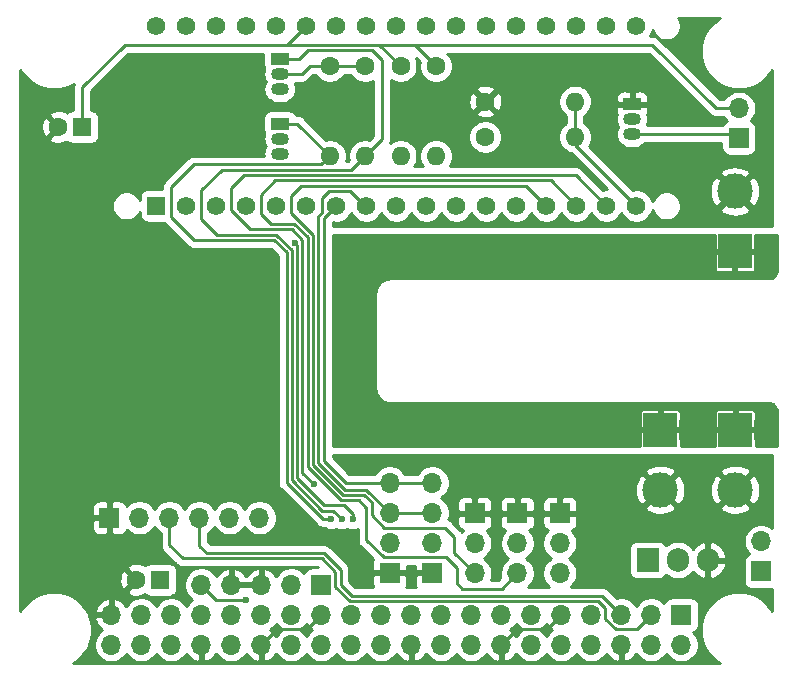
<source format=gbr>
%TF.GenerationSoftware,KiCad,Pcbnew,(5.1.8)-1*%
%TF.CreationDate,2021-09-15T23:56:30-04:00*%
%TF.ProjectId,PiRaceHat,50695261-6365-4486-9174-2e6b69636164,rev?*%
%TF.SameCoordinates,Original*%
%TF.FileFunction,Copper,L2,Bot*%
%TF.FilePolarity,Positive*%
%FSLAX46Y46*%
G04 Gerber Fmt 4.6, Leading zero omitted, Abs format (unit mm)*
G04 Created by KiCad (PCBNEW (5.1.8)-1) date 2021-09-15 23:56:30*
%MOMM*%
%LPD*%
G01*
G04 APERTURE LIST*
%TA.AperFunction,ComponentPad*%
%ADD10R,1.700000X1.700000*%
%TD*%
%TA.AperFunction,ComponentPad*%
%ADD11O,1.700000X1.700000*%
%TD*%
%TA.AperFunction,ComponentPad*%
%ADD12C,3.000000*%
%TD*%
%TA.AperFunction,ComponentPad*%
%ADD13R,3.000000X3.000000*%
%TD*%
%TA.AperFunction,ComponentPad*%
%ADD14R,1.500000X1.050000*%
%TD*%
%TA.AperFunction,ComponentPad*%
%ADD15O,1.500000X1.050000*%
%TD*%
%TA.AperFunction,ComponentPad*%
%ADD16R,1.905000X2.000000*%
%TD*%
%TA.AperFunction,ComponentPad*%
%ADD17O,1.905000X2.000000*%
%TD*%
%TA.AperFunction,ComponentPad*%
%ADD18R,1.574800X1.574800*%
%TD*%
%TA.AperFunction,ComponentPad*%
%ADD19C,1.574800*%
%TD*%
%TA.AperFunction,ComponentPad*%
%ADD20R,1.600000X1.600000*%
%TD*%
%TA.AperFunction,ComponentPad*%
%ADD21C,1.600000*%
%TD*%
%TA.AperFunction,ComponentPad*%
%ADD22O,1.600000X1.600000*%
%TD*%
%TA.AperFunction,ViaPad*%
%ADD23C,0.600000*%
%TD*%
%TA.AperFunction,Conductor*%
%ADD24C,0.250000*%
%TD*%
%TA.AperFunction,Conductor*%
%ADD25C,0.254000*%
%TD*%
%TA.AperFunction,Conductor*%
%ADD26C,0.100000*%
%TD*%
G04 APERTURE END LIST*
D10*
%TO.P,J3,1*%
%TO.N,Net-(J3-Pad1)*%
X56550000Y-78730000D03*
D11*
%TO.P,J3,2*%
%TO.N,VDD*%
X54010000Y-78730000D03*
%TO.P,J3,3*%
%TO.N,GND*%
X51470000Y-78730000D03*
%TO.P,J3,4*%
X48930000Y-78730000D03*
%TO.P,J3,5*%
%TO.N,VBUS*%
X46390000Y-78730000D03*
%TD*%
D10*
%TO.P,J2,1*%
%TO.N,GND*%
X38610000Y-73050000D03*
D11*
%TO.P,J2,2*%
%TO.N,+3V3*%
X41150000Y-73050000D03*
%TO.P,J2,3*%
%TO.N,PI_SDA*%
X43690000Y-73050000D03*
%TO.P,J2,4*%
%TO.N,PI_SCL*%
X46230000Y-73050000D03*
%TO.P,J2,5*%
%TO.N,Net-(J2-Pad5)*%
X48770000Y-73050000D03*
%TO.P,J2,6*%
%TO.N,Net-(J2-Pad6)*%
X51310000Y-73050000D03*
%TD*%
D12*
%TO.P,J7,2*%
%TO.N,GND*%
X91580000Y-70670000D03*
D13*
%TO.P,J7,1*%
%TO.N,VDD*%
X91580000Y-65590000D03*
%TD*%
D12*
%TO.P,J8,2*%
%TO.N,GND*%
X91570000Y-45410000D03*
D13*
%TO.P,J8,1*%
%TO.N,VDD*%
X91570000Y-50490000D03*
%TD*%
D12*
%TO.P,J9,2*%
%TO.N,GND*%
X85230000Y-70670000D03*
D13*
%TO.P,J9,1*%
%TO.N,VDD*%
X85230000Y-65590000D03*
%TD*%
D10*
%TO.P,J1,1*%
%TO.N,Net-(J1-Pad1)*%
X87030000Y-81270000D03*
D11*
%TO.P,J1,2*%
%TO.N,VBUS*%
X87030000Y-83810000D03*
%TO.P,J1,3*%
%TO.N,PI_SDA*%
X84490000Y-81270000D03*
%TO.P,J1,4*%
%TO.N,VBUS*%
X84490000Y-83810000D03*
%TO.P,J1,5*%
%TO.N,PI_SCL*%
X81950000Y-81270000D03*
%TO.P,J1,6*%
%TO.N,GND*%
X81950000Y-83810000D03*
%TO.P,J1,7*%
%TO.N,Net-(J1-Pad7)*%
X79410000Y-81270000D03*
%TO.P,J1,8*%
%TO.N,TX*%
X79410000Y-83810000D03*
%TO.P,J1,9*%
%TO.N,GND*%
X76870000Y-81270000D03*
%TO.P,J1,10*%
%TO.N,RX*%
X76870000Y-83810000D03*
%TO.P,J1,11*%
%TO.N,Net-(J1-Pad11)*%
X74330000Y-81270000D03*
%TO.P,J1,12*%
%TO.N,Net-(J1-Pad12)*%
X74330000Y-83810000D03*
%TO.P,J1,13*%
%TO.N,Net-(J1-Pad13)*%
X71790000Y-81270000D03*
%TO.P,J1,14*%
%TO.N,GND*%
X71790000Y-83810000D03*
%TO.P,J1,15*%
%TO.N,Net-(J1-Pad15)*%
X69250000Y-81270000D03*
%TO.P,J1,16*%
%TO.N,Net-(J1-Pad16)*%
X69250000Y-83810000D03*
%TO.P,J1,17*%
%TO.N,+3V3*%
X66710000Y-81270000D03*
%TO.P,J1,18*%
%TO.N,Net-(J1-Pad18)*%
X66710000Y-83810000D03*
%TO.P,J1,19*%
%TO.N,Net-(J1-Pad19)*%
X64170000Y-81270000D03*
%TO.P,J1,20*%
%TO.N,GND*%
X64170000Y-83810000D03*
%TO.P,J1,21*%
%TO.N,Net-(J1-Pad21)*%
X61630000Y-81270000D03*
%TO.P,J1,22*%
%TO.N,Net-(J1-Pad22)*%
X61630000Y-83810000D03*
%TO.P,J1,23*%
%TO.N,Net-(J1-Pad23)*%
X59090000Y-81270000D03*
%TO.P,J1,24*%
%TO.N,Net-(J1-Pad24)*%
X59090000Y-83810000D03*
%TO.P,J1,25*%
%TO.N,GND*%
X56550000Y-81270000D03*
%TO.P,J1,26*%
%TO.N,Net-(J1-Pad26)*%
X56550000Y-83810000D03*
%TO.P,J1,27*%
%TO.N,Net-(J1-Pad27)*%
X54010000Y-81270000D03*
%TO.P,J1,28*%
%TO.N,Net-(J1-Pad28)*%
X54010000Y-83810000D03*
%TO.P,J1,29*%
%TO.N,Net-(J1-Pad29)*%
X51470000Y-81270000D03*
%TO.P,J1,30*%
%TO.N,GND*%
X51470000Y-83810000D03*
%TO.P,J1,31*%
%TO.N,Net-(J1-Pad31)*%
X48930000Y-81270000D03*
%TO.P,J1,32*%
%TO.N,Net-(J1-Pad32)*%
X48930000Y-83810000D03*
%TO.P,J1,33*%
%TO.N,Net-(J1-Pad33)*%
X46390000Y-81270000D03*
%TO.P,J1,34*%
%TO.N,GND*%
X46390000Y-83810000D03*
%TO.P,J1,35*%
%TO.N,Net-(J1-Pad35)*%
X43850000Y-81270000D03*
%TO.P,J1,36*%
%TO.N,Net-(J1-Pad36)*%
X43850000Y-83810000D03*
%TO.P,J1,37*%
%TO.N,Net-(J1-Pad37)*%
X41310000Y-81270000D03*
%TO.P,J1,38*%
%TO.N,Net-(J1-Pad38)*%
X41310000Y-83810000D03*
%TO.P,J1,39*%
%TO.N,GND*%
X38770000Y-81270000D03*
%TO.P,J1,40*%
%TO.N,Net-(J1-Pad40)*%
X38770000Y-83810000D03*
%TD*%
D10*
%TO.P,J4,1*%
%TO.N,GND*%
X76750000Y-72660000D03*
D11*
%TO.P,J4,2*%
%TO.N,+5V*%
X76750000Y-75200000D03*
%TO.P,J4,3*%
%TO.N,ESC_PWM*%
X76750000Y-77740000D03*
%TD*%
D10*
%TO.P,J5,1*%
%TO.N,GND*%
X69540000Y-72660000D03*
D11*
%TO.P,J5,2*%
%TO.N,+5V*%
X69540000Y-75200000D03*
%TO.P,J5,3*%
%TO.N,SERVO1_PWM*%
X69540000Y-77740000D03*
%TD*%
%TO.P,J6,3*%
%TO.N,SERVO2_PWM*%
X73140000Y-77740000D03*
%TO.P,J6,2*%
%TO.N,+5V*%
X73140000Y-75200000D03*
D10*
%TO.P,J6,1*%
%TO.N,GND*%
X73140000Y-72660000D03*
%TD*%
%TO.P,J10,1*%
%TO.N,GND*%
X62340000Y-77710000D03*
D11*
%TO.P,J10,2*%
%TO.N,VBUS*%
X62340000Y-75170000D03*
%TO.P,J10,3*%
%TO.N,SCL*%
X62340000Y-72630000D03*
%TO.P,J10,4*%
%TO.N,SDA*%
X62340000Y-70090000D03*
%TD*%
%TO.P,J11,4*%
%TO.N,SDA*%
X65940000Y-70090000D03*
%TO.P,J11,3*%
%TO.N,SCL*%
X65940000Y-72630000D03*
%TO.P,J11,2*%
%TO.N,VBUS*%
X65940000Y-75170000D03*
D10*
%TO.P,J11,1*%
%TO.N,GND*%
X65940000Y-77710000D03*
%TD*%
%TO.P,J12,1*%
%TO.N,Net-(J12-Pad1)*%
X91900000Y-40900000D03*
D11*
%TO.P,J12,2*%
%TO.N,VBUS*%
X91900000Y-38360000D03*
%TD*%
%TO.P,J13,2*%
%TO.N,VDD*%
X93790000Y-75040000D03*
D10*
%TO.P,J13,1*%
%TO.N,Net-(J13-Pad1)*%
X93790000Y-77580000D03*
%TD*%
D14*
%TO.P,Q1,1*%
%TO.N,TX*%
X53030000Y-34210000D03*
D15*
%TO.P,Q1,3*%
%TO.N,Net-(Q1-Pad3)*%
X53030000Y-36750000D03*
%TO.P,Q1,2*%
%TO.N,+3V3*%
X53030000Y-35480000D03*
%TD*%
%TO.P,Q2,2*%
%TO.N,+3V3*%
X53030000Y-40940000D03*
%TO.P,Q2,3*%
%TO.N,Net-(Q2-Pad3)*%
X53030000Y-42210000D03*
D14*
%TO.P,Q2,1*%
%TO.N,RX*%
X53030000Y-39670000D03*
%TD*%
D15*
%TO.P,Q3,2*%
%TO.N,GPIO_LED*%
X82860000Y-39290000D03*
%TO.P,Q3,3*%
%TO.N,Net-(J12-Pad1)*%
X82860000Y-40560000D03*
D14*
%TO.P,Q3,1*%
%TO.N,GND*%
X82860000Y-38020000D03*
%TD*%
D16*
%TO.P,Q4,1*%
%TO.N,Net-(Q4-Pad1)*%
X84200000Y-76630000D03*
D17*
%TO.P,Q4,2*%
%TO.N,Net-(J13-Pad1)*%
X86740000Y-76630000D03*
%TO.P,Q4,3*%
%TO.N,GND*%
X89280000Y-76630000D03*
%TD*%
D18*
%TO.P,U1,1*%
%TO.N,Net-(U1-Pad1)*%
X42580000Y-46630000D03*
D19*
%TO.P,U1,2*%
%TO.N,Net-(U1-Pad2)*%
X45120000Y-46630000D03*
%TO.P,U1,3*%
%TO.N,Net-(Q2-Pad3)*%
X47660000Y-46630000D03*
%TO.P,U1,4*%
%TO.N,Net-(Q1-Pad3)*%
X50200000Y-46630000D03*
%TO.P,U1,5*%
%TO.N,Net-(U1-Pad30)*%
X52740000Y-46630000D03*
%TO.P,U1,6*%
%TO.N,GND*%
X55280000Y-46630000D03*
%TO.P,U1,7*%
%TO.N,SDA*%
X57820000Y-46630000D03*
%TO.P,U1,8*%
%TO.N,SCL*%
X60360000Y-46630000D03*
%TO.P,U1,9*%
%TO.N,Net-(U1-Pad9)*%
X62900000Y-46630000D03*
%TO.P,U1,10*%
%TO.N,Net-(U1-Pad10)*%
X65440000Y-46630000D03*
%TO.P,U1,11*%
%TO.N,Net-(U1-Pad11)*%
X67980000Y-46630000D03*
%TO.P,U1,12*%
%TO.N,Net-(U1-Pad12)*%
X70520000Y-46630000D03*
%TO.P,U1,13*%
%TO.N,Net-(U1-Pad13)*%
X73060000Y-46630000D03*
%TO.P,U1,14*%
%TO.N,SERVO1_PWM*%
X75600000Y-46630000D03*
%TO.P,U1,15*%
%TO.N,SERVO2_PWM*%
X78140000Y-46630000D03*
%TO.P,U1,16*%
%TO.N,ESC_PWM*%
X80680000Y-46630000D03*
%TO.P,U1,17*%
%TO.N,GPIO_ROCKET*%
X83220000Y-46630000D03*
%TO.P,U1,18*%
%TO.N,GPIO_LED*%
X83220000Y-31390000D03*
%TO.P,U1,19*%
%TO.N,Net-(U1-Pad19)*%
X80680000Y-31390000D03*
%TO.P,U1,20*%
%TO.N,Net-(U1-Pad20)*%
X78140000Y-31390000D03*
%TO.P,U1,21*%
%TO.N,Net-(U1-Pad21)*%
X75600000Y-31390000D03*
%TO.P,U1,22*%
%TO.N,Net-(U1-Pad22)*%
X73060000Y-31390000D03*
%TO.P,U1,23*%
%TO.N,Net-(U1-Pad23)*%
X70520000Y-31390000D03*
%TO.P,U1,24*%
%TO.N,Net-(U1-Pad24)*%
X67980000Y-31390000D03*
%TO.P,U1,25*%
%TO.N,Net-(U1-Pad25)*%
X65440000Y-31390000D03*
%TO.P,U1,26*%
%TO.N,Net-(U1-Pad26)*%
X62900000Y-31390000D03*
%TO.P,U1,27*%
%TO.N,N/C*%
X60360000Y-31390000D03*
%TO.P,U1,28*%
X57820000Y-31390000D03*
%TO.P,U1,29*%
%TO.N,VBUS*%
X55280000Y-31390000D03*
%TO.P,U1,30*%
%TO.N,Net-(U1-Pad30)*%
X52740000Y-31390000D03*
%TO.P,U1,31*%
%TO.N,GND*%
X50200000Y-31390000D03*
%TO.P,U1,32*%
%TO.N,Net-(U1-Pad32)*%
X47660000Y-31390000D03*
%TO.P,U1,33*%
%TO.N,Net-(U1-Pad33)*%
X45120000Y-31390000D03*
%TO.P,U1,34*%
%TO.N,Net-(U1-Pad34)*%
X42580000Y-31390000D03*
%TD*%
D20*
%TO.P,C1,1*%
%TO.N,VBUS*%
X42880000Y-78300000D03*
D21*
%TO.P,C1,2*%
%TO.N,GND*%
X40880000Y-78300000D03*
%TD*%
%TO.P,C2,2*%
%TO.N,GND*%
X34270000Y-39960000D03*
D20*
%TO.P,C2,1*%
%TO.N,VBUS*%
X36270000Y-39960000D03*
%TD*%
D22*
%TO.P,R1,2*%
%TO.N,TX*%
X60260000Y-42420000D03*
D21*
%TO.P,R1,1*%
%TO.N,+3V3*%
X60260000Y-34800000D03*
%TD*%
%TO.P,R2,1*%
%TO.N,+3V3*%
X57260000Y-34800000D03*
D22*
%TO.P,R2,2*%
%TO.N,RX*%
X57260000Y-42420000D03*
%TD*%
D21*
%TO.P,R3,1*%
%TO.N,VBUS*%
X66260000Y-34800000D03*
D22*
%TO.P,R3,2*%
%TO.N,Net-(Q1-Pad3)*%
X66260000Y-42420000D03*
%TD*%
%TO.P,R4,2*%
%TO.N,Net-(Q2-Pad3)*%
X63260000Y-42420000D03*
D21*
%TO.P,R4,1*%
%TO.N,VBUS*%
X63260000Y-34800000D03*
%TD*%
%TO.P,R5,1*%
%TO.N,GND*%
X70430000Y-37800000D03*
D22*
%TO.P,R5,2*%
%TO.N,GPIO_ROCKET*%
X78050000Y-37800000D03*
%TD*%
%TO.P,R6,2*%
%TO.N,GPIO_ROCKET*%
X78050000Y-40800000D03*
D21*
%TO.P,R6,1*%
%TO.N,Net-(Q4-Pad1)*%
X70430000Y-40800000D03*
%TD*%
D23*
%TO.N,VBUS*%
X50180000Y-79980000D03*
%TO.N,TX*%
X58270000Y-73165000D03*
%TO.N,RX*%
X57370000Y-73165000D03*
%TO.N,ESC_PWM*%
X55915550Y-70178664D03*
%TO.N,Net-(Q4-Pad1)*%
X59190000Y-73165000D03*
X54324130Y-49750834D03*
%TD*%
D24*
%TO.N,VBUS*%
X47640000Y-79980000D02*
X50180000Y-79980000D01*
X46390000Y-78730000D02*
X47640000Y-79980000D01*
X55280000Y-31390000D02*
X53680000Y-32990000D01*
X53680000Y-32990000D02*
X39890000Y-32990000D01*
X36270000Y-36610000D02*
X36270000Y-39960000D01*
X39890000Y-32990000D02*
X36270000Y-36610000D01*
X89950000Y-38360000D02*
X91900000Y-38360000D01*
X84580000Y-32990000D02*
X89950000Y-38360000D01*
X61450000Y-32990000D02*
X63260000Y-34800000D01*
X60580000Y-32990000D02*
X61450000Y-32990000D01*
X53680000Y-32990000D02*
X60580000Y-32990000D01*
X64450000Y-32990000D02*
X66260000Y-34800000D01*
X62850000Y-32990000D02*
X64450000Y-32990000D01*
X60580000Y-32990000D02*
X62850000Y-32990000D01*
X62850000Y-32990000D02*
X84580000Y-32990000D01*
%TO.N,GND*%
X55374999Y-82445001D02*
X56550000Y-81270000D01*
X52834999Y-82445001D02*
X55374999Y-82445001D01*
X51470000Y-83810000D02*
X52834999Y-82445001D01*
X73154999Y-82445001D02*
X75694999Y-82445001D01*
X75694999Y-82445001D02*
X76870000Y-81270000D01*
X71790000Y-83810000D02*
X73154999Y-82445001D01*
%TO.N,+3V3*%
X60260000Y-34800000D02*
X57260000Y-34800000D01*
X53030000Y-35480000D02*
X54870000Y-35480000D01*
X55550000Y-34800000D02*
X57260000Y-34800000D01*
X54870000Y-35480000D02*
X55550000Y-34800000D01*
%TO.N,PI_SDA*%
X80585001Y-80705999D02*
X79974001Y-80094999D01*
X80585001Y-81575001D02*
X80585001Y-80705999D01*
X83314999Y-82445001D02*
X81455001Y-82445001D01*
X81455001Y-82445001D02*
X80585001Y-81575001D01*
X84490000Y-81270000D02*
X83314999Y-82445001D01*
X58934999Y-80094999D02*
X57725001Y-78885001D01*
X79974001Y-80094999D02*
X58934999Y-80094999D01*
X57725001Y-77619999D02*
X56585002Y-76480000D01*
X57725001Y-78885001D02*
X57725001Y-77619999D01*
X56585002Y-76480000D02*
X44810000Y-76480000D01*
X43690000Y-75360000D02*
X43690000Y-73050000D01*
X44810000Y-76480000D02*
X43690000Y-75360000D01*
%TO.N,PI_SCL*%
X46230000Y-75400000D02*
X46230000Y-73050000D01*
X46859990Y-76029990D02*
X46230000Y-75400000D01*
X56771402Y-76029990D02*
X46859990Y-76029990D01*
X59121399Y-79644989D02*
X58175011Y-78698601D01*
X80324989Y-79644989D02*
X59121399Y-79644989D01*
X58175010Y-77433598D02*
X56771402Y-76029990D01*
X58175011Y-78698601D02*
X58175010Y-77433598D01*
X81950000Y-81270000D02*
X80324989Y-79644989D01*
%TO.N,TX*%
X57558244Y-72453244D02*
X58270000Y-73165000D01*
X54049944Y-50375835D02*
X54049944Y-69874470D01*
X52744129Y-49070020D02*
X54049944Y-50375835D01*
X54049944Y-69874470D02*
X56628718Y-72453244D01*
X46390000Y-47780000D02*
X47680020Y-49070020D01*
X56628718Y-72453244D02*
X57558244Y-72453244D01*
X47680020Y-49070020D02*
X52744129Y-49070020D01*
X46390000Y-45330000D02*
X46390000Y-47780000D01*
X48140039Y-43579961D02*
X46390000Y-45330000D01*
X59100039Y-43579961D02*
X48140039Y-43579961D01*
X60260000Y-42420000D02*
X59100039Y-43579961D01*
X53030000Y-34210000D02*
X54620000Y-34210000D01*
X54620000Y-34210000D02*
X55389990Y-33440010D01*
X55389990Y-33440010D02*
X60860010Y-33440010D01*
X60860010Y-33440010D02*
X61670000Y-34250000D01*
X61670000Y-41010000D02*
X60260000Y-42420000D01*
X61670000Y-34250000D02*
X61670000Y-41010000D01*
%TO.N,RX*%
X57370000Y-73165000D02*
X56704064Y-73165000D01*
X56704064Y-73165000D02*
X53599934Y-70060870D01*
X53599934Y-70060870D02*
X53599934Y-50562235D01*
X53599934Y-50562235D02*
X52557729Y-49520030D01*
X52557729Y-49520030D02*
X45760030Y-49520030D01*
X45760030Y-49520030D02*
X43840000Y-47600000D01*
X43840000Y-47600000D02*
X43840000Y-45030000D01*
X43840000Y-45030000D02*
X45740049Y-43129951D01*
X56550049Y-43129951D02*
X57260000Y-42420000D01*
X45740049Y-43129951D02*
X56550049Y-43129951D01*
X54510000Y-39670000D02*
X57260000Y-42420000D01*
X53030000Y-39670000D02*
X54510000Y-39670000D01*
%TO.N,ESC_PWM*%
X78079971Y-44029971D02*
X50030029Y-44029971D01*
X80680000Y-46630000D02*
X78079971Y-44029971D01*
X50030029Y-44029971D02*
X48900000Y-45160000D01*
X48900000Y-45160000D02*
X48900000Y-47020000D01*
X48900000Y-47020000D02*
X50500010Y-48620010D01*
X50500010Y-48620010D02*
X54077190Y-48620010D01*
X54077190Y-48620010D02*
X54949964Y-49492784D01*
X54949964Y-49492784D02*
X54949964Y-68965604D01*
X54949964Y-69213078D02*
X55915550Y-70178664D01*
X54949964Y-68965604D02*
X54949964Y-69213078D01*
%TO.N,SERVO1_PWM*%
X73899991Y-44929991D02*
X75600000Y-46630000D01*
X54830009Y-44929991D02*
X73899991Y-44929991D01*
X54000000Y-47270000D02*
X54000000Y-45760000D01*
X67800000Y-76000000D02*
X67800000Y-74640000D01*
X67800000Y-74640000D02*
X67040000Y-73880000D01*
X60820000Y-72849002D02*
X60820000Y-71746410D01*
X69540000Y-77740000D02*
X67800000Y-76000000D01*
X67040000Y-73880000D02*
X61850998Y-73880000D01*
X61850998Y-73880000D02*
X60820000Y-72849002D01*
X60820000Y-71746410D02*
X60176805Y-71103215D01*
X60176805Y-71103215D02*
X58360395Y-71103215D01*
X58360395Y-71103215D02*
X55849982Y-68592802D01*
X55849982Y-68592802D02*
X55849982Y-49119982D01*
X55849982Y-49119982D02*
X54000000Y-47270000D01*
X54000000Y-45760000D02*
X54830009Y-44929991D01*
%TO.N,SERVO2_PWM*%
X52660019Y-44479981D02*
X75989981Y-44479981D01*
X52250000Y-48170000D02*
X51420000Y-47340000D01*
X54263590Y-48170000D02*
X52250000Y-48170000D01*
X73140000Y-77740000D02*
X71840000Y-79040000D01*
X68040000Y-78590000D02*
X68040000Y-77330000D01*
X71840000Y-79040000D02*
X68490000Y-79040000D01*
X51420000Y-45720000D02*
X52660019Y-44479981D01*
X67110000Y-76400000D02*
X61830998Y-76400000D01*
X68490000Y-79040000D02*
X68040000Y-78590000D01*
X59723225Y-71553225D02*
X58173995Y-71553225D01*
X51420000Y-47340000D02*
X51420000Y-45720000D01*
X58173995Y-71553225D02*
X55399973Y-68779203D01*
X61830998Y-76400000D02*
X60369990Y-74938992D01*
X75989981Y-44479981D02*
X78140000Y-46630000D01*
X68040000Y-77330000D02*
X67110000Y-76400000D01*
X60369990Y-74938992D02*
X60369990Y-72199990D01*
X55399972Y-49306382D02*
X54263590Y-48170000D01*
X60369990Y-72199990D02*
X59723225Y-71553225D01*
X55399973Y-68779203D02*
X55399972Y-49306382D01*
%TO.N,SCL*%
X62340000Y-72630000D02*
X65940000Y-72630000D01*
X56299990Y-47513600D02*
X56299991Y-68406401D01*
X56570000Y-47243590D02*
X56299990Y-47513600D01*
X56570000Y-46000000D02*
X56570000Y-47243590D01*
X57190000Y-45380000D02*
X59010000Y-45380000D01*
X57190000Y-45380000D02*
X56570000Y-46000000D01*
X60260000Y-46630000D02*
X60360000Y-46630000D01*
X59010000Y-45380000D02*
X60260000Y-46630000D01*
X60363205Y-70653205D02*
X62340000Y-72630000D01*
X58546795Y-70653205D02*
X60363205Y-70653205D01*
X56299991Y-68406401D02*
X58546795Y-70653205D01*
%TO.N,SDA*%
X65940000Y-70090000D02*
X62340000Y-70090000D01*
X57820000Y-46630000D02*
X56750000Y-47700000D01*
X56750000Y-47700000D02*
X56750000Y-68220000D01*
X58620000Y-70090000D02*
X62340000Y-70090000D01*
X56750000Y-68220000D02*
X58620000Y-70090000D01*
%TO.N,Net-(J12-Pad1)*%
X91560000Y-40560000D02*
X91900000Y-40900000D01*
X82860000Y-40560000D02*
X91560000Y-40560000D01*
%TO.N,Net-(Q4-Pad1)*%
X54499954Y-49926658D02*
X54324130Y-49750834D01*
X54499954Y-69688070D02*
X54499954Y-49926658D01*
X58452500Y-72003236D02*
X56815119Y-72003235D01*
X59190000Y-72740736D02*
X58452500Y-72003236D01*
X56815119Y-72003235D02*
X54499954Y-69688070D01*
X59190000Y-73165000D02*
X59190000Y-72740736D01*
%TO.N,GPIO_ROCKET*%
X78050000Y-41460000D02*
X78050000Y-40800000D01*
X83220000Y-46630000D02*
X78050000Y-41460000D01*
X78050000Y-37800000D02*
X78050000Y-40800000D01*
%TD*%
D25*
%TO.N,VDD*%
X89843000Y-50306250D02*
X89899750Y-50363000D01*
X91443000Y-50363000D01*
X91443000Y-50343000D01*
X91697000Y-50343000D01*
X91697000Y-50363000D01*
X93240250Y-50363000D01*
X93297000Y-50306250D01*
X93297992Y-49117000D01*
X95123000Y-49117000D01*
X95123000Y-52026453D01*
X95107927Y-52180175D01*
X95067217Y-52315010D01*
X95001096Y-52439367D01*
X94912077Y-52548514D01*
X94803554Y-52638293D01*
X94679659Y-52705282D01*
X94545110Y-52746932D01*
X94392240Y-52763000D01*
X62386394Y-52763000D01*
X62374135Y-52764207D01*
X62367913Y-52764164D01*
X62364064Y-52764542D01*
X62169967Y-52784943D01*
X62145385Y-52789989D01*
X62120714Y-52794695D01*
X62117013Y-52795812D01*
X62117007Y-52795814D01*
X61930573Y-52853525D01*
X61907424Y-52863256D01*
X61884152Y-52872658D01*
X61880736Y-52874474D01*
X61709060Y-52967299D01*
X61688228Y-52981350D01*
X61667237Y-52995086D01*
X61664240Y-52997530D01*
X61513862Y-53121934D01*
X61496173Y-53139747D01*
X61478235Y-53157313D01*
X61475769Y-53160294D01*
X61352419Y-53311536D01*
X61338516Y-53332461D01*
X61324342Y-53353162D01*
X61322507Y-53356556D01*
X61322502Y-53356564D01*
X61322499Y-53356572D01*
X61230877Y-53528887D01*
X61221307Y-53552105D01*
X61211420Y-53575173D01*
X61210280Y-53578858D01*
X61210276Y-53578868D01*
X61210274Y-53578878D01*
X61153867Y-53765704D01*
X61148992Y-53790328D01*
X61143771Y-53814889D01*
X61143367Y-53818736D01*
X61124322Y-54012969D01*
X61124322Y-54012981D01*
X61123001Y-54026394D01*
X61123000Y-62053605D01*
X61124207Y-62065864D01*
X61124164Y-62072087D01*
X61124542Y-62075936D01*
X61144942Y-62270033D01*
X61149996Y-62294652D01*
X61154695Y-62319286D01*
X61155813Y-62322989D01*
X61213525Y-62509427D01*
X61223256Y-62532576D01*
X61232658Y-62555848D01*
X61234472Y-62559259D01*
X61234474Y-62559264D01*
X61234477Y-62559268D01*
X61327299Y-62730940D01*
X61341328Y-62751740D01*
X61355085Y-62772762D01*
X61357530Y-62775760D01*
X61481934Y-62926138D01*
X61499747Y-62943827D01*
X61517313Y-62961765D01*
X61520294Y-62964231D01*
X61671536Y-63087581D01*
X61692477Y-63101494D01*
X61713162Y-63115658D01*
X61716560Y-63117495D01*
X61716564Y-63117498D01*
X61716568Y-63117500D01*
X61888887Y-63209123D01*
X61912093Y-63218688D01*
X61935173Y-63228580D01*
X61938868Y-63229724D01*
X62125705Y-63286133D01*
X62150345Y-63291012D01*
X62174888Y-63296229D01*
X62178726Y-63296632D01*
X62178736Y-63296634D01*
X62178745Y-63296634D01*
X62372969Y-63315678D01*
X62372971Y-63315678D01*
X62386394Y-63317000D01*
X94386452Y-63317000D01*
X94540171Y-63332072D01*
X94675008Y-63372782D01*
X94799367Y-63438905D01*
X94908514Y-63527923D01*
X94998294Y-63636448D01*
X95065282Y-63760340D01*
X95106932Y-63894889D01*
X95123001Y-64047778D01*
X95123001Y-66963000D01*
X93307992Y-66963000D01*
X93307000Y-65773750D01*
X93250250Y-65717000D01*
X91707000Y-65717000D01*
X91707000Y-65737000D01*
X91453000Y-65737000D01*
X91453000Y-65717000D01*
X89909750Y-65717000D01*
X89853000Y-65773750D01*
X89852008Y-66963000D01*
X86957992Y-66963000D01*
X86957000Y-65773750D01*
X86900250Y-65717000D01*
X85357000Y-65717000D01*
X85357000Y-65737000D01*
X85103000Y-65737000D01*
X85103000Y-65717000D01*
X83559750Y-65717000D01*
X83503000Y-65773750D01*
X83502008Y-66963000D01*
X57507000Y-66963000D01*
X57507000Y-64090000D01*
X83501902Y-64090000D01*
X83503000Y-65406250D01*
X83559750Y-65463000D01*
X85103000Y-65463000D01*
X85103000Y-63919750D01*
X85357000Y-63919750D01*
X85357000Y-65463000D01*
X86900250Y-65463000D01*
X86957000Y-65406250D01*
X86958098Y-64090000D01*
X89851902Y-64090000D01*
X89853000Y-65406250D01*
X89909750Y-65463000D01*
X91453000Y-65463000D01*
X91453000Y-63919750D01*
X91707000Y-63919750D01*
X91707000Y-65463000D01*
X93250250Y-65463000D01*
X93307000Y-65406250D01*
X93308098Y-64090000D01*
X93303715Y-64045500D01*
X93290735Y-64002711D01*
X93269657Y-63963276D01*
X93241290Y-63928710D01*
X93206724Y-63900343D01*
X93167289Y-63879265D01*
X93124500Y-63866285D01*
X93080000Y-63861902D01*
X91763750Y-63863000D01*
X91707000Y-63919750D01*
X91453000Y-63919750D01*
X91396250Y-63863000D01*
X90080000Y-63861902D01*
X90035500Y-63866285D01*
X89992711Y-63879265D01*
X89953276Y-63900343D01*
X89918710Y-63928710D01*
X89890343Y-63963276D01*
X89869265Y-64002711D01*
X89856285Y-64045500D01*
X89851902Y-64090000D01*
X86958098Y-64090000D01*
X86953715Y-64045500D01*
X86940735Y-64002711D01*
X86919657Y-63963276D01*
X86891290Y-63928710D01*
X86856724Y-63900343D01*
X86817289Y-63879265D01*
X86774500Y-63866285D01*
X86730000Y-63861902D01*
X85413750Y-63863000D01*
X85357000Y-63919750D01*
X85103000Y-63919750D01*
X85046250Y-63863000D01*
X83730000Y-63861902D01*
X83685500Y-63866285D01*
X83642711Y-63879265D01*
X83603276Y-63900343D01*
X83568710Y-63928710D01*
X83540343Y-63963276D01*
X83519265Y-64002711D01*
X83506285Y-64045500D01*
X83501902Y-64090000D01*
X57507000Y-64090000D01*
X57507000Y-51990000D01*
X89841902Y-51990000D01*
X89846285Y-52034500D01*
X89859265Y-52077289D01*
X89880343Y-52116724D01*
X89908710Y-52151290D01*
X89943276Y-52179657D01*
X89982711Y-52200735D01*
X90025500Y-52213715D01*
X90070000Y-52218098D01*
X91386250Y-52217000D01*
X91443000Y-52160250D01*
X91443000Y-50617000D01*
X91697000Y-50617000D01*
X91697000Y-52160250D01*
X91753750Y-52217000D01*
X93070000Y-52218098D01*
X93114500Y-52213715D01*
X93157289Y-52200735D01*
X93196724Y-52179657D01*
X93231290Y-52151290D01*
X93259657Y-52116724D01*
X93280735Y-52077289D01*
X93293715Y-52034500D01*
X93298098Y-51990000D01*
X93297000Y-50673750D01*
X93240250Y-50617000D01*
X91697000Y-50617000D01*
X91443000Y-50617000D01*
X89899750Y-50617000D01*
X89843000Y-50673750D01*
X89841902Y-51990000D01*
X57507000Y-51990000D01*
X57507000Y-49117000D01*
X89842008Y-49117000D01*
X89843000Y-50306250D01*
%TA.AperFunction,Conductor*%
D26*
G36*
X89843000Y-50306250D02*
G01*
X89899750Y-50363000D01*
X91443000Y-50363000D01*
X91443000Y-50343000D01*
X91697000Y-50343000D01*
X91697000Y-50363000D01*
X93240250Y-50363000D01*
X93297000Y-50306250D01*
X93297992Y-49117000D01*
X95123000Y-49117000D01*
X95123000Y-52026453D01*
X95107927Y-52180175D01*
X95067217Y-52315010D01*
X95001096Y-52439367D01*
X94912077Y-52548514D01*
X94803554Y-52638293D01*
X94679659Y-52705282D01*
X94545110Y-52746932D01*
X94392240Y-52763000D01*
X62386394Y-52763000D01*
X62374135Y-52764207D01*
X62367913Y-52764164D01*
X62364064Y-52764542D01*
X62169967Y-52784943D01*
X62145385Y-52789989D01*
X62120714Y-52794695D01*
X62117013Y-52795812D01*
X62117007Y-52795814D01*
X61930573Y-52853525D01*
X61907424Y-52863256D01*
X61884152Y-52872658D01*
X61880736Y-52874474D01*
X61709060Y-52967299D01*
X61688228Y-52981350D01*
X61667237Y-52995086D01*
X61664240Y-52997530D01*
X61513862Y-53121934D01*
X61496173Y-53139747D01*
X61478235Y-53157313D01*
X61475769Y-53160294D01*
X61352419Y-53311536D01*
X61338516Y-53332461D01*
X61324342Y-53353162D01*
X61322507Y-53356556D01*
X61322502Y-53356564D01*
X61322499Y-53356572D01*
X61230877Y-53528887D01*
X61221307Y-53552105D01*
X61211420Y-53575173D01*
X61210280Y-53578858D01*
X61210276Y-53578868D01*
X61210274Y-53578878D01*
X61153867Y-53765704D01*
X61148992Y-53790328D01*
X61143771Y-53814889D01*
X61143367Y-53818736D01*
X61124322Y-54012969D01*
X61124322Y-54012981D01*
X61123001Y-54026394D01*
X61123000Y-62053605D01*
X61124207Y-62065864D01*
X61124164Y-62072087D01*
X61124542Y-62075936D01*
X61144942Y-62270033D01*
X61149996Y-62294652D01*
X61154695Y-62319286D01*
X61155813Y-62322989D01*
X61213525Y-62509427D01*
X61223256Y-62532576D01*
X61232658Y-62555848D01*
X61234472Y-62559259D01*
X61234474Y-62559264D01*
X61234477Y-62559268D01*
X61327299Y-62730940D01*
X61341328Y-62751740D01*
X61355085Y-62772762D01*
X61357530Y-62775760D01*
X61481934Y-62926138D01*
X61499747Y-62943827D01*
X61517313Y-62961765D01*
X61520294Y-62964231D01*
X61671536Y-63087581D01*
X61692477Y-63101494D01*
X61713162Y-63115658D01*
X61716560Y-63117495D01*
X61716564Y-63117498D01*
X61716568Y-63117500D01*
X61888887Y-63209123D01*
X61912093Y-63218688D01*
X61935173Y-63228580D01*
X61938868Y-63229724D01*
X62125705Y-63286133D01*
X62150345Y-63291012D01*
X62174888Y-63296229D01*
X62178726Y-63296632D01*
X62178736Y-63296634D01*
X62178745Y-63296634D01*
X62372969Y-63315678D01*
X62372971Y-63315678D01*
X62386394Y-63317000D01*
X94386452Y-63317000D01*
X94540171Y-63332072D01*
X94675008Y-63372782D01*
X94799367Y-63438905D01*
X94908514Y-63527923D01*
X94998294Y-63636448D01*
X95065282Y-63760340D01*
X95106932Y-63894889D01*
X95123001Y-64047778D01*
X95123001Y-66963000D01*
X93307992Y-66963000D01*
X93307000Y-65773750D01*
X93250250Y-65717000D01*
X91707000Y-65717000D01*
X91707000Y-65737000D01*
X91453000Y-65737000D01*
X91453000Y-65717000D01*
X89909750Y-65717000D01*
X89853000Y-65773750D01*
X89852008Y-66963000D01*
X86957992Y-66963000D01*
X86957000Y-65773750D01*
X86900250Y-65717000D01*
X85357000Y-65717000D01*
X85357000Y-65737000D01*
X85103000Y-65737000D01*
X85103000Y-65717000D01*
X83559750Y-65717000D01*
X83503000Y-65773750D01*
X83502008Y-66963000D01*
X57507000Y-66963000D01*
X57507000Y-64090000D01*
X83501902Y-64090000D01*
X83503000Y-65406250D01*
X83559750Y-65463000D01*
X85103000Y-65463000D01*
X85103000Y-63919750D01*
X85357000Y-63919750D01*
X85357000Y-65463000D01*
X86900250Y-65463000D01*
X86957000Y-65406250D01*
X86958098Y-64090000D01*
X89851902Y-64090000D01*
X89853000Y-65406250D01*
X89909750Y-65463000D01*
X91453000Y-65463000D01*
X91453000Y-63919750D01*
X91707000Y-63919750D01*
X91707000Y-65463000D01*
X93250250Y-65463000D01*
X93307000Y-65406250D01*
X93308098Y-64090000D01*
X93303715Y-64045500D01*
X93290735Y-64002711D01*
X93269657Y-63963276D01*
X93241290Y-63928710D01*
X93206724Y-63900343D01*
X93167289Y-63879265D01*
X93124500Y-63866285D01*
X93080000Y-63861902D01*
X91763750Y-63863000D01*
X91707000Y-63919750D01*
X91453000Y-63919750D01*
X91396250Y-63863000D01*
X90080000Y-63861902D01*
X90035500Y-63866285D01*
X89992711Y-63879265D01*
X89953276Y-63900343D01*
X89918710Y-63928710D01*
X89890343Y-63963276D01*
X89869265Y-64002711D01*
X89856285Y-64045500D01*
X89851902Y-64090000D01*
X86958098Y-64090000D01*
X86953715Y-64045500D01*
X86940735Y-64002711D01*
X86919657Y-63963276D01*
X86891290Y-63928710D01*
X86856724Y-63900343D01*
X86817289Y-63879265D01*
X86774500Y-63866285D01*
X86730000Y-63861902D01*
X85413750Y-63863000D01*
X85357000Y-63919750D01*
X85103000Y-63919750D01*
X85046250Y-63863000D01*
X83730000Y-63861902D01*
X83685500Y-63866285D01*
X83642711Y-63879265D01*
X83603276Y-63900343D01*
X83568710Y-63928710D01*
X83540343Y-63963276D01*
X83519265Y-64002711D01*
X83506285Y-64045500D01*
X83501902Y-64090000D01*
X57507000Y-64090000D01*
X57507000Y-51990000D01*
X89841902Y-51990000D01*
X89846285Y-52034500D01*
X89859265Y-52077289D01*
X89880343Y-52116724D01*
X89908710Y-52151290D01*
X89943276Y-52179657D01*
X89982711Y-52200735D01*
X90025500Y-52213715D01*
X90070000Y-52218098D01*
X91386250Y-52217000D01*
X91443000Y-52160250D01*
X91443000Y-50617000D01*
X91697000Y-50617000D01*
X91697000Y-52160250D01*
X91753750Y-52217000D01*
X93070000Y-52218098D01*
X93114500Y-52213715D01*
X93157289Y-52200735D01*
X93196724Y-52179657D01*
X93231290Y-52151290D01*
X93259657Y-52116724D01*
X93280735Y-52077289D01*
X93293715Y-52034500D01*
X93298098Y-51990000D01*
X93297000Y-50673750D01*
X93240250Y-50617000D01*
X91697000Y-50617000D01*
X91443000Y-50617000D01*
X89899750Y-50617000D01*
X89843000Y-50673750D01*
X89841902Y-51990000D01*
X57507000Y-51990000D01*
X57507000Y-49117000D01*
X89842008Y-49117000D01*
X89843000Y-50306250D01*
G37*
%TD.AperFunction*%
%TD*%
D25*
%TO.N,GND*%
X51649967Y-34735000D02*
X51662073Y-34857913D01*
X51697925Y-34976103D01*
X51733710Y-35043052D01*
X51669668Y-35254169D01*
X51647426Y-35480000D01*
X51669668Y-35705831D01*
X51735541Y-35922984D01*
X51838175Y-36115000D01*
X51735541Y-36307016D01*
X51669668Y-36524169D01*
X51647426Y-36750000D01*
X51669668Y-36975831D01*
X51735541Y-37192984D01*
X51842512Y-37393114D01*
X51986472Y-37568528D01*
X52161886Y-37712488D01*
X52362016Y-37819459D01*
X52579169Y-37885332D01*
X52748405Y-37902000D01*
X53311595Y-37902000D01*
X53480831Y-37885332D01*
X53697984Y-37819459D01*
X53898114Y-37712488D01*
X54073528Y-37568528D01*
X54217488Y-37393114D01*
X54324459Y-37192984D01*
X54390332Y-36975831D01*
X54412574Y-36750000D01*
X54390332Y-36524169D01*
X54324459Y-36307016D01*
X54284362Y-36232000D01*
X54833065Y-36232000D01*
X54870000Y-36235638D01*
X54906935Y-36232000D01*
X54906938Y-36232000D01*
X55017418Y-36221119D01*
X55159170Y-36178118D01*
X55289810Y-36108290D01*
X55404317Y-36014317D01*
X55427867Y-35985621D01*
X55861489Y-35552000D01*
X56046232Y-35552000D01*
X56151576Y-35709660D01*
X56350340Y-35908424D01*
X56584062Y-36064591D01*
X56843759Y-36172162D01*
X57119453Y-36227000D01*
X57400547Y-36227000D01*
X57676241Y-36172162D01*
X57935938Y-36064591D01*
X58169660Y-35908424D01*
X58368424Y-35709660D01*
X58473768Y-35552000D01*
X59046232Y-35552000D01*
X59151576Y-35709660D01*
X59350340Y-35908424D01*
X59584062Y-36064591D01*
X59843759Y-36172162D01*
X60119453Y-36227000D01*
X60400547Y-36227000D01*
X60676241Y-36172162D01*
X60918000Y-36072021D01*
X60918001Y-40698510D01*
X60586520Y-41029992D01*
X60400547Y-40993000D01*
X60119453Y-40993000D01*
X59843759Y-41047838D01*
X59584062Y-41155409D01*
X59350340Y-41311576D01*
X59151576Y-41510340D01*
X58995409Y-41744062D01*
X58887838Y-42003759D01*
X58833000Y-42279453D01*
X58833000Y-42560547D01*
X58869992Y-42746520D01*
X58788551Y-42827961D01*
X58633809Y-42827961D01*
X58687000Y-42560547D01*
X58687000Y-42279453D01*
X58632162Y-42003759D01*
X58524591Y-41744062D01*
X58368424Y-41510340D01*
X58169660Y-41311576D01*
X57935938Y-41155409D01*
X57676241Y-41047838D01*
X57400547Y-40993000D01*
X57119453Y-40993000D01*
X56933480Y-41029992D01*
X55067867Y-39164379D01*
X55044317Y-39135683D01*
X54929810Y-39041710D01*
X54799170Y-38971882D01*
X54657418Y-38928881D01*
X54546938Y-38918000D01*
X54546935Y-38918000D01*
X54510000Y-38914362D01*
X54473065Y-38918000D01*
X54366353Y-38918000D01*
X54362075Y-38903897D01*
X54303853Y-38794972D01*
X54225501Y-38699499D01*
X54130028Y-38621147D01*
X54021103Y-38562925D01*
X53902913Y-38527073D01*
X53780000Y-38514967D01*
X52280000Y-38514967D01*
X52157087Y-38527073D01*
X52038897Y-38562925D01*
X51929972Y-38621147D01*
X51834499Y-38699499D01*
X51756147Y-38794972D01*
X51697925Y-38903897D01*
X51662073Y-39022087D01*
X51649967Y-39145000D01*
X51649967Y-40195000D01*
X51662073Y-40317913D01*
X51697925Y-40436103D01*
X51733710Y-40503052D01*
X51669668Y-40714169D01*
X51647426Y-40940000D01*
X51669668Y-41165831D01*
X51735541Y-41382984D01*
X51838175Y-41575000D01*
X51735541Y-41767016D01*
X51669668Y-41984169D01*
X51647426Y-42210000D01*
X51663967Y-42377951D01*
X45776984Y-42377951D01*
X45740048Y-42374313D01*
X45703113Y-42377951D01*
X45703111Y-42377951D01*
X45592631Y-42388832D01*
X45450879Y-42431833D01*
X45365744Y-42477339D01*
X45320238Y-42501661D01*
X45248486Y-42560547D01*
X45205732Y-42595634D01*
X45182186Y-42624325D01*
X43334375Y-44472137D01*
X43305684Y-44495683D01*
X43282138Y-44524374D01*
X43282137Y-44524375D01*
X43211710Y-44610190D01*
X43141882Y-44740831D01*
X43098882Y-44882583D01*
X43084362Y-45030000D01*
X43088001Y-45066945D01*
X43088001Y-45212567D01*
X41792600Y-45212567D01*
X41669687Y-45224673D01*
X41551497Y-45260525D01*
X41442572Y-45318747D01*
X41347099Y-45397099D01*
X41268747Y-45492572D01*
X41210525Y-45601497D01*
X41174673Y-45719687D01*
X41162567Y-45842600D01*
X41162567Y-46133812D01*
X41127353Y-46048798D01*
X40993073Y-45847833D01*
X40822167Y-45676927D01*
X40621202Y-45542647D01*
X40397903Y-45450153D01*
X40160849Y-45403000D01*
X39919151Y-45403000D01*
X39682097Y-45450153D01*
X39458798Y-45542647D01*
X39257833Y-45676927D01*
X39086927Y-45847833D01*
X38952647Y-46048798D01*
X38860153Y-46272097D01*
X38813000Y-46509151D01*
X38813000Y-46750849D01*
X38860153Y-46987903D01*
X38952647Y-47211202D01*
X39086927Y-47412167D01*
X39257833Y-47583073D01*
X39458798Y-47717353D01*
X39682097Y-47809847D01*
X39919151Y-47857000D01*
X40160849Y-47857000D01*
X40397903Y-47809847D01*
X40621202Y-47717353D01*
X40822167Y-47583073D01*
X40993073Y-47412167D01*
X41127353Y-47211202D01*
X41162567Y-47126188D01*
X41162567Y-47417400D01*
X41174673Y-47540313D01*
X41210525Y-47658503D01*
X41268747Y-47767428D01*
X41347099Y-47862901D01*
X41442572Y-47941253D01*
X41551497Y-47999475D01*
X41669687Y-48035327D01*
X41792600Y-48047433D01*
X43234380Y-48047433D01*
X43236038Y-48049453D01*
X43305683Y-48134317D01*
X43334379Y-48157867D01*
X45202166Y-50025655D01*
X45225713Y-50054347D01*
X45254404Y-50077893D01*
X45340219Y-50148320D01*
X45410047Y-50185643D01*
X45470860Y-50218148D01*
X45612612Y-50261149D01*
X45723092Y-50272030D01*
X45723094Y-50272030D01*
X45760029Y-50275668D01*
X45796965Y-50272030D01*
X52246241Y-50272030D01*
X52847935Y-50873725D01*
X52847934Y-70023934D01*
X52844296Y-70060870D01*
X52847934Y-70097805D01*
X52847934Y-70097807D01*
X52858815Y-70208287D01*
X52894548Y-70326081D01*
X52901816Y-70350039D01*
X52971644Y-70480680D01*
X53012517Y-70530484D01*
X53065617Y-70595187D01*
X53094313Y-70618737D01*
X56146201Y-73670626D01*
X56169747Y-73699317D01*
X56284254Y-73793290D01*
X56414894Y-73863118D01*
X56556646Y-73906119D01*
X56667126Y-73917000D01*
X56667128Y-73917000D01*
X56704064Y-73920638D01*
X56740999Y-73917000D01*
X56826892Y-73917000D01*
X56930901Y-73986496D01*
X57099604Y-74056376D01*
X57278699Y-74092000D01*
X57461301Y-74092000D01*
X57640396Y-74056376D01*
X57809099Y-73986496D01*
X57820000Y-73979212D01*
X57830901Y-73986496D01*
X57999604Y-74056376D01*
X58178699Y-74092000D01*
X58361301Y-74092000D01*
X58540396Y-74056376D01*
X58709099Y-73986496D01*
X58730000Y-73972531D01*
X58750901Y-73986496D01*
X58919604Y-74056376D01*
X59098699Y-74092000D01*
X59281301Y-74092000D01*
X59460396Y-74056376D01*
X59617990Y-73991097D01*
X59617990Y-74902056D01*
X59614352Y-74938992D01*
X59617990Y-74975927D01*
X59617990Y-74975929D01*
X59628871Y-75086409D01*
X59655538Y-75174316D01*
X59671872Y-75228161D01*
X59741700Y-75358802D01*
X59771931Y-75395638D01*
X59835673Y-75473309D01*
X59864369Y-75496859D01*
X60935261Y-76567752D01*
X60907924Y-76618896D01*
X60872072Y-76737086D01*
X60859966Y-76860000D01*
X60863000Y-77426250D01*
X61019750Y-77583000D01*
X62213000Y-77583000D01*
X62213000Y-77563000D01*
X62467000Y-77563000D01*
X62467000Y-77583000D01*
X63660250Y-77583000D01*
X63817000Y-77426250D01*
X63818469Y-77152000D01*
X64461531Y-77152000D01*
X64463000Y-77426250D01*
X64619750Y-77583000D01*
X65813000Y-77583000D01*
X65813000Y-77563000D01*
X66067000Y-77563000D01*
X66067000Y-77583000D01*
X66087000Y-77583000D01*
X66087000Y-77837000D01*
X66067000Y-77837000D01*
X66067000Y-77857000D01*
X65813000Y-77857000D01*
X65813000Y-77837000D01*
X64619750Y-77837000D01*
X64463000Y-77993750D01*
X64459966Y-78560000D01*
X64472072Y-78682914D01*
X64507924Y-78801104D01*
X64557038Y-78892989D01*
X63722962Y-78892989D01*
X63772076Y-78801104D01*
X63807928Y-78682914D01*
X63820034Y-78560000D01*
X63817000Y-77993750D01*
X63660250Y-77837000D01*
X62467000Y-77837000D01*
X62467000Y-77857000D01*
X62213000Y-77857000D01*
X62213000Y-77837000D01*
X61019750Y-77837000D01*
X60863000Y-77993750D01*
X60859966Y-78560000D01*
X60872072Y-78682914D01*
X60907924Y-78801104D01*
X60957038Y-78892989D01*
X59432888Y-78892989D01*
X58927010Y-78387112D01*
X58927009Y-77470542D01*
X58930648Y-77433597D01*
X58916128Y-77286180D01*
X58873127Y-77144427D01*
X58803300Y-77013787D01*
X58732873Y-76927972D01*
X58732867Y-76927966D01*
X58709326Y-76899281D01*
X58680640Y-76875740D01*
X57329269Y-75524369D01*
X57305719Y-75495673D01*
X57191212Y-75401700D01*
X57060572Y-75331872D01*
X56918820Y-75288871D01*
X56808340Y-75277990D01*
X56808337Y-75277990D01*
X56771402Y-75274352D01*
X56734467Y-75277990D01*
X47171479Y-75277990D01*
X46982000Y-75088512D01*
X46982000Y-74323903D01*
X47171533Y-74197261D01*
X47377261Y-73991533D01*
X47500000Y-73807841D01*
X47622739Y-73991533D01*
X47828467Y-74197261D01*
X48070378Y-74358901D01*
X48339175Y-74470240D01*
X48624528Y-74527000D01*
X48915472Y-74527000D01*
X49200825Y-74470240D01*
X49469622Y-74358901D01*
X49711533Y-74197261D01*
X49917261Y-73991533D01*
X50040000Y-73807841D01*
X50162739Y-73991533D01*
X50368467Y-74197261D01*
X50610378Y-74358901D01*
X50879175Y-74470240D01*
X51164528Y-74527000D01*
X51455472Y-74527000D01*
X51740825Y-74470240D01*
X52009622Y-74358901D01*
X52251533Y-74197261D01*
X52457261Y-73991533D01*
X52618901Y-73749622D01*
X52730240Y-73480825D01*
X52787000Y-73195472D01*
X52787000Y-72904528D01*
X52730240Y-72619175D01*
X52618901Y-72350378D01*
X52457261Y-72108467D01*
X52251533Y-71902739D01*
X52009622Y-71741099D01*
X51740825Y-71629760D01*
X51455472Y-71573000D01*
X51164528Y-71573000D01*
X50879175Y-71629760D01*
X50610378Y-71741099D01*
X50368467Y-71902739D01*
X50162739Y-72108467D01*
X50040000Y-72292159D01*
X49917261Y-72108467D01*
X49711533Y-71902739D01*
X49469622Y-71741099D01*
X49200825Y-71629760D01*
X48915472Y-71573000D01*
X48624528Y-71573000D01*
X48339175Y-71629760D01*
X48070378Y-71741099D01*
X47828467Y-71902739D01*
X47622739Y-72108467D01*
X47500000Y-72292159D01*
X47377261Y-72108467D01*
X47171533Y-71902739D01*
X46929622Y-71741099D01*
X46660825Y-71629760D01*
X46375472Y-71573000D01*
X46084528Y-71573000D01*
X45799175Y-71629760D01*
X45530378Y-71741099D01*
X45288467Y-71902739D01*
X45082739Y-72108467D01*
X44960000Y-72292159D01*
X44837261Y-72108467D01*
X44631533Y-71902739D01*
X44389622Y-71741099D01*
X44120825Y-71629760D01*
X43835472Y-71573000D01*
X43544528Y-71573000D01*
X43259175Y-71629760D01*
X42990378Y-71741099D01*
X42748467Y-71902739D01*
X42542739Y-72108467D01*
X42420000Y-72292159D01*
X42297261Y-72108467D01*
X42091533Y-71902739D01*
X41849622Y-71741099D01*
X41580825Y-71629760D01*
X41295472Y-71573000D01*
X41004528Y-71573000D01*
X40719175Y-71629760D01*
X40450378Y-71741099D01*
X40208467Y-71902739D01*
X40067732Y-72043474D01*
X40042076Y-71958896D01*
X39983854Y-71849972D01*
X39905501Y-71754499D01*
X39810028Y-71676146D01*
X39701104Y-71617924D01*
X39582914Y-71582072D01*
X39460000Y-71569966D01*
X38893750Y-71573000D01*
X38737000Y-71729750D01*
X38737000Y-72923000D01*
X38757000Y-72923000D01*
X38757000Y-73177000D01*
X38737000Y-73177000D01*
X38737000Y-74370250D01*
X38893750Y-74527000D01*
X39460000Y-74530034D01*
X39582914Y-74517928D01*
X39701104Y-74482076D01*
X39810028Y-74423854D01*
X39905501Y-74345501D01*
X39983854Y-74250028D01*
X40042076Y-74141104D01*
X40067732Y-74056526D01*
X40208467Y-74197261D01*
X40450378Y-74358901D01*
X40719175Y-74470240D01*
X41004528Y-74527000D01*
X41295472Y-74527000D01*
X41580825Y-74470240D01*
X41849622Y-74358901D01*
X42091533Y-74197261D01*
X42297261Y-73991533D01*
X42420000Y-73807841D01*
X42542739Y-73991533D01*
X42748467Y-74197261D01*
X42938000Y-74323903D01*
X42938000Y-75323064D01*
X42934362Y-75360000D01*
X42938000Y-75396935D01*
X42938000Y-75396937D01*
X42948881Y-75507417D01*
X42980055Y-75610180D01*
X42991882Y-75649169D01*
X43061710Y-75779810D01*
X43102583Y-75829614D01*
X43155683Y-75894317D01*
X43184379Y-75917867D01*
X44252136Y-76985625D01*
X44275683Y-77014317D01*
X44304374Y-77037863D01*
X44390189Y-77108290D01*
X44451607Y-77141118D01*
X44520830Y-77178118D01*
X44662582Y-77221119D01*
X44773062Y-77232000D01*
X44773064Y-77232000D01*
X44809999Y-77235638D01*
X44846935Y-77232000D01*
X56273514Y-77232000D01*
X56291481Y-77249967D01*
X55700000Y-77249967D01*
X55577087Y-77262073D01*
X55458897Y-77297925D01*
X55349972Y-77356147D01*
X55254499Y-77434499D01*
X55176147Y-77529972D01*
X55117925Y-77638897D01*
X55092269Y-77723475D01*
X54951533Y-77582739D01*
X54709622Y-77421099D01*
X54440825Y-77309760D01*
X54155472Y-77253000D01*
X53864528Y-77253000D01*
X53579175Y-77309760D01*
X53310378Y-77421099D01*
X53068467Y-77582739D01*
X52862739Y-77788467D01*
X52734442Y-77980476D01*
X52658333Y-77852840D01*
X52464374Y-77637862D01*
X52232202Y-77464854D01*
X51970739Y-77340465D01*
X51825634Y-77296454D01*
X51597000Y-77415873D01*
X51597000Y-78603000D01*
X51617000Y-78603000D01*
X51617000Y-78857000D01*
X51597000Y-78857000D01*
X51597000Y-78877000D01*
X51343000Y-78877000D01*
X51343000Y-78857000D01*
X49057000Y-78857000D01*
X49057000Y-78877000D01*
X48803000Y-78877000D01*
X48803000Y-78857000D01*
X48783000Y-78857000D01*
X48783000Y-78603000D01*
X48803000Y-78603000D01*
X48803000Y-77415873D01*
X49057000Y-77415873D01*
X49057000Y-78603000D01*
X51343000Y-78603000D01*
X51343000Y-77415873D01*
X51114366Y-77296454D01*
X50969261Y-77340465D01*
X50707798Y-77464854D01*
X50475626Y-77637862D01*
X50281667Y-77852840D01*
X50200000Y-77989796D01*
X50118333Y-77852840D01*
X49924374Y-77637862D01*
X49692202Y-77464854D01*
X49430739Y-77340465D01*
X49285634Y-77296454D01*
X49057000Y-77415873D01*
X48803000Y-77415873D01*
X48574366Y-77296454D01*
X48429261Y-77340465D01*
X48167798Y-77464854D01*
X47935626Y-77637862D01*
X47741667Y-77852840D01*
X47665558Y-77980476D01*
X47537261Y-77788467D01*
X47331533Y-77582739D01*
X47089622Y-77421099D01*
X46820825Y-77309760D01*
X46535472Y-77253000D01*
X46244528Y-77253000D01*
X45959175Y-77309760D01*
X45690378Y-77421099D01*
X45448467Y-77582739D01*
X45242739Y-77788467D01*
X45081099Y-78030378D01*
X44969760Y-78299175D01*
X44913000Y-78584528D01*
X44913000Y-78875472D01*
X44969760Y-79160825D01*
X45081099Y-79429622D01*
X45242739Y-79671533D01*
X45448467Y-79877261D01*
X45632159Y-80000000D01*
X45448467Y-80122739D01*
X45242739Y-80328467D01*
X45120000Y-80512159D01*
X44997261Y-80328467D01*
X44791533Y-80122739D01*
X44549622Y-79961099D01*
X44280825Y-79849760D01*
X43995472Y-79793000D01*
X43704528Y-79793000D01*
X43419175Y-79849760D01*
X43150378Y-79961099D01*
X42908467Y-80122739D01*
X42702739Y-80328467D01*
X42580000Y-80512159D01*
X42457261Y-80328467D01*
X42251533Y-80122739D01*
X42009622Y-79961099D01*
X41740825Y-79849760D01*
X41455472Y-79793000D01*
X41164528Y-79793000D01*
X40879175Y-79849760D01*
X40610378Y-79961099D01*
X40368467Y-80122739D01*
X40162739Y-80328467D01*
X40034442Y-80520476D01*
X39958333Y-80392840D01*
X39764374Y-80177862D01*
X39532202Y-80004854D01*
X39270739Y-79880465D01*
X39125634Y-79836454D01*
X38897000Y-79955873D01*
X38897000Y-81143000D01*
X38917000Y-81143000D01*
X38917000Y-81397000D01*
X38897000Y-81397000D01*
X38897000Y-81417000D01*
X38643000Y-81417000D01*
X38643000Y-81397000D01*
X37455215Y-81397000D01*
X37336449Y-81625635D01*
X37433375Y-81898473D01*
X37581667Y-82147160D01*
X37775626Y-82362138D01*
X38007798Y-82535146D01*
X38014588Y-82538376D01*
X37828467Y-82662739D01*
X37622739Y-82868467D01*
X37461099Y-83110378D01*
X37349760Y-83379175D01*
X37293000Y-83664528D01*
X37293000Y-83955472D01*
X37349760Y-84240825D01*
X37461099Y-84509622D01*
X37622739Y-84751533D01*
X37828467Y-84957261D01*
X38070378Y-85118901D01*
X38339175Y-85230240D01*
X38624528Y-85287000D01*
X38915472Y-85287000D01*
X39200825Y-85230240D01*
X39469622Y-85118901D01*
X39711533Y-84957261D01*
X39917261Y-84751533D01*
X40040000Y-84567841D01*
X40162739Y-84751533D01*
X40368467Y-84957261D01*
X40610378Y-85118901D01*
X40879175Y-85230240D01*
X41164528Y-85287000D01*
X41455472Y-85287000D01*
X41740825Y-85230240D01*
X42009622Y-85118901D01*
X42251533Y-84957261D01*
X42457261Y-84751533D01*
X42580000Y-84567841D01*
X42702739Y-84751533D01*
X42908467Y-84957261D01*
X43150378Y-85118901D01*
X43419175Y-85230240D01*
X43704528Y-85287000D01*
X43995472Y-85287000D01*
X44280825Y-85230240D01*
X44549622Y-85118901D01*
X44791533Y-84957261D01*
X44997261Y-84751533D01*
X45125558Y-84559524D01*
X45201667Y-84687160D01*
X45395626Y-84902138D01*
X45627798Y-85075146D01*
X45889261Y-85199535D01*
X46034366Y-85243546D01*
X46263000Y-85124127D01*
X46263000Y-83937000D01*
X46243000Y-83937000D01*
X46243000Y-83683000D01*
X46263000Y-83683000D01*
X46263000Y-83663000D01*
X46517000Y-83663000D01*
X46517000Y-83683000D01*
X46537000Y-83683000D01*
X46537000Y-83937000D01*
X46517000Y-83937000D01*
X46517000Y-85124127D01*
X46745634Y-85243546D01*
X46890739Y-85199535D01*
X47152202Y-85075146D01*
X47384374Y-84902138D01*
X47578333Y-84687160D01*
X47654442Y-84559524D01*
X47782739Y-84751533D01*
X47988467Y-84957261D01*
X48230378Y-85118901D01*
X48499175Y-85230240D01*
X48784528Y-85287000D01*
X49075472Y-85287000D01*
X49360825Y-85230240D01*
X49629622Y-85118901D01*
X49871533Y-84957261D01*
X50077261Y-84751533D01*
X50205558Y-84559524D01*
X50281667Y-84687160D01*
X50475626Y-84902138D01*
X50707798Y-85075146D01*
X50969261Y-85199535D01*
X51114366Y-85243546D01*
X51343000Y-85124127D01*
X51343000Y-83937000D01*
X51323000Y-83937000D01*
X51323000Y-83683000D01*
X51343000Y-83683000D01*
X51343000Y-83663000D01*
X51597000Y-83663000D01*
X51597000Y-83683000D01*
X51617000Y-83683000D01*
X51617000Y-83937000D01*
X51597000Y-83937000D01*
X51597000Y-85124127D01*
X51825634Y-85243546D01*
X51970739Y-85199535D01*
X52232202Y-85075146D01*
X52464374Y-84902138D01*
X52658333Y-84687160D01*
X52734442Y-84559524D01*
X52862739Y-84751533D01*
X53068467Y-84957261D01*
X53310378Y-85118901D01*
X53579175Y-85230240D01*
X53864528Y-85287000D01*
X54155472Y-85287000D01*
X54440825Y-85230240D01*
X54709622Y-85118901D01*
X54951533Y-84957261D01*
X55157261Y-84751533D01*
X55280000Y-84567841D01*
X55402739Y-84751533D01*
X55608467Y-84957261D01*
X55850378Y-85118901D01*
X56119175Y-85230240D01*
X56404528Y-85287000D01*
X56695472Y-85287000D01*
X56980825Y-85230240D01*
X57249622Y-85118901D01*
X57491533Y-84957261D01*
X57697261Y-84751533D01*
X57820000Y-84567841D01*
X57942739Y-84751533D01*
X58148467Y-84957261D01*
X58390378Y-85118901D01*
X58659175Y-85230240D01*
X58944528Y-85287000D01*
X59235472Y-85287000D01*
X59520825Y-85230240D01*
X59789622Y-85118901D01*
X60031533Y-84957261D01*
X60237261Y-84751533D01*
X60360000Y-84567841D01*
X60482739Y-84751533D01*
X60688467Y-84957261D01*
X60930378Y-85118901D01*
X61199175Y-85230240D01*
X61484528Y-85287000D01*
X61775472Y-85287000D01*
X62060825Y-85230240D01*
X62329622Y-85118901D01*
X62571533Y-84957261D01*
X62777261Y-84751533D01*
X62905558Y-84559524D01*
X62981667Y-84687160D01*
X63175626Y-84902138D01*
X63407798Y-85075146D01*
X63669261Y-85199535D01*
X63814366Y-85243546D01*
X64043000Y-85124127D01*
X64043000Y-83937000D01*
X64023000Y-83937000D01*
X64023000Y-83683000D01*
X64043000Y-83683000D01*
X64043000Y-83663000D01*
X64297000Y-83663000D01*
X64297000Y-83683000D01*
X64317000Y-83683000D01*
X64317000Y-83937000D01*
X64297000Y-83937000D01*
X64297000Y-85124127D01*
X64525634Y-85243546D01*
X64670739Y-85199535D01*
X64932202Y-85075146D01*
X65164374Y-84902138D01*
X65358333Y-84687160D01*
X65434442Y-84559524D01*
X65562739Y-84751533D01*
X65768467Y-84957261D01*
X66010378Y-85118901D01*
X66279175Y-85230240D01*
X66564528Y-85287000D01*
X66855472Y-85287000D01*
X67140825Y-85230240D01*
X67409622Y-85118901D01*
X67651533Y-84957261D01*
X67857261Y-84751533D01*
X67980000Y-84567841D01*
X68102739Y-84751533D01*
X68308467Y-84957261D01*
X68550378Y-85118901D01*
X68819175Y-85230240D01*
X69104528Y-85287000D01*
X69395472Y-85287000D01*
X69680825Y-85230240D01*
X69949622Y-85118901D01*
X70191533Y-84957261D01*
X70397261Y-84751533D01*
X70525558Y-84559524D01*
X70601667Y-84687160D01*
X70795626Y-84902138D01*
X71027798Y-85075146D01*
X71289261Y-85199535D01*
X71434366Y-85243546D01*
X71663000Y-85124127D01*
X71663000Y-83937000D01*
X71643000Y-83937000D01*
X71643000Y-83683000D01*
X71663000Y-83683000D01*
X71663000Y-83663000D01*
X71917000Y-83663000D01*
X71917000Y-83683000D01*
X71937000Y-83683000D01*
X71937000Y-83937000D01*
X71917000Y-83937000D01*
X71917000Y-85124127D01*
X72145634Y-85243546D01*
X72290739Y-85199535D01*
X72552202Y-85075146D01*
X72784374Y-84902138D01*
X72978333Y-84687160D01*
X73054442Y-84559524D01*
X73182739Y-84751533D01*
X73388467Y-84957261D01*
X73630378Y-85118901D01*
X73899175Y-85230240D01*
X74184528Y-85287000D01*
X74475472Y-85287000D01*
X74760825Y-85230240D01*
X75029622Y-85118901D01*
X75271533Y-84957261D01*
X75477261Y-84751533D01*
X75600000Y-84567841D01*
X75722739Y-84751533D01*
X75928467Y-84957261D01*
X76170378Y-85118901D01*
X76439175Y-85230240D01*
X76724528Y-85287000D01*
X77015472Y-85287000D01*
X77300825Y-85230240D01*
X77569622Y-85118901D01*
X77811533Y-84957261D01*
X78017261Y-84751533D01*
X78140000Y-84567841D01*
X78262739Y-84751533D01*
X78468467Y-84957261D01*
X78710378Y-85118901D01*
X78979175Y-85230240D01*
X79264528Y-85287000D01*
X79555472Y-85287000D01*
X79840825Y-85230240D01*
X80109622Y-85118901D01*
X80351533Y-84957261D01*
X80557261Y-84751533D01*
X80685558Y-84559524D01*
X80761667Y-84687160D01*
X80955626Y-84902138D01*
X81187798Y-85075146D01*
X81449261Y-85199535D01*
X81594366Y-85243546D01*
X81823000Y-85124127D01*
X81823000Y-83937000D01*
X81803000Y-83937000D01*
X81803000Y-83683000D01*
X81823000Y-83683000D01*
X81823000Y-83663000D01*
X82077000Y-83663000D01*
X82077000Y-83683000D01*
X82097000Y-83683000D01*
X82097000Y-83937000D01*
X82077000Y-83937000D01*
X82077000Y-85124127D01*
X82305634Y-85243546D01*
X82450739Y-85199535D01*
X82712202Y-85075146D01*
X82944374Y-84902138D01*
X83138333Y-84687160D01*
X83214442Y-84559524D01*
X83342739Y-84751533D01*
X83548467Y-84957261D01*
X83790378Y-85118901D01*
X84059175Y-85230240D01*
X84344528Y-85287000D01*
X84635472Y-85287000D01*
X84920825Y-85230240D01*
X85189622Y-85118901D01*
X85431533Y-84957261D01*
X85637261Y-84751533D01*
X85760000Y-84567841D01*
X85882739Y-84751533D01*
X86088467Y-84957261D01*
X86330378Y-85118901D01*
X86599175Y-85230240D01*
X86884528Y-85287000D01*
X87175472Y-85287000D01*
X87460825Y-85230240D01*
X87729622Y-85118901D01*
X87971533Y-84957261D01*
X88177261Y-84751533D01*
X88338901Y-84509622D01*
X88450240Y-84240825D01*
X88507000Y-83955472D01*
X88507000Y-83664528D01*
X88450240Y-83379175D01*
X88338901Y-83110378D01*
X88177261Y-82868467D01*
X88036525Y-82727731D01*
X88121103Y-82702075D01*
X88230028Y-82643853D01*
X88325501Y-82565501D01*
X88403853Y-82470028D01*
X88462075Y-82361103D01*
X88497927Y-82242913D01*
X88510033Y-82120000D01*
X88510033Y-80420000D01*
X88497927Y-80297087D01*
X88462075Y-80178897D01*
X88403853Y-80069972D01*
X88325501Y-79974499D01*
X88230028Y-79896147D01*
X88121103Y-79837925D01*
X88002913Y-79802073D01*
X87880000Y-79789967D01*
X86180000Y-79789967D01*
X86057087Y-79802073D01*
X85938897Y-79837925D01*
X85829972Y-79896147D01*
X85734499Y-79974499D01*
X85656147Y-80069972D01*
X85597925Y-80178897D01*
X85572269Y-80263475D01*
X85431533Y-80122739D01*
X85189622Y-79961099D01*
X84920825Y-79849760D01*
X84635472Y-79793000D01*
X84344528Y-79793000D01*
X84059175Y-79849760D01*
X83790378Y-79961099D01*
X83548467Y-80122739D01*
X83342739Y-80328467D01*
X83220000Y-80512159D01*
X83097261Y-80328467D01*
X82891533Y-80122739D01*
X82649622Y-79961099D01*
X82380825Y-79849760D01*
X82095472Y-79793000D01*
X81804528Y-79793000D01*
X81580959Y-79837471D01*
X80882856Y-79139368D01*
X80859306Y-79110672D01*
X80744799Y-79016699D01*
X80614159Y-78946871D01*
X80472407Y-78903870D01*
X80361927Y-78892989D01*
X80361924Y-78892989D01*
X80324989Y-78889351D01*
X80288054Y-78892989D01*
X77682960Y-78892989D01*
X77691533Y-78887261D01*
X77897261Y-78681533D01*
X78058901Y-78439622D01*
X78170240Y-78170825D01*
X78227000Y-77885472D01*
X78227000Y-77594528D01*
X78170240Y-77309175D01*
X78058901Y-77040378D01*
X77897261Y-76798467D01*
X77691533Y-76592739D01*
X77507841Y-76470000D01*
X77691533Y-76347261D01*
X77897261Y-76141533D01*
X78058901Y-75899622D01*
X78170240Y-75630825D01*
X78170404Y-75630000D01*
X82617467Y-75630000D01*
X82617467Y-77630000D01*
X82629573Y-77752913D01*
X82665425Y-77871103D01*
X82723647Y-77980028D01*
X82801999Y-78075501D01*
X82897472Y-78153853D01*
X83006397Y-78212075D01*
X83124587Y-78247927D01*
X83247500Y-78260033D01*
X85152500Y-78260033D01*
X85275413Y-78247927D01*
X85393603Y-78212075D01*
X85502528Y-78153853D01*
X85598001Y-78075501D01*
X85676353Y-77980028D01*
X85725445Y-77888185D01*
X85858232Y-77997160D01*
X86132628Y-78143828D01*
X86430365Y-78234146D01*
X86740000Y-78264642D01*
X87049636Y-78234146D01*
X87347373Y-78143828D01*
X87621769Y-77997160D01*
X87862279Y-77799779D01*
X88015057Y-77613617D01*
X88176449Y-77805873D01*
X88417788Y-77999484D01*
X88692261Y-78142292D01*
X88908275Y-78212636D01*
X89153000Y-78094570D01*
X89153000Y-76757000D01*
X89407000Y-76757000D01*
X89407000Y-78094570D01*
X89651725Y-78212636D01*
X89867739Y-78142292D01*
X90142212Y-77999484D01*
X90383551Y-77805873D01*
X90582481Y-77568900D01*
X90731358Y-77297671D01*
X90824460Y-77002609D01*
X90699553Y-76757000D01*
X89407000Y-76757000D01*
X89153000Y-76757000D01*
X89133000Y-76757000D01*
X89133000Y-76503000D01*
X89153000Y-76503000D01*
X89153000Y-75165430D01*
X89407000Y-75165430D01*
X89407000Y-76503000D01*
X90699553Y-76503000D01*
X90824460Y-76257391D01*
X90731358Y-75962329D01*
X90582481Y-75691100D01*
X90383551Y-75454127D01*
X90142212Y-75260516D01*
X89867739Y-75117708D01*
X89651725Y-75047364D01*
X89407000Y-75165430D01*
X89153000Y-75165430D01*
X88908275Y-75047364D01*
X88692261Y-75117708D01*
X88417788Y-75260516D01*
X88176449Y-75454127D01*
X88015058Y-75646383D01*
X87862279Y-75460221D01*
X87621768Y-75262840D01*
X87347372Y-75116172D01*
X87049635Y-75025854D01*
X86740000Y-74995358D01*
X86430364Y-75025854D01*
X86132627Y-75116172D01*
X85858231Y-75262840D01*
X85725444Y-75371815D01*
X85676353Y-75279972D01*
X85598001Y-75184499D01*
X85502528Y-75106147D01*
X85393603Y-75047925D01*
X85275413Y-75012073D01*
X85152500Y-74999967D01*
X83247500Y-74999967D01*
X83124587Y-75012073D01*
X83006397Y-75047925D01*
X82897472Y-75106147D01*
X82801999Y-75184499D01*
X82723647Y-75279972D01*
X82665425Y-75388897D01*
X82629573Y-75507087D01*
X82617467Y-75630000D01*
X78170404Y-75630000D01*
X78227000Y-75345472D01*
X78227000Y-75054528D01*
X78170240Y-74769175D01*
X78058901Y-74500378D01*
X77897261Y-74258467D01*
X77756526Y-74117732D01*
X77841104Y-74092076D01*
X77950028Y-74033854D01*
X78045501Y-73955501D01*
X78123854Y-73860028D01*
X78182076Y-73751104D01*
X78217928Y-73632914D01*
X78230034Y-73510000D01*
X78227000Y-72943750D01*
X78070250Y-72787000D01*
X76877000Y-72787000D01*
X76877000Y-72807000D01*
X76623000Y-72807000D01*
X76623000Y-72787000D01*
X75429750Y-72787000D01*
X75273000Y-72943750D01*
X75269966Y-73510000D01*
X75282072Y-73632914D01*
X75317924Y-73751104D01*
X75376146Y-73860028D01*
X75454499Y-73955501D01*
X75549972Y-74033854D01*
X75658896Y-74092076D01*
X75743474Y-74117732D01*
X75602739Y-74258467D01*
X75441099Y-74500378D01*
X75329760Y-74769175D01*
X75273000Y-75054528D01*
X75273000Y-75345472D01*
X75329760Y-75630825D01*
X75441099Y-75899622D01*
X75602739Y-76141533D01*
X75808467Y-76347261D01*
X75992159Y-76470000D01*
X75808467Y-76592739D01*
X75602739Y-76798467D01*
X75441099Y-77040378D01*
X75329760Y-77309175D01*
X75273000Y-77594528D01*
X75273000Y-77885472D01*
X75329760Y-78170825D01*
X75441099Y-78439622D01*
X75602739Y-78681533D01*
X75808467Y-78887261D01*
X75817040Y-78892989D01*
X74072960Y-78892989D01*
X74081533Y-78887261D01*
X74287261Y-78681533D01*
X74448901Y-78439622D01*
X74560240Y-78170825D01*
X74617000Y-77885472D01*
X74617000Y-77594528D01*
X74560240Y-77309175D01*
X74448901Y-77040378D01*
X74287261Y-76798467D01*
X74081533Y-76592739D01*
X73897841Y-76470000D01*
X74081533Y-76347261D01*
X74287261Y-76141533D01*
X74448901Y-75899622D01*
X74560240Y-75630825D01*
X74617000Y-75345472D01*
X74617000Y-75054528D01*
X74560240Y-74769175D01*
X74448901Y-74500378D01*
X74287261Y-74258467D01*
X74146526Y-74117732D01*
X74231104Y-74092076D01*
X74340028Y-74033854D01*
X74435501Y-73955501D01*
X74513854Y-73860028D01*
X74572076Y-73751104D01*
X74607928Y-73632914D01*
X74620034Y-73510000D01*
X74617000Y-72943750D01*
X74460250Y-72787000D01*
X73267000Y-72787000D01*
X73267000Y-72807000D01*
X73013000Y-72807000D01*
X73013000Y-72787000D01*
X71819750Y-72787000D01*
X71663000Y-72943750D01*
X71659966Y-73510000D01*
X71672072Y-73632914D01*
X71707924Y-73751104D01*
X71766146Y-73860028D01*
X71844499Y-73955501D01*
X71939972Y-74033854D01*
X72048896Y-74092076D01*
X72133474Y-74117732D01*
X71992739Y-74258467D01*
X71831099Y-74500378D01*
X71719760Y-74769175D01*
X71663000Y-75054528D01*
X71663000Y-75345472D01*
X71719760Y-75630825D01*
X71831099Y-75899622D01*
X71992739Y-76141533D01*
X72198467Y-76347261D01*
X72382159Y-76470000D01*
X72198467Y-76592739D01*
X71992739Y-76798467D01*
X71831099Y-77040378D01*
X71719760Y-77309175D01*
X71663000Y-77594528D01*
X71663000Y-77885472D01*
X71707471Y-78109041D01*
X71528512Y-78288000D01*
X70911705Y-78288000D01*
X70960240Y-78170825D01*
X71017000Y-77885472D01*
X71017000Y-77594528D01*
X70960240Y-77309175D01*
X70848901Y-77040378D01*
X70687261Y-76798467D01*
X70481533Y-76592739D01*
X70297841Y-76470000D01*
X70481533Y-76347261D01*
X70687261Y-76141533D01*
X70848901Y-75899622D01*
X70960240Y-75630825D01*
X71017000Y-75345472D01*
X71017000Y-75054528D01*
X70960240Y-74769175D01*
X70848901Y-74500378D01*
X70687261Y-74258467D01*
X70546526Y-74117732D01*
X70631104Y-74092076D01*
X70740028Y-74033854D01*
X70835501Y-73955501D01*
X70913854Y-73860028D01*
X70972076Y-73751104D01*
X71007928Y-73632914D01*
X71020034Y-73510000D01*
X71017000Y-72943750D01*
X70860250Y-72787000D01*
X69667000Y-72787000D01*
X69667000Y-72807000D01*
X69413000Y-72807000D01*
X69413000Y-72787000D01*
X68219750Y-72787000D01*
X68063000Y-72943750D01*
X68059966Y-73510000D01*
X68072072Y-73632914D01*
X68107924Y-73751104D01*
X68166146Y-73860028D01*
X68244499Y-73955501D01*
X68339972Y-74033854D01*
X68448896Y-74092076D01*
X68533474Y-74117732D01*
X68429240Y-74221966D01*
X68428290Y-74220189D01*
X68357863Y-74134374D01*
X68334317Y-74105683D01*
X68305626Y-74082137D01*
X67597867Y-73374379D01*
X67574317Y-73345683D01*
X67459810Y-73251710D01*
X67329170Y-73181882D01*
X67312226Y-73176742D01*
X67360240Y-73060825D01*
X67417000Y-72775472D01*
X67417000Y-72484528D01*
X67360240Y-72199175D01*
X67248901Y-71930378D01*
X67168467Y-71810000D01*
X68059966Y-71810000D01*
X68063000Y-72376250D01*
X68219750Y-72533000D01*
X69413000Y-72533000D01*
X69413000Y-71339750D01*
X69667000Y-71339750D01*
X69667000Y-72533000D01*
X70860250Y-72533000D01*
X71017000Y-72376250D01*
X71020034Y-71810000D01*
X71659966Y-71810000D01*
X71663000Y-72376250D01*
X71819750Y-72533000D01*
X73013000Y-72533000D01*
X73013000Y-71339750D01*
X73267000Y-71339750D01*
X73267000Y-72533000D01*
X74460250Y-72533000D01*
X74617000Y-72376250D01*
X74620034Y-71810000D01*
X75269966Y-71810000D01*
X75273000Y-72376250D01*
X75429750Y-72533000D01*
X76623000Y-72533000D01*
X76623000Y-71339750D01*
X76877000Y-71339750D01*
X76877000Y-72533000D01*
X78070250Y-72533000D01*
X78227000Y-72376250D01*
X78228172Y-72157375D01*
X83922230Y-72157375D01*
X84078697Y-72470699D01*
X84452117Y-72660708D01*
X84855432Y-72774215D01*
X85273141Y-72806858D01*
X85689192Y-72757382D01*
X86087597Y-72627689D01*
X86381303Y-72470699D01*
X86537770Y-72157375D01*
X90272230Y-72157375D01*
X90428697Y-72470699D01*
X90802117Y-72660708D01*
X91205432Y-72774215D01*
X91623141Y-72806858D01*
X92039192Y-72757382D01*
X92437597Y-72627689D01*
X92731303Y-72470699D01*
X92887770Y-72157375D01*
X91580000Y-70849605D01*
X90272230Y-72157375D01*
X86537770Y-72157375D01*
X85230000Y-70849605D01*
X83922230Y-72157375D01*
X78228172Y-72157375D01*
X78230034Y-71810000D01*
X78217928Y-71687086D01*
X78182076Y-71568896D01*
X78123854Y-71459972D01*
X78045501Y-71364499D01*
X77950028Y-71286146D01*
X77841104Y-71227924D01*
X77722914Y-71192072D01*
X77600000Y-71179966D01*
X77033750Y-71183000D01*
X76877000Y-71339750D01*
X76623000Y-71339750D01*
X76466250Y-71183000D01*
X75900000Y-71179966D01*
X75777086Y-71192072D01*
X75658896Y-71227924D01*
X75549972Y-71286146D01*
X75454499Y-71364499D01*
X75376146Y-71459972D01*
X75317924Y-71568896D01*
X75282072Y-71687086D01*
X75269966Y-71810000D01*
X74620034Y-71810000D01*
X74607928Y-71687086D01*
X74572076Y-71568896D01*
X74513854Y-71459972D01*
X74435501Y-71364499D01*
X74340028Y-71286146D01*
X74231104Y-71227924D01*
X74112914Y-71192072D01*
X73990000Y-71179966D01*
X73423750Y-71183000D01*
X73267000Y-71339750D01*
X73013000Y-71339750D01*
X72856250Y-71183000D01*
X72290000Y-71179966D01*
X72167086Y-71192072D01*
X72048896Y-71227924D01*
X71939972Y-71286146D01*
X71844499Y-71364499D01*
X71766146Y-71459972D01*
X71707924Y-71568896D01*
X71672072Y-71687086D01*
X71659966Y-71810000D01*
X71020034Y-71810000D01*
X71007928Y-71687086D01*
X70972076Y-71568896D01*
X70913854Y-71459972D01*
X70835501Y-71364499D01*
X70740028Y-71286146D01*
X70631104Y-71227924D01*
X70512914Y-71192072D01*
X70390000Y-71179966D01*
X69823750Y-71183000D01*
X69667000Y-71339750D01*
X69413000Y-71339750D01*
X69256250Y-71183000D01*
X68690000Y-71179966D01*
X68567086Y-71192072D01*
X68448896Y-71227924D01*
X68339972Y-71286146D01*
X68244499Y-71364499D01*
X68166146Y-71459972D01*
X68107924Y-71568896D01*
X68072072Y-71687086D01*
X68059966Y-71810000D01*
X67168467Y-71810000D01*
X67087261Y-71688467D01*
X66881533Y-71482739D01*
X66697841Y-71360000D01*
X66881533Y-71237261D01*
X67087261Y-71031533D01*
X67248901Y-70789622D01*
X67280580Y-70713141D01*
X83093142Y-70713141D01*
X83142618Y-71129192D01*
X83272311Y-71527597D01*
X83429301Y-71821303D01*
X83742625Y-71977770D01*
X85050395Y-70670000D01*
X85409605Y-70670000D01*
X86717375Y-71977770D01*
X87030699Y-71821303D01*
X87220708Y-71447883D01*
X87334215Y-71044568D01*
X87360115Y-70713141D01*
X89443142Y-70713141D01*
X89492618Y-71129192D01*
X89622311Y-71527597D01*
X89779301Y-71821303D01*
X90092625Y-71977770D01*
X91400395Y-70670000D01*
X91759605Y-70670000D01*
X93067375Y-71977770D01*
X93380699Y-71821303D01*
X93570708Y-71447883D01*
X93684215Y-71044568D01*
X93716858Y-70626859D01*
X93667382Y-70210808D01*
X93537689Y-69812403D01*
X93380699Y-69518697D01*
X93067375Y-69362230D01*
X91759605Y-70670000D01*
X91400395Y-70670000D01*
X90092625Y-69362230D01*
X89779301Y-69518697D01*
X89589292Y-69892117D01*
X89475785Y-70295432D01*
X89443142Y-70713141D01*
X87360115Y-70713141D01*
X87366858Y-70626859D01*
X87317382Y-70210808D01*
X87187689Y-69812403D01*
X87030699Y-69518697D01*
X86717375Y-69362230D01*
X85409605Y-70670000D01*
X85050395Y-70670000D01*
X83742625Y-69362230D01*
X83429301Y-69518697D01*
X83239292Y-69892117D01*
X83125785Y-70295432D01*
X83093142Y-70713141D01*
X67280580Y-70713141D01*
X67360240Y-70520825D01*
X67417000Y-70235472D01*
X67417000Y-69944528D01*
X67360240Y-69659175D01*
X67248901Y-69390378D01*
X67110085Y-69182625D01*
X83922230Y-69182625D01*
X85230000Y-70490395D01*
X86537770Y-69182625D01*
X90272230Y-69182625D01*
X91580000Y-70490395D01*
X92887770Y-69182625D01*
X92731303Y-68869301D01*
X92357883Y-68679292D01*
X91954568Y-68565785D01*
X91536859Y-68533142D01*
X91120808Y-68582618D01*
X90722403Y-68712311D01*
X90428697Y-68869301D01*
X90272230Y-69182625D01*
X86537770Y-69182625D01*
X86381303Y-68869301D01*
X86007883Y-68679292D01*
X85604568Y-68565785D01*
X85186859Y-68533142D01*
X84770808Y-68582618D01*
X84372403Y-68712311D01*
X84078697Y-68869301D01*
X83922230Y-69182625D01*
X67110085Y-69182625D01*
X67087261Y-69148467D01*
X66881533Y-68942739D01*
X66639622Y-68781099D01*
X66370825Y-68669760D01*
X66085472Y-68613000D01*
X65794528Y-68613000D01*
X65509175Y-68669760D01*
X65240378Y-68781099D01*
X64998467Y-68942739D01*
X64792739Y-69148467D01*
X64666097Y-69338000D01*
X63613903Y-69338000D01*
X63487261Y-69148467D01*
X63281533Y-68942739D01*
X63039622Y-68781099D01*
X62770825Y-68669760D01*
X62485472Y-68613000D01*
X62194528Y-68613000D01*
X61909175Y-68669760D01*
X61640378Y-68781099D01*
X61398467Y-68942739D01*
X61192739Y-69148467D01*
X61066097Y-69338000D01*
X58931489Y-69338000D01*
X57502000Y-67908512D01*
X57502000Y-67707000D01*
X83604031Y-67707000D01*
X83607087Y-67707927D01*
X83730000Y-67720033D01*
X86730000Y-67720033D01*
X86852913Y-67707927D01*
X86855969Y-67707000D01*
X89954031Y-67707000D01*
X89957087Y-67707927D01*
X90080000Y-67720033D01*
X93080000Y-67720033D01*
X93202913Y-67707927D01*
X93205969Y-67707000D01*
X94723001Y-67707000D01*
X94723000Y-73887038D01*
X94489622Y-73731099D01*
X94220825Y-73619760D01*
X93935472Y-73563000D01*
X93644528Y-73563000D01*
X93359175Y-73619760D01*
X93090378Y-73731099D01*
X92848467Y-73892739D01*
X92642739Y-74098467D01*
X92481099Y-74340378D01*
X92369760Y-74609175D01*
X92313000Y-74894528D01*
X92313000Y-75185472D01*
X92369760Y-75470825D01*
X92481099Y-75739622D01*
X92642739Y-75981533D01*
X92783475Y-76122269D01*
X92698897Y-76147925D01*
X92589972Y-76206147D01*
X92494499Y-76284499D01*
X92416147Y-76379972D01*
X92357925Y-76488897D01*
X92322073Y-76607087D01*
X92309967Y-76730000D01*
X92309967Y-78430000D01*
X92322073Y-78552913D01*
X92357925Y-78671103D01*
X92416147Y-78780028D01*
X92494499Y-78875501D01*
X92589972Y-78953853D01*
X92698897Y-79012075D01*
X92817087Y-79047927D01*
X92940000Y-79060033D01*
X94640000Y-79060033D01*
X94723000Y-79051858D01*
X94723000Y-80956472D01*
X94406575Y-80482907D01*
X93957093Y-80033425D01*
X93428558Y-79680270D01*
X92841281Y-79437012D01*
X92217832Y-79313000D01*
X91582168Y-79313000D01*
X90958719Y-79437012D01*
X90371442Y-79680270D01*
X89842907Y-80033425D01*
X89393425Y-80482907D01*
X89040270Y-81011442D01*
X88797012Y-81598719D01*
X88673000Y-82222168D01*
X88673000Y-82857832D01*
X88797012Y-83481281D01*
X89040270Y-84068558D01*
X89393425Y-84597093D01*
X89842907Y-85046575D01*
X90316472Y-85363000D01*
X35483528Y-85363000D01*
X35957093Y-85046575D01*
X36406575Y-84597093D01*
X36759730Y-84068558D01*
X37002988Y-83481281D01*
X37127000Y-82857832D01*
X37127000Y-82222168D01*
X37002988Y-81598719D01*
X36759730Y-81011442D01*
X36694866Y-80914365D01*
X37336449Y-80914365D01*
X37455215Y-81143000D01*
X38643000Y-81143000D01*
X38643000Y-79955873D01*
X38414366Y-79836454D01*
X38269261Y-79880465D01*
X38007798Y-80004854D01*
X37775626Y-80177862D01*
X37581667Y-80392840D01*
X37433375Y-80641527D01*
X37336449Y-80914365D01*
X36694866Y-80914365D01*
X36406575Y-80482907D01*
X35957093Y-80033425D01*
X35428558Y-79680270D01*
X34841281Y-79437012D01*
X34217832Y-79313000D01*
X33582168Y-79313000D01*
X32958719Y-79437012D01*
X32371442Y-79680270D01*
X31842907Y-80033425D01*
X31393425Y-80482907D01*
X31077000Y-80956472D01*
X31077000Y-78370829D01*
X39447846Y-78370829D01*
X39489182Y-78648867D01*
X39583967Y-78913499D01*
X39649857Y-79036771D01*
X39891588Y-79108806D01*
X40700395Y-78300000D01*
X39891588Y-77491194D01*
X39649857Y-77563229D01*
X39529757Y-77817376D01*
X39461547Y-78090068D01*
X39447846Y-78370829D01*
X31077000Y-78370829D01*
X31077000Y-77311588D01*
X40071194Y-77311588D01*
X40880000Y-78120395D01*
X40894142Y-78106252D01*
X41073748Y-78285858D01*
X41059605Y-78300000D01*
X41073748Y-78314143D01*
X40894142Y-78493748D01*
X40880000Y-78479605D01*
X40071194Y-79288412D01*
X40143229Y-79530143D01*
X40397376Y-79650243D01*
X40670068Y-79718453D01*
X40950829Y-79732154D01*
X41228867Y-79690818D01*
X41493499Y-79596033D01*
X41616771Y-79530143D01*
X41618136Y-79525562D01*
X41634499Y-79545501D01*
X41729972Y-79623853D01*
X41838897Y-79682075D01*
X41957087Y-79717927D01*
X42080000Y-79730033D01*
X43680000Y-79730033D01*
X43802913Y-79717927D01*
X43921103Y-79682075D01*
X44030028Y-79623853D01*
X44125501Y-79545501D01*
X44203853Y-79450028D01*
X44262075Y-79341103D01*
X44297927Y-79222913D01*
X44310033Y-79100000D01*
X44310033Y-77500000D01*
X44297927Y-77377087D01*
X44262075Y-77258897D01*
X44203853Y-77149972D01*
X44125501Y-77054499D01*
X44030028Y-76976147D01*
X43921103Y-76917925D01*
X43802913Y-76882073D01*
X43680000Y-76869967D01*
X42080000Y-76869967D01*
X41957087Y-76882073D01*
X41838897Y-76917925D01*
X41729972Y-76976147D01*
X41634499Y-77054499D01*
X41618136Y-77074438D01*
X41616771Y-77069857D01*
X41362624Y-76949757D01*
X41089932Y-76881547D01*
X40809171Y-76867846D01*
X40531133Y-76909182D01*
X40266501Y-77003967D01*
X40143229Y-77069857D01*
X40071194Y-77311588D01*
X31077000Y-77311588D01*
X31077000Y-73900000D01*
X37129966Y-73900000D01*
X37142072Y-74022914D01*
X37177924Y-74141104D01*
X37236146Y-74250028D01*
X37314499Y-74345501D01*
X37409972Y-74423854D01*
X37518896Y-74482076D01*
X37637086Y-74517928D01*
X37760000Y-74530034D01*
X38326250Y-74527000D01*
X38483000Y-74370250D01*
X38483000Y-73177000D01*
X37289750Y-73177000D01*
X37133000Y-73333750D01*
X37129966Y-73900000D01*
X31077000Y-73900000D01*
X31077000Y-72200000D01*
X37129966Y-72200000D01*
X37133000Y-72766250D01*
X37289750Y-72923000D01*
X38483000Y-72923000D01*
X38483000Y-71729750D01*
X38326250Y-71573000D01*
X37760000Y-71569966D01*
X37637086Y-71582072D01*
X37518896Y-71617924D01*
X37409972Y-71676146D01*
X37314499Y-71754499D01*
X37236146Y-71849972D01*
X37177924Y-71958896D01*
X37142072Y-72077086D01*
X37129966Y-72200000D01*
X31077000Y-72200000D01*
X31077000Y-40030829D01*
X32837846Y-40030829D01*
X32879182Y-40308867D01*
X32973967Y-40573499D01*
X33039857Y-40696771D01*
X33281588Y-40768806D01*
X34090395Y-39960000D01*
X33281588Y-39151194D01*
X33039857Y-39223229D01*
X32919757Y-39477376D01*
X32851547Y-39750068D01*
X32837846Y-40030829D01*
X31077000Y-40030829D01*
X31077000Y-35123528D01*
X31393425Y-35597093D01*
X31842907Y-36046575D01*
X32371442Y-36399730D01*
X32958719Y-36642988D01*
X33582168Y-36767000D01*
X34217832Y-36767000D01*
X34841281Y-36642988D01*
X35428558Y-36399730D01*
X35585906Y-36294594D01*
X35571882Y-36320831D01*
X35528881Y-36462583D01*
X35520325Y-36549459D01*
X35514362Y-36610000D01*
X35518000Y-36646936D01*
X35518001Y-38529967D01*
X35470000Y-38529967D01*
X35347087Y-38542073D01*
X35228897Y-38577925D01*
X35119972Y-38636147D01*
X35024499Y-38714499D01*
X35008136Y-38734438D01*
X35006771Y-38729857D01*
X34752624Y-38609757D01*
X34479932Y-38541547D01*
X34199171Y-38527846D01*
X33921133Y-38569182D01*
X33656501Y-38663967D01*
X33533229Y-38729857D01*
X33461194Y-38971588D01*
X34270000Y-39780395D01*
X34284142Y-39766252D01*
X34463748Y-39945858D01*
X34449605Y-39960000D01*
X34463748Y-39974143D01*
X34284142Y-40153748D01*
X34270000Y-40139605D01*
X33461194Y-40948412D01*
X33533229Y-41190143D01*
X33787376Y-41310243D01*
X34060068Y-41378453D01*
X34340829Y-41392154D01*
X34618867Y-41350818D01*
X34883499Y-41256033D01*
X35006771Y-41190143D01*
X35008136Y-41185562D01*
X35024499Y-41205501D01*
X35119972Y-41283853D01*
X35228897Y-41342075D01*
X35347087Y-41377927D01*
X35470000Y-41390033D01*
X37070000Y-41390033D01*
X37192913Y-41377927D01*
X37311103Y-41342075D01*
X37420028Y-41283853D01*
X37515501Y-41205501D01*
X37593853Y-41110028D01*
X37652075Y-41001103D01*
X37687927Y-40882913D01*
X37700033Y-40760000D01*
X37700033Y-39160000D01*
X37687927Y-39037087D01*
X37652075Y-38918897D01*
X37593853Y-38809972D01*
X37515501Y-38714499D01*
X37420028Y-38636147D01*
X37311103Y-38577925D01*
X37192913Y-38542073D01*
X37070000Y-38529967D01*
X37022000Y-38529967D01*
X37022000Y-36921488D01*
X40201489Y-33742000D01*
X51649967Y-33742000D01*
X51649967Y-34735000D01*
%TA.AperFunction,Conductor*%
D26*
G36*
X51649967Y-34735000D02*
G01*
X51662073Y-34857913D01*
X51697925Y-34976103D01*
X51733710Y-35043052D01*
X51669668Y-35254169D01*
X51647426Y-35480000D01*
X51669668Y-35705831D01*
X51735541Y-35922984D01*
X51838175Y-36115000D01*
X51735541Y-36307016D01*
X51669668Y-36524169D01*
X51647426Y-36750000D01*
X51669668Y-36975831D01*
X51735541Y-37192984D01*
X51842512Y-37393114D01*
X51986472Y-37568528D01*
X52161886Y-37712488D01*
X52362016Y-37819459D01*
X52579169Y-37885332D01*
X52748405Y-37902000D01*
X53311595Y-37902000D01*
X53480831Y-37885332D01*
X53697984Y-37819459D01*
X53898114Y-37712488D01*
X54073528Y-37568528D01*
X54217488Y-37393114D01*
X54324459Y-37192984D01*
X54390332Y-36975831D01*
X54412574Y-36750000D01*
X54390332Y-36524169D01*
X54324459Y-36307016D01*
X54284362Y-36232000D01*
X54833065Y-36232000D01*
X54870000Y-36235638D01*
X54906935Y-36232000D01*
X54906938Y-36232000D01*
X55017418Y-36221119D01*
X55159170Y-36178118D01*
X55289810Y-36108290D01*
X55404317Y-36014317D01*
X55427867Y-35985621D01*
X55861489Y-35552000D01*
X56046232Y-35552000D01*
X56151576Y-35709660D01*
X56350340Y-35908424D01*
X56584062Y-36064591D01*
X56843759Y-36172162D01*
X57119453Y-36227000D01*
X57400547Y-36227000D01*
X57676241Y-36172162D01*
X57935938Y-36064591D01*
X58169660Y-35908424D01*
X58368424Y-35709660D01*
X58473768Y-35552000D01*
X59046232Y-35552000D01*
X59151576Y-35709660D01*
X59350340Y-35908424D01*
X59584062Y-36064591D01*
X59843759Y-36172162D01*
X60119453Y-36227000D01*
X60400547Y-36227000D01*
X60676241Y-36172162D01*
X60918000Y-36072021D01*
X60918001Y-40698510D01*
X60586520Y-41029992D01*
X60400547Y-40993000D01*
X60119453Y-40993000D01*
X59843759Y-41047838D01*
X59584062Y-41155409D01*
X59350340Y-41311576D01*
X59151576Y-41510340D01*
X58995409Y-41744062D01*
X58887838Y-42003759D01*
X58833000Y-42279453D01*
X58833000Y-42560547D01*
X58869992Y-42746520D01*
X58788551Y-42827961D01*
X58633809Y-42827961D01*
X58687000Y-42560547D01*
X58687000Y-42279453D01*
X58632162Y-42003759D01*
X58524591Y-41744062D01*
X58368424Y-41510340D01*
X58169660Y-41311576D01*
X57935938Y-41155409D01*
X57676241Y-41047838D01*
X57400547Y-40993000D01*
X57119453Y-40993000D01*
X56933480Y-41029992D01*
X55067867Y-39164379D01*
X55044317Y-39135683D01*
X54929810Y-39041710D01*
X54799170Y-38971882D01*
X54657418Y-38928881D01*
X54546938Y-38918000D01*
X54546935Y-38918000D01*
X54510000Y-38914362D01*
X54473065Y-38918000D01*
X54366353Y-38918000D01*
X54362075Y-38903897D01*
X54303853Y-38794972D01*
X54225501Y-38699499D01*
X54130028Y-38621147D01*
X54021103Y-38562925D01*
X53902913Y-38527073D01*
X53780000Y-38514967D01*
X52280000Y-38514967D01*
X52157087Y-38527073D01*
X52038897Y-38562925D01*
X51929972Y-38621147D01*
X51834499Y-38699499D01*
X51756147Y-38794972D01*
X51697925Y-38903897D01*
X51662073Y-39022087D01*
X51649967Y-39145000D01*
X51649967Y-40195000D01*
X51662073Y-40317913D01*
X51697925Y-40436103D01*
X51733710Y-40503052D01*
X51669668Y-40714169D01*
X51647426Y-40940000D01*
X51669668Y-41165831D01*
X51735541Y-41382984D01*
X51838175Y-41575000D01*
X51735541Y-41767016D01*
X51669668Y-41984169D01*
X51647426Y-42210000D01*
X51663967Y-42377951D01*
X45776984Y-42377951D01*
X45740048Y-42374313D01*
X45703113Y-42377951D01*
X45703111Y-42377951D01*
X45592631Y-42388832D01*
X45450879Y-42431833D01*
X45365744Y-42477339D01*
X45320238Y-42501661D01*
X45248486Y-42560547D01*
X45205732Y-42595634D01*
X45182186Y-42624325D01*
X43334375Y-44472137D01*
X43305684Y-44495683D01*
X43282138Y-44524374D01*
X43282137Y-44524375D01*
X43211710Y-44610190D01*
X43141882Y-44740831D01*
X43098882Y-44882583D01*
X43084362Y-45030000D01*
X43088001Y-45066945D01*
X43088001Y-45212567D01*
X41792600Y-45212567D01*
X41669687Y-45224673D01*
X41551497Y-45260525D01*
X41442572Y-45318747D01*
X41347099Y-45397099D01*
X41268747Y-45492572D01*
X41210525Y-45601497D01*
X41174673Y-45719687D01*
X41162567Y-45842600D01*
X41162567Y-46133812D01*
X41127353Y-46048798D01*
X40993073Y-45847833D01*
X40822167Y-45676927D01*
X40621202Y-45542647D01*
X40397903Y-45450153D01*
X40160849Y-45403000D01*
X39919151Y-45403000D01*
X39682097Y-45450153D01*
X39458798Y-45542647D01*
X39257833Y-45676927D01*
X39086927Y-45847833D01*
X38952647Y-46048798D01*
X38860153Y-46272097D01*
X38813000Y-46509151D01*
X38813000Y-46750849D01*
X38860153Y-46987903D01*
X38952647Y-47211202D01*
X39086927Y-47412167D01*
X39257833Y-47583073D01*
X39458798Y-47717353D01*
X39682097Y-47809847D01*
X39919151Y-47857000D01*
X40160849Y-47857000D01*
X40397903Y-47809847D01*
X40621202Y-47717353D01*
X40822167Y-47583073D01*
X40993073Y-47412167D01*
X41127353Y-47211202D01*
X41162567Y-47126188D01*
X41162567Y-47417400D01*
X41174673Y-47540313D01*
X41210525Y-47658503D01*
X41268747Y-47767428D01*
X41347099Y-47862901D01*
X41442572Y-47941253D01*
X41551497Y-47999475D01*
X41669687Y-48035327D01*
X41792600Y-48047433D01*
X43234380Y-48047433D01*
X43236038Y-48049453D01*
X43305683Y-48134317D01*
X43334379Y-48157867D01*
X45202166Y-50025655D01*
X45225713Y-50054347D01*
X45254404Y-50077893D01*
X45340219Y-50148320D01*
X45410047Y-50185643D01*
X45470860Y-50218148D01*
X45612612Y-50261149D01*
X45723092Y-50272030D01*
X45723094Y-50272030D01*
X45760029Y-50275668D01*
X45796965Y-50272030D01*
X52246241Y-50272030D01*
X52847935Y-50873725D01*
X52847934Y-70023934D01*
X52844296Y-70060870D01*
X52847934Y-70097805D01*
X52847934Y-70097807D01*
X52858815Y-70208287D01*
X52894548Y-70326081D01*
X52901816Y-70350039D01*
X52971644Y-70480680D01*
X53012517Y-70530484D01*
X53065617Y-70595187D01*
X53094313Y-70618737D01*
X56146201Y-73670626D01*
X56169747Y-73699317D01*
X56284254Y-73793290D01*
X56414894Y-73863118D01*
X56556646Y-73906119D01*
X56667126Y-73917000D01*
X56667128Y-73917000D01*
X56704064Y-73920638D01*
X56740999Y-73917000D01*
X56826892Y-73917000D01*
X56930901Y-73986496D01*
X57099604Y-74056376D01*
X57278699Y-74092000D01*
X57461301Y-74092000D01*
X57640396Y-74056376D01*
X57809099Y-73986496D01*
X57820000Y-73979212D01*
X57830901Y-73986496D01*
X57999604Y-74056376D01*
X58178699Y-74092000D01*
X58361301Y-74092000D01*
X58540396Y-74056376D01*
X58709099Y-73986496D01*
X58730000Y-73972531D01*
X58750901Y-73986496D01*
X58919604Y-74056376D01*
X59098699Y-74092000D01*
X59281301Y-74092000D01*
X59460396Y-74056376D01*
X59617990Y-73991097D01*
X59617990Y-74902056D01*
X59614352Y-74938992D01*
X59617990Y-74975927D01*
X59617990Y-74975929D01*
X59628871Y-75086409D01*
X59655538Y-75174316D01*
X59671872Y-75228161D01*
X59741700Y-75358802D01*
X59771931Y-75395638D01*
X59835673Y-75473309D01*
X59864369Y-75496859D01*
X60935261Y-76567752D01*
X60907924Y-76618896D01*
X60872072Y-76737086D01*
X60859966Y-76860000D01*
X60863000Y-77426250D01*
X61019750Y-77583000D01*
X62213000Y-77583000D01*
X62213000Y-77563000D01*
X62467000Y-77563000D01*
X62467000Y-77583000D01*
X63660250Y-77583000D01*
X63817000Y-77426250D01*
X63818469Y-77152000D01*
X64461531Y-77152000D01*
X64463000Y-77426250D01*
X64619750Y-77583000D01*
X65813000Y-77583000D01*
X65813000Y-77563000D01*
X66067000Y-77563000D01*
X66067000Y-77583000D01*
X66087000Y-77583000D01*
X66087000Y-77837000D01*
X66067000Y-77837000D01*
X66067000Y-77857000D01*
X65813000Y-77857000D01*
X65813000Y-77837000D01*
X64619750Y-77837000D01*
X64463000Y-77993750D01*
X64459966Y-78560000D01*
X64472072Y-78682914D01*
X64507924Y-78801104D01*
X64557038Y-78892989D01*
X63722962Y-78892989D01*
X63772076Y-78801104D01*
X63807928Y-78682914D01*
X63820034Y-78560000D01*
X63817000Y-77993750D01*
X63660250Y-77837000D01*
X62467000Y-77837000D01*
X62467000Y-77857000D01*
X62213000Y-77857000D01*
X62213000Y-77837000D01*
X61019750Y-77837000D01*
X60863000Y-77993750D01*
X60859966Y-78560000D01*
X60872072Y-78682914D01*
X60907924Y-78801104D01*
X60957038Y-78892989D01*
X59432888Y-78892989D01*
X58927010Y-78387112D01*
X58927009Y-77470542D01*
X58930648Y-77433597D01*
X58916128Y-77286180D01*
X58873127Y-77144427D01*
X58803300Y-77013787D01*
X58732873Y-76927972D01*
X58732867Y-76927966D01*
X58709326Y-76899281D01*
X58680640Y-76875740D01*
X57329269Y-75524369D01*
X57305719Y-75495673D01*
X57191212Y-75401700D01*
X57060572Y-75331872D01*
X56918820Y-75288871D01*
X56808340Y-75277990D01*
X56808337Y-75277990D01*
X56771402Y-75274352D01*
X56734467Y-75277990D01*
X47171479Y-75277990D01*
X46982000Y-75088512D01*
X46982000Y-74323903D01*
X47171533Y-74197261D01*
X47377261Y-73991533D01*
X47500000Y-73807841D01*
X47622739Y-73991533D01*
X47828467Y-74197261D01*
X48070378Y-74358901D01*
X48339175Y-74470240D01*
X48624528Y-74527000D01*
X48915472Y-74527000D01*
X49200825Y-74470240D01*
X49469622Y-74358901D01*
X49711533Y-74197261D01*
X49917261Y-73991533D01*
X50040000Y-73807841D01*
X50162739Y-73991533D01*
X50368467Y-74197261D01*
X50610378Y-74358901D01*
X50879175Y-74470240D01*
X51164528Y-74527000D01*
X51455472Y-74527000D01*
X51740825Y-74470240D01*
X52009622Y-74358901D01*
X52251533Y-74197261D01*
X52457261Y-73991533D01*
X52618901Y-73749622D01*
X52730240Y-73480825D01*
X52787000Y-73195472D01*
X52787000Y-72904528D01*
X52730240Y-72619175D01*
X52618901Y-72350378D01*
X52457261Y-72108467D01*
X52251533Y-71902739D01*
X52009622Y-71741099D01*
X51740825Y-71629760D01*
X51455472Y-71573000D01*
X51164528Y-71573000D01*
X50879175Y-71629760D01*
X50610378Y-71741099D01*
X50368467Y-71902739D01*
X50162739Y-72108467D01*
X50040000Y-72292159D01*
X49917261Y-72108467D01*
X49711533Y-71902739D01*
X49469622Y-71741099D01*
X49200825Y-71629760D01*
X48915472Y-71573000D01*
X48624528Y-71573000D01*
X48339175Y-71629760D01*
X48070378Y-71741099D01*
X47828467Y-71902739D01*
X47622739Y-72108467D01*
X47500000Y-72292159D01*
X47377261Y-72108467D01*
X47171533Y-71902739D01*
X46929622Y-71741099D01*
X46660825Y-71629760D01*
X46375472Y-71573000D01*
X46084528Y-71573000D01*
X45799175Y-71629760D01*
X45530378Y-71741099D01*
X45288467Y-71902739D01*
X45082739Y-72108467D01*
X44960000Y-72292159D01*
X44837261Y-72108467D01*
X44631533Y-71902739D01*
X44389622Y-71741099D01*
X44120825Y-71629760D01*
X43835472Y-71573000D01*
X43544528Y-71573000D01*
X43259175Y-71629760D01*
X42990378Y-71741099D01*
X42748467Y-71902739D01*
X42542739Y-72108467D01*
X42420000Y-72292159D01*
X42297261Y-72108467D01*
X42091533Y-71902739D01*
X41849622Y-71741099D01*
X41580825Y-71629760D01*
X41295472Y-71573000D01*
X41004528Y-71573000D01*
X40719175Y-71629760D01*
X40450378Y-71741099D01*
X40208467Y-71902739D01*
X40067732Y-72043474D01*
X40042076Y-71958896D01*
X39983854Y-71849972D01*
X39905501Y-71754499D01*
X39810028Y-71676146D01*
X39701104Y-71617924D01*
X39582914Y-71582072D01*
X39460000Y-71569966D01*
X38893750Y-71573000D01*
X38737000Y-71729750D01*
X38737000Y-72923000D01*
X38757000Y-72923000D01*
X38757000Y-73177000D01*
X38737000Y-73177000D01*
X38737000Y-74370250D01*
X38893750Y-74527000D01*
X39460000Y-74530034D01*
X39582914Y-74517928D01*
X39701104Y-74482076D01*
X39810028Y-74423854D01*
X39905501Y-74345501D01*
X39983854Y-74250028D01*
X40042076Y-74141104D01*
X40067732Y-74056526D01*
X40208467Y-74197261D01*
X40450378Y-74358901D01*
X40719175Y-74470240D01*
X41004528Y-74527000D01*
X41295472Y-74527000D01*
X41580825Y-74470240D01*
X41849622Y-74358901D01*
X42091533Y-74197261D01*
X42297261Y-73991533D01*
X42420000Y-73807841D01*
X42542739Y-73991533D01*
X42748467Y-74197261D01*
X42938000Y-74323903D01*
X42938000Y-75323064D01*
X42934362Y-75360000D01*
X42938000Y-75396935D01*
X42938000Y-75396937D01*
X42948881Y-75507417D01*
X42980055Y-75610180D01*
X42991882Y-75649169D01*
X43061710Y-75779810D01*
X43102583Y-75829614D01*
X43155683Y-75894317D01*
X43184379Y-75917867D01*
X44252136Y-76985625D01*
X44275683Y-77014317D01*
X44304374Y-77037863D01*
X44390189Y-77108290D01*
X44451607Y-77141118D01*
X44520830Y-77178118D01*
X44662582Y-77221119D01*
X44773062Y-77232000D01*
X44773064Y-77232000D01*
X44809999Y-77235638D01*
X44846935Y-77232000D01*
X56273514Y-77232000D01*
X56291481Y-77249967D01*
X55700000Y-77249967D01*
X55577087Y-77262073D01*
X55458897Y-77297925D01*
X55349972Y-77356147D01*
X55254499Y-77434499D01*
X55176147Y-77529972D01*
X55117925Y-77638897D01*
X55092269Y-77723475D01*
X54951533Y-77582739D01*
X54709622Y-77421099D01*
X54440825Y-77309760D01*
X54155472Y-77253000D01*
X53864528Y-77253000D01*
X53579175Y-77309760D01*
X53310378Y-77421099D01*
X53068467Y-77582739D01*
X52862739Y-77788467D01*
X52734442Y-77980476D01*
X52658333Y-77852840D01*
X52464374Y-77637862D01*
X52232202Y-77464854D01*
X51970739Y-77340465D01*
X51825634Y-77296454D01*
X51597000Y-77415873D01*
X51597000Y-78603000D01*
X51617000Y-78603000D01*
X51617000Y-78857000D01*
X51597000Y-78857000D01*
X51597000Y-78877000D01*
X51343000Y-78877000D01*
X51343000Y-78857000D01*
X49057000Y-78857000D01*
X49057000Y-78877000D01*
X48803000Y-78877000D01*
X48803000Y-78857000D01*
X48783000Y-78857000D01*
X48783000Y-78603000D01*
X48803000Y-78603000D01*
X48803000Y-77415873D01*
X49057000Y-77415873D01*
X49057000Y-78603000D01*
X51343000Y-78603000D01*
X51343000Y-77415873D01*
X51114366Y-77296454D01*
X50969261Y-77340465D01*
X50707798Y-77464854D01*
X50475626Y-77637862D01*
X50281667Y-77852840D01*
X50200000Y-77989796D01*
X50118333Y-77852840D01*
X49924374Y-77637862D01*
X49692202Y-77464854D01*
X49430739Y-77340465D01*
X49285634Y-77296454D01*
X49057000Y-77415873D01*
X48803000Y-77415873D01*
X48574366Y-77296454D01*
X48429261Y-77340465D01*
X48167798Y-77464854D01*
X47935626Y-77637862D01*
X47741667Y-77852840D01*
X47665558Y-77980476D01*
X47537261Y-77788467D01*
X47331533Y-77582739D01*
X47089622Y-77421099D01*
X46820825Y-77309760D01*
X46535472Y-77253000D01*
X46244528Y-77253000D01*
X45959175Y-77309760D01*
X45690378Y-77421099D01*
X45448467Y-77582739D01*
X45242739Y-77788467D01*
X45081099Y-78030378D01*
X44969760Y-78299175D01*
X44913000Y-78584528D01*
X44913000Y-78875472D01*
X44969760Y-79160825D01*
X45081099Y-79429622D01*
X45242739Y-79671533D01*
X45448467Y-79877261D01*
X45632159Y-80000000D01*
X45448467Y-80122739D01*
X45242739Y-80328467D01*
X45120000Y-80512159D01*
X44997261Y-80328467D01*
X44791533Y-80122739D01*
X44549622Y-79961099D01*
X44280825Y-79849760D01*
X43995472Y-79793000D01*
X43704528Y-79793000D01*
X43419175Y-79849760D01*
X43150378Y-79961099D01*
X42908467Y-80122739D01*
X42702739Y-80328467D01*
X42580000Y-80512159D01*
X42457261Y-80328467D01*
X42251533Y-80122739D01*
X42009622Y-79961099D01*
X41740825Y-79849760D01*
X41455472Y-79793000D01*
X41164528Y-79793000D01*
X40879175Y-79849760D01*
X40610378Y-79961099D01*
X40368467Y-80122739D01*
X40162739Y-80328467D01*
X40034442Y-80520476D01*
X39958333Y-80392840D01*
X39764374Y-80177862D01*
X39532202Y-80004854D01*
X39270739Y-79880465D01*
X39125634Y-79836454D01*
X38897000Y-79955873D01*
X38897000Y-81143000D01*
X38917000Y-81143000D01*
X38917000Y-81397000D01*
X38897000Y-81397000D01*
X38897000Y-81417000D01*
X38643000Y-81417000D01*
X38643000Y-81397000D01*
X37455215Y-81397000D01*
X37336449Y-81625635D01*
X37433375Y-81898473D01*
X37581667Y-82147160D01*
X37775626Y-82362138D01*
X38007798Y-82535146D01*
X38014588Y-82538376D01*
X37828467Y-82662739D01*
X37622739Y-82868467D01*
X37461099Y-83110378D01*
X37349760Y-83379175D01*
X37293000Y-83664528D01*
X37293000Y-83955472D01*
X37349760Y-84240825D01*
X37461099Y-84509622D01*
X37622739Y-84751533D01*
X37828467Y-84957261D01*
X38070378Y-85118901D01*
X38339175Y-85230240D01*
X38624528Y-85287000D01*
X38915472Y-85287000D01*
X39200825Y-85230240D01*
X39469622Y-85118901D01*
X39711533Y-84957261D01*
X39917261Y-84751533D01*
X40040000Y-84567841D01*
X40162739Y-84751533D01*
X40368467Y-84957261D01*
X40610378Y-85118901D01*
X40879175Y-85230240D01*
X41164528Y-85287000D01*
X41455472Y-85287000D01*
X41740825Y-85230240D01*
X42009622Y-85118901D01*
X42251533Y-84957261D01*
X42457261Y-84751533D01*
X42580000Y-84567841D01*
X42702739Y-84751533D01*
X42908467Y-84957261D01*
X43150378Y-85118901D01*
X43419175Y-85230240D01*
X43704528Y-85287000D01*
X43995472Y-85287000D01*
X44280825Y-85230240D01*
X44549622Y-85118901D01*
X44791533Y-84957261D01*
X44997261Y-84751533D01*
X45125558Y-84559524D01*
X45201667Y-84687160D01*
X45395626Y-84902138D01*
X45627798Y-85075146D01*
X45889261Y-85199535D01*
X46034366Y-85243546D01*
X46263000Y-85124127D01*
X46263000Y-83937000D01*
X46243000Y-83937000D01*
X46243000Y-83683000D01*
X46263000Y-83683000D01*
X46263000Y-83663000D01*
X46517000Y-83663000D01*
X46517000Y-83683000D01*
X46537000Y-83683000D01*
X46537000Y-83937000D01*
X46517000Y-83937000D01*
X46517000Y-85124127D01*
X46745634Y-85243546D01*
X46890739Y-85199535D01*
X47152202Y-85075146D01*
X47384374Y-84902138D01*
X47578333Y-84687160D01*
X47654442Y-84559524D01*
X47782739Y-84751533D01*
X47988467Y-84957261D01*
X48230378Y-85118901D01*
X48499175Y-85230240D01*
X48784528Y-85287000D01*
X49075472Y-85287000D01*
X49360825Y-85230240D01*
X49629622Y-85118901D01*
X49871533Y-84957261D01*
X50077261Y-84751533D01*
X50205558Y-84559524D01*
X50281667Y-84687160D01*
X50475626Y-84902138D01*
X50707798Y-85075146D01*
X50969261Y-85199535D01*
X51114366Y-85243546D01*
X51343000Y-85124127D01*
X51343000Y-83937000D01*
X51323000Y-83937000D01*
X51323000Y-83683000D01*
X51343000Y-83683000D01*
X51343000Y-83663000D01*
X51597000Y-83663000D01*
X51597000Y-83683000D01*
X51617000Y-83683000D01*
X51617000Y-83937000D01*
X51597000Y-83937000D01*
X51597000Y-85124127D01*
X51825634Y-85243546D01*
X51970739Y-85199535D01*
X52232202Y-85075146D01*
X52464374Y-84902138D01*
X52658333Y-84687160D01*
X52734442Y-84559524D01*
X52862739Y-84751533D01*
X53068467Y-84957261D01*
X53310378Y-85118901D01*
X53579175Y-85230240D01*
X53864528Y-85287000D01*
X54155472Y-85287000D01*
X54440825Y-85230240D01*
X54709622Y-85118901D01*
X54951533Y-84957261D01*
X55157261Y-84751533D01*
X55280000Y-84567841D01*
X55402739Y-84751533D01*
X55608467Y-84957261D01*
X55850378Y-85118901D01*
X56119175Y-85230240D01*
X56404528Y-85287000D01*
X56695472Y-85287000D01*
X56980825Y-85230240D01*
X57249622Y-85118901D01*
X57491533Y-84957261D01*
X57697261Y-84751533D01*
X57820000Y-84567841D01*
X57942739Y-84751533D01*
X58148467Y-84957261D01*
X58390378Y-85118901D01*
X58659175Y-85230240D01*
X58944528Y-85287000D01*
X59235472Y-85287000D01*
X59520825Y-85230240D01*
X59789622Y-85118901D01*
X60031533Y-84957261D01*
X60237261Y-84751533D01*
X60360000Y-84567841D01*
X60482739Y-84751533D01*
X60688467Y-84957261D01*
X60930378Y-85118901D01*
X61199175Y-85230240D01*
X61484528Y-85287000D01*
X61775472Y-85287000D01*
X62060825Y-85230240D01*
X62329622Y-85118901D01*
X62571533Y-84957261D01*
X62777261Y-84751533D01*
X62905558Y-84559524D01*
X62981667Y-84687160D01*
X63175626Y-84902138D01*
X63407798Y-85075146D01*
X63669261Y-85199535D01*
X63814366Y-85243546D01*
X64043000Y-85124127D01*
X64043000Y-83937000D01*
X64023000Y-83937000D01*
X64023000Y-83683000D01*
X64043000Y-83683000D01*
X64043000Y-83663000D01*
X64297000Y-83663000D01*
X64297000Y-83683000D01*
X64317000Y-83683000D01*
X64317000Y-83937000D01*
X64297000Y-83937000D01*
X64297000Y-85124127D01*
X64525634Y-85243546D01*
X64670739Y-85199535D01*
X64932202Y-85075146D01*
X65164374Y-84902138D01*
X65358333Y-84687160D01*
X65434442Y-84559524D01*
X65562739Y-84751533D01*
X65768467Y-84957261D01*
X66010378Y-85118901D01*
X66279175Y-85230240D01*
X66564528Y-85287000D01*
X66855472Y-85287000D01*
X67140825Y-85230240D01*
X67409622Y-85118901D01*
X67651533Y-84957261D01*
X67857261Y-84751533D01*
X67980000Y-84567841D01*
X68102739Y-84751533D01*
X68308467Y-84957261D01*
X68550378Y-85118901D01*
X68819175Y-85230240D01*
X69104528Y-85287000D01*
X69395472Y-85287000D01*
X69680825Y-85230240D01*
X69949622Y-85118901D01*
X70191533Y-84957261D01*
X70397261Y-84751533D01*
X70525558Y-84559524D01*
X70601667Y-84687160D01*
X70795626Y-84902138D01*
X71027798Y-85075146D01*
X71289261Y-85199535D01*
X71434366Y-85243546D01*
X71663000Y-85124127D01*
X71663000Y-83937000D01*
X71643000Y-83937000D01*
X71643000Y-83683000D01*
X71663000Y-83683000D01*
X71663000Y-83663000D01*
X71917000Y-83663000D01*
X71917000Y-83683000D01*
X71937000Y-83683000D01*
X71937000Y-83937000D01*
X71917000Y-83937000D01*
X71917000Y-85124127D01*
X72145634Y-85243546D01*
X72290739Y-85199535D01*
X72552202Y-85075146D01*
X72784374Y-84902138D01*
X72978333Y-84687160D01*
X73054442Y-84559524D01*
X73182739Y-84751533D01*
X73388467Y-84957261D01*
X73630378Y-85118901D01*
X73899175Y-85230240D01*
X74184528Y-85287000D01*
X74475472Y-85287000D01*
X74760825Y-85230240D01*
X75029622Y-85118901D01*
X75271533Y-84957261D01*
X75477261Y-84751533D01*
X75600000Y-84567841D01*
X75722739Y-84751533D01*
X75928467Y-84957261D01*
X76170378Y-85118901D01*
X76439175Y-85230240D01*
X76724528Y-85287000D01*
X77015472Y-85287000D01*
X77300825Y-85230240D01*
X77569622Y-85118901D01*
X77811533Y-84957261D01*
X78017261Y-84751533D01*
X78140000Y-84567841D01*
X78262739Y-84751533D01*
X78468467Y-84957261D01*
X78710378Y-85118901D01*
X78979175Y-85230240D01*
X79264528Y-85287000D01*
X79555472Y-85287000D01*
X79840825Y-85230240D01*
X80109622Y-85118901D01*
X80351533Y-84957261D01*
X80557261Y-84751533D01*
X80685558Y-84559524D01*
X80761667Y-84687160D01*
X80955626Y-84902138D01*
X81187798Y-85075146D01*
X81449261Y-85199535D01*
X81594366Y-85243546D01*
X81823000Y-85124127D01*
X81823000Y-83937000D01*
X81803000Y-83937000D01*
X81803000Y-83683000D01*
X81823000Y-83683000D01*
X81823000Y-83663000D01*
X82077000Y-83663000D01*
X82077000Y-83683000D01*
X82097000Y-83683000D01*
X82097000Y-83937000D01*
X82077000Y-83937000D01*
X82077000Y-85124127D01*
X82305634Y-85243546D01*
X82450739Y-85199535D01*
X82712202Y-85075146D01*
X82944374Y-84902138D01*
X83138333Y-84687160D01*
X83214442Y-84559524D01*
X83342739Y-84751533D01*
X83548467Y-84957261D01*
X83790378Y-85118901D01*
X84059175Y-85230240D01*
X84344528Y-85287000D01*
X84635472Y-85287000D01*
X84920825Y-85230240D01*
X85189622Y-85118901D01*
X85431533Y-84957261D01*
X85637261Y-84751533D01*
X85760000Y-84567841D01*
X85882739Y-84751533D01*
X86088467Y-84957261D01*
X86330378Y-85118901D01*
X86599175Y-85230240D01*
X86884528Y-85287000D01*
X87175472Y-85287000D01*
X87460825Y-85230240D01*
X87729622Y-85118901D01*
X87971533Y-84957261D01*
X88177261Y-84751533D01*
X88338901Y-84509622D01*
X88450240Y-84240825D01*
X88507000Y-83955472D01*
X88507000Y-83664528D01*
X88450240Y-83379175D01*
X88338901Y-83110378D01*
X88177261Y-82868467D01*
X88036525Y-82727731D01*
X88121103Y-82702075D01*
X88230028Y-82643853D01*
X88325501Y-82565501D01*
X88403853Y-82470028D01*
X88462075Y-82361103D01*
X88497927Y-82242913D01*
X88510033Y-82120000D01*
X88510033Y-80420000D01*
X88497927Y-80297087D01*
X88462075Y-80178897D01*
X88403853Y-80069972D01*
X88325501Y-79974499D01*
X88230028Y-79896147D01*
X88121103Y-79837925D01*
X88002913Y-79802073D01*
X87880000Y-79789967D01*
X86180000Y-79789967D01*
X86057087Y-79802073D01*
X85938897Y-79837925D01*
X85829972Y-79896147D01*
X85734499Y-79974499D01*
X85656147Y-80069972D01*
X85597925Y-80178897D01*
X85572269Y-80263475D01*
X85431533Y-80122739D01*
X85189622Y-79961099D01*
X84920825Y-79849760D01*
X84635472Y-79793000D01*
X84344528Y-79793000D01*
X84059175Y-79849760D01*
X83790378Y-79961099D01*
X83548467Y-80122739D01*
X83342739Y-80328467D01*
X83220000Y-80512159D01*
X83097261Y-80328467D01*
X82891533Y-80122739D01*
X82649622Y-79961099D01*
X82380825Y-79849760D01*
X82095472Y-79793000D01*
X81804528Y-79793000D01*
X81580959Y-79837471D01*
X80882856Y-79139368D01*
X80859306Y-79110672D01*
X80744799Y-79016699D01*
X80614159Y-78946871D01*
X80472407Y-78903870D01*
X80361927Y-78892989D01*
X80361924Y-78892989D01*
X80324989Y-78889351D01*
X80288054Y-78892989D01*
X77682960Y-78892989D01*
X77691533Y-78887261D01*
X77897261Y-78681533D01*
X78058901Y-78439622D01*
X78170240Y-78170825D01*
X78227000Y-77885472D01*
X78227000Y-77594528D01*
X78170240Y-77309175D01*
X78058901Y-77040378D01*
X77897261Y-76798467D01*
X77691533Y-76592739D01*
X77507841Y-76470000D01*
X77691533Y-76347261D01*
X77897261Y-76141533D01*
X78058901Y-75899622D01*
X78170240Y-75630825D01*
X78170404Y-75630000D01*
X82617467Y-75630000D01*
X82617467Y-77630000D01*
X82629573Y-77752913D01*
X82665425Y-77871103D01*
X82723647Y-77980028D01*
X82801999Y-78075501D01*
X82897472Y-78153853D01*
X83006397Y-78212075D01*
X83124587Y-78247927D01*
X83247500Y-78260033D01*
X85152500Y-78260033D01*
X85275413Y-78247927D01*
X85393603Y-78212075D01*
X85502528Y-78153853D01*
X85598001Y-78075501D01*
X85676353Y-77980028D01*
X85725445Y-77888185D01*
X85858232Y-77997160D01*
X86132628Y-78143828D01*
X86430365Y-78234146D01*
X86740000Y-78264642D01*
X87049636Y-78234146D01*
X87347373Y-78143828D01*
X87621769Y-77997160D01*
X87862279Y-77799779D01*
X88015057Y-77613617D01*
X88176449Y-77805873D01*
X88417788Y-77999484D01*
X88692261Y-78142292D01*
X88908275Y-78212636D01*
X89153000Y-78094570D01*
X89153000Y-76757000D01*
X89407000Y-76757000D01*
X89407000Y-78094570D01*
X89651725Y-78212636D01*
X89867739Y-78142292D01*
X90142212Y-77999484D01*
X90383551Y-77805873D01*
X90582481Y-77568900D01*
X90731358Y-77297671D01*
X90824460Y-77002609D01*
X90699553Y-76757000D01*
X89407000Y-76757000D01*
X89153000Y-76757000D01*
X89133000Y-76757000D01*
X89133000Y-76503000D01*
X89153000Y-76503000D01*
X89153000Y-75165430D01*
X89407000Y-75165430D01*
X89407000Y-76503000D01*
X90699553Y-76503000D01*
X90824460Y-76257391D01*
X90731358Y-75962329D01*
X90582481Y-75691100D01*
X90383551Y-75454127D01*
X90142212Y-75260516D01*
X89867739Y-75117708D01*
X89651725Y-75047364D01*
X89407000Y-75165430D01*
X89153000Y-75165430D01*
X88908275Y-75047364D01*
X88692261Y-75117708D01*
X88417788Y-75260516D01*
X88176449Y-75454127D01*
X88015058Y-75646383D01*
X87862279Y-75460221D01*
X87621768Y-75262840D01*
X87347372Y-75116172D01*
X87049635Y-75025854D01*
X86740000Y-74995358D01*
X86430364Y-75025854D01*
X86132627Y-75116172D01*
X85858231Y-75262840D01*
X85725444Y-75371815D01*
X85676353Y-75279972D01*
X85598001Y-75184499D01*
X85502528Y-75106147D01*
X85393603Y-75047925D01*
X85275413Y-75012073D01*
X85152500Y-74999967D01*
X83247500Y-74999967D01*
X83124587Y-75012073D01*
X83006397Y-75047925D01*
X82897472Y-75106147D01*
X82801999Y-75184499D01*
X82723647Y-75279972D01*
X82665425Y-75388897D01*
X82629573Y-75507087D01*
X82617467Y-75630000D01*
X78170404Y-75630000D01*
X78227000Y-75345472D01*
X78227000Y-75054528D01*
X78170240Y-74769175D01*
X78058901Y-74500378D01*
X77897261Y-74258467D01*
X77756526Y-74117732D01*
X77841104Y-74092076D01*
X77950028Y-74033854D01*
X78045501Y-73955501D01*
X78123854Y-73860028D01*
X78182076Y-73751104D01*
X78217928Y-73632914D01*
X78230034Y-73510000D01*
X78227000Y-72943750D01*
X78070250Y-72787000D01*
X76877000Y-72787000D01*
X76877000Y-72807000D01*
X76623000Y-72807000D01*
X76623000Y-72787000D01*
X75429750Y-72787000D01*
X75273000Y-72943750D01*
X75269966Y-73510000D01*
X75282072Y-73632914D01*
X75317924Y-73751104D01*
X75376146Y-73860028D01*
X75454499Y-73955501D01*
X75549972Y-74033854D01*
X75658896Y-74092076D01*
X75743474Y-74117732D01*
X75602739Y-74258467D01*
X75441099Y-74500378D01*
X75329760Y-74769175D01*
X75273000Y-75054528D01*
X75273000Y-75345472D01*
X75329760Y-75630825D01*
X75441099Y-75899622D01*
X75602739Y-76141533D01*
X75808467Y-76347261D01*
X75992159Y-76470000D01*
X75808467Y-76592739D01*
X75602739Y-76798467D01*
X75441099Y-77040378D01*
X75329760Y-77309175D01*
X75273000Y-77594528D01*
X75273000Y-77885472D01*
X75329760Y-78170825D01*
X75441099Y-78439622D01*
X75602739Y-78681533D01*
X75808467Y-78887261D01*
X75817040Y-78892989D01*
X74072960Y-78892989D01*
X74081533Y-78887261D01*
X74287261Y-78681533D01*
X74448901Y-78439622D01*
X74560240Y-78170825D01*
X74617000Y-77885472D01*
X74617000Y-77594528D01*
X74560240Y-77309175D01*
X74448901Y-77040378D01*
X74287261Y-76798467D01*
X74081533Y-76592739D01*
X73897841Y-76470000D01*
X74081533Y-76347261D01*
X74287261Y-76141533D01*
X74448901Y-75899622D01*
X74560240Y-75630825D01*
X74617000Y-75345472D01*
X74617000Y-75054528D01*
X74560240Y-74769175D01*
X74448901Y-74500378D01*
X74287261Y-74258467D01*
X74146526Y-74117732D01*
X74231104Y-74092076D01*
X74340028Y-74033854D01*
X74435501Y-73955501D01*
X74513854Y-73860028D01*
X74572076Y-73751104D01*
X74607928Y-73632914D01*
X74620034Y-73510000D01*
X74617000Y-72943750D01*
X74460250Y-72787000D01*
X73267000Y-72787000D01*
X73267000Y-72807000D01*
X73013000Y-72807000D01*
X73013000Y-72787000D01*
X71819750Y-72787000D01*
X71663000Y-72943750D01*
X71659966Y-73510000D01*
X71672072Y-73632914D01*
X71707924Y-73751104D01*
X71766146Y-73860028D01*
X71844499Y-73955501D01*
X71939972Y-74033854D01*
X72048896Y-74092076D01*
X72133474Y-74117732D01*
X71992739Y-74258467D01*
X71831099Y-74500378D01*
X71719760Y-74769175D01*
X71663000Y-75054528D01*
X71663000Y-75345472D01*
X71719760Y-75630825D01*
X71831099Y-75899622D01*
X71992739Y-76141533D01*
X72198467Y-76347261D01*
X72382159Y-76470000D01*
X72198467Y-76592739D01*
X71992739Y-76798467D01*
X71831099Y-77040378D01*
X71719760Y-77309175D01*
X71663000Y-77594528D01*
X71663000Y-77885472D01*
X71707471Y-78109041D01*
X71528512Y-78288000D01*
X70911705Y-78288000D01*
X70960240Y-78170825D01*
X71017000Y-77885472D01*
X71017000Y-77594528D01*
X70960240Y-77309175D01*
X70848901Y-77040378D01*
X70687261Y-76798467D01*
X70481533Y-76592739D01*
X70297841Y-76470000D01*
X70481533Y-76347261D01*
X70687261Y-76141533D01*
X70848901Y-75899622D01*
X70960240Y-75630825D01*
X71017000Y-75345472D01*
X71017000Y-75054528D01*
X70960240Y-74769175D01*
X70848901Y-74500378D01*
X70687261Y-74258467D01*
X70546526Y-74117732D01*
X70631104Y-74092076D01*
X70740028Y-74033854D01*
X70835501Y-73955501D01*
X70913854Y-73860028D01*
X70972076Y-73751104D01*
X71007928Y-73632914D01*
X71020034Y-73510000D01*
X71017000Y-72943750D01*
X70860250Y-72787000D01*
X69667000Y-72787000D01*
X69667000Y-72807000D01*
X69413000Y-72807000D01*
X69413000Y-72787000D01*
X68219750Y-72787000D01*
X68063000Y-72943750D01*
X68059966Y-73510000D01*
X68072072Y-73632914D01*
X68107924Y-73751104D01*
X68166146Y-73860028D01*
X68244499Y-73955501D01*
X68339972Y-74033854D01*
X68448896Y-74092076D01*
X68533474Y-74117732D01*
X68429240Y-74221966D01*
X68428290Y-74220189D01*
X68357863Y-74134374D01*
X68334317Y-74105683D01*
X68305626Y-74082137D01*
X67597867Y-73374379D01*
X67574317Y-73345683D01*
X67459810Y-73251710D01*
X67329170Y-73181882D01*
X67312226Y-73176742D01*
X67360240Y-73060825D01*
X67417000Y-72775472D01*
X67417000Y-72484528D01*
X67360240Y-72199175D01*
X67248901Y-71930378D01*
X67168467Y-71810000D01*
X68059966Y-71810000D01*
X68063000Y-72376250D01*
X68219750Y-72533000D01*
X69413000Y-72533000D01*
X69413000Y-71339750D01*
X69667000Y-71339750D01*
X69667000Y-72533000D01*
X70860250Y-72533000D01*
X71017000Y-72376250D01*
X71020034Y-71810000D01*
X71659966Y-71810000D01*
X71663000Y-72376250D01*
X71819750Y-72533000D01*
X73013000Y-72533000D01*
X73013000Y-71339750D01*
X73267000Y-71339750D01*
X73267000Y-72533000D01*
X74460250Y-72533000D01*
X74617000Y-72376250D01*
X74620034Y-71810000D01*
X75269966Y-71810000D01*
X75273000Y-72376250D01*
X75429750Y-72533000D01*
X76623000Y-72533000D01*
X76623000Y-71339750D01*
X76877000Y-71339750D01*
X76877000Y-72533000D01*
X78070250Y-72533000D01*
X78227000Y-72376250D01*
X78228172Y-72157375D01*
X83922230Y-72157375D01*
X84078697Y-72470699D01*
X84452117Y-72660708D01*
X84855432Y-72774215D01*
X85273141Y-72806858D01*
X85689192Y-72757382D01*
X86087597Y-72627689D01*
X86381303Y-72470699D01*
X86537770Y-72157375D01*
X90272230Y-72157375D01*
X90428697Y-72470699D01*
X90802117Y-72660708D01*
X91205432Y-72774215D01*
X91623141Y-72806858D01*
X92039192Y-72757382D01*
X92437597Y-72627689D01*
X92731303Y-72470699D01*
X92887770Y-72157375D01*
X91580000Y-70849605D01*
X90272230Y-72157375D01*
X86537770Y-72157375D01*
X85230000Y-70849605D01*
X83922230Y-72157375D01*
X78228172Y-72157375D01*
X78230034Y-71810000D01*
X78217928Y-71687086D01*
X78182076Y-71568896D01*
X78123854Y-71459972D01*
X78045501Y-71364499D01*
X77950028Y-71286146D01*
X77841104Y-71227924D01*
X77722914Y-71192072D01*
X77600000Y-71179966D01*
X77033750Y-71183000D01*
X76877000Y-71339750D01*
X76623000Y-71339750D01*
X76466250Y-71183000D01*
X75900000Y-71179966D01*
X75777086Y-71192072D01*
X75658896Y-71227924D01*
X75549972Y-71286146D01*
X75454499Y-71364499D01*
X75376146Y-71459972D01*
X75317924Y-71568896D01*
X75282072Y-71687086D01*
X75269966Y-71810000D01*
X74620034Y-71810000D01*
X74607928Y-71687086D01*
X74572076Y-71568896D01*
X74513854Y-71459972D01*
X74435501Y-71364499D01*
X74340028Y-71286146D01*
X74231104Y-71227924D01*
X74112914Y-71192072D01*
X73990000Y-71179966D01*
X73423750Y-71183000D01*
X73267000Y-71339750D01*
X73013000Y-71339750D01*
X72856250Y-71183000D01*
X72290000Y-71179966D01*
X72167086Y-71192072D01*
X72048896Y-71227924D01*
X71939972Y-71286146D01*
X71844499Y-71364499D01*
X71766146Y-71459972D01*
X71707924Y-71568896D01*
X71672072Y-71687086D01*
X71659966Y-71810000D01*
X71020034Y-71810000D01*
X71007928Y-71687086D01*
X70972076Y-71568896D01*
X70913854Y-71459972D01*
X70835501Y-71364499D01*
X70740028Y-71286146D01*
X70631104Y-71227924D01*
X70512914Y-71192072D01*
X70390000Y-71179966D01*
X69823750Y-71183000D01*
X69667000Y-71339750D01*
X69413000Y-71339750D01*
X69256250Y-71183000D01*
X68690000Y-71179966D01*
X68567086Y-71192072D01*
X68448896Y-71227924D01*
X68339972Y-71286146D01*
X68244499Y-71364499D01*
X68166146Y-71459972D01*
X68107924Y-71568896D01*
X68072072Y-71687086D01*
X68059966Y-71810000D01*
X67168467Y-71810000D01*
X67087261Y-71688467D01*
X66881533Y-71482739D01*
X66697841Y-71360000D01*
X66881533Y-71237261D01*
X67087261Y-71031533D01*
X67248901Y-70789622D01*
X67280580Y-70713141D01*
X83093142Y-70713141D01*
X83142618Y-71129192D01*
X83272311Y-71527597D01*
X83429301Y-71821303D01*
X83742625Y-71977770D01*
X85050395Y-70670000D01*
X85409605Y-70670000D01*
X86717375Y-71977770D01*
X87030699Y-71821303D01*
X87220708Y-71447883D01*
X87334215Y-71044568D01*
X87360115Y-70713141D01*
X89443142Y-70713141D01*
X89492618Y-71129192D01*
X89622311Y-71527597D01*
X89779301Y-71821303D01*
X90092625Y-71977770D01*
X91400395Y-70670000D01*
X91759605Y-70670000D01*
X93067375Y-71977770D01*
X93380699Y-71821303D01*
X93570708Y-71447883D01*
X93684215Y-71044568D01*
X93716858Y-70626859D01*
X93667382Y-70210808D01*
X93537689Y-69812403D01*
X93380699Y-69518697D01*
X93067375Y-69362230D01*
X91759605Y-70670000D01*
X91400395Y-70670000D01*
X90092625Y-69362230D01*
X89779301Y-69518697D01*
X89589292Y-69892117D01*
X89475785Y-70295432D01*
X89443142Y-70713141D01*
X87360115Y-70713141D01*
X87366858Y-70626859D01*
X87317382Y-70210808D01*
X87187689Y-69812403D01*
X87030699Y-69518697D01*
X86717375Y-69362230D01*
X85409605Y-70670000D01*
X85050395Y-70670000D01*
X83742625Y-69362230D01*
X83429301Y-69518697D01*
X83239292Y-69892117D01*
X83125785Y-70295432D01*
X83093142Y-70713141D01*
X67280580Y-70713141D01*
X67360240Y-70520825D01*
X67417000Y-70235472D01*
X67417000Y-69944528D01*
X67360240Y-69659175D01*
X67248901Y-69390378D01*
X67110085Y-69182625D01*
X83922230Y-69182625D01*
X85230000Y-70490395D01*
X86537770Y-69182625D01*
X90272230Y-69182625D01*
X91580000Y-70490395D01*
X92887770Y-69182625D01*
X92731303Y-68869301D01*
X92357883Y-68679292D01*
X91954568Y-68565785D01*
X91536859Y-68533142D01*
X91120808Y-68582618D01*
X90722403Y-68712311D01*
X90428697Y-68869301D01*
X90272230Y-69182625D01*
X86537770Y-69182625D01*
X86381303Y-68869301D01*
X86007883Y-68679292D01*
X85604568Y-68565785D01*
X85186859Y-68533142D01*
X84770808Y-68582618D01*
X84372403Y-68712311D01*
X84078697Y-68869301D01*
X83922230Y-69182625D01*
X67110085Y-69182625D01*
X67087261Y-69148467D01*
X66881533Y-68942739D01*
X66639622Y-68781099D01*
X66370825Y-68669760D01*
X66085472Y-68613000D01*
X65794528Y-68613000D01*
X65509175Y-68669760D01*
X65240378Y-68781099D01*
X64998467Y-68942739D01*
X64792739Y-69148467D01*
X64666097Y-69338000D01*
X63613903Y-69338000D01*
X63487261Y-69148467D01*
X63281533Y-68942739D01*
X63039622Y-68781099D01*
X62770825Y-68669760D01*
X62485472Y-68613000D01*
X62194528Y-68613000D01*
X61909175Y-68669760D01*
X61640378Y-68781099D01*
X61398467Y-68942739D01*
X61192739Y-69148467D01*
X61066097Y-69338000D01*
X58931489Y-69338000D01*
X57502000Y-67908512D01*
X57502000Y-67707000D01*
X83604031Y-67707000D01*
X83607087Y-67707927D01*
X83730000Y-67720033D01*
X86730000Y-67720033D01*
X86852913Y-67707927D01*
X86855969Y-67707000D01*
X89954031Y-67707000D01*
X89957087Y-67707927D01*
X90080000Y-67720033D01*
X93080000Y-67720033D01*
X93202913Y-67707927D01*
X93205969Y-67707000D01*
X94723001Y-67707000D01*
X94723000Y-73887038D01*
X94489622Y-73731099D01*
X94220825Y-73619760D01*
X93935472Y-73563000D01*
X93644528Y-73563000D01*
X93359175Y-73619760D01*
X93090378Y-73731099D01*
X92848467Y-73892739D01*
X92642739Y-74098467D01*
X92481099Y-74340378D01*
X92369760Y-74609175D01*
X92313000Y-74894528D01*
X92313000Y-75185472D01*
X92369760Y-75470825D01*
X92481099Y-75739622D01*
X92642739Y-75981533D01*
X92783475Y-76122269D01*
X92698897Y-76147925D01*
X92589972Y-76206147D01*
X92494499Y-76284499D01*
X92416147Y-76379972D01*
X92357925Y-76488897D01*
X92322073Y-76607087D01*
X92309967Y-76730000D01*
X92309967Y-78430000D01*
X92322073Y-78552913D01*
X92357925Y-78671103D01*
X92416147Y-78780028D01*
X92494499Y-78875501D01*
X92589972Y-78953853D01*
X92698897Y-79012075D01*
X92817087Y-79047927D01*
X92940000Y-79060033D01*
X94640000Y-79060033D01*
X94723000Y-79051858D01*
X94723000Y-80956472D01*
X94406575Y-80482907D01*
X93957093Y-80033425D01*
X93428558Y-79680270D01*
X92841281Y-79437012D01*
X92217832Y-79313000D01*
X91582168Y-79313000D01*
X90958719Y-79437012D01*
X90371442Y-79680270D01*
X89842907Y-80033425D01*
X89393425Y-80482907D01*
X89040270Y-81011442D01*
X88797012Y-81598719D01*
X88673000Y-82222168D01*
X88673000Y-82857832D01*
X88797012Y-83481281D01*
X89040270Y-84068558D01*
X89393425Y-84597093D01*
X89842907Y-85046575D01*
X90316472Y-85363000D01*
X35483528Y-85363000D01*
X35957093Y-85046575D01*
X36406575Y-84597093D01*
X36759730Y-84068558D01*
X37002988Y-83481281D01*
X37127000Y-82857832D01*
X37127000Y-82222168D01*
X37002988Y-81598719D01*
X36759730Y-81011442D01*
X36694866Y-80914365D01*
X37336449Y-80914365D01*
X37455215Y-81143000D01*
X38643000Y-81143000D01*
X38643000Y-79955873D01*
X38414366Y-79836454D01*
X38269261Y-79880465D01*
X38007798Y-80004854D01*
X37775626Y-80177862D01*
X37581667Y-80392840D01*
X37433375Y-80641527D01*
X37336449Y-80914365D01*
X36694866Y-80914365D01*
X36406575Y-80482907D01*
X35957093Y-80033425D01*
X35428558Y-79680270D01*
X34841281Y-79437012D01*
X34217832Y-79313000D01*
X33582168Y-79313000D01*
X32958719Y-79437012D01*
X32371442Y-79680270D01*
X31842907Y-80033425D01*
X31393425Y-80482907D01*
X31077000Y-80956472D01*
X31077000Y-78370829D01*
X39447846Y-78370829D01*
X39489182Y-78648867D01*
X39583967Y-78913499D01*
X39649857Y-79036771D01*
X39891588Y-79108806D01*
X40700395Y-78300000D01*
X39891588Y-77491194D01*
X39649857Y-77563229D01*
X39529757Y-77817376D01*
X39461547Y-78090068D01*
X39447846Y-78370829D01*
X31077000Y-78370829D01*
X31077000Y-77311588D01*
X40071194Y-77311588D01*
X40880000Y-78120395D01*
X40894142Y-78106252D01*
X41073748Y-78285858D01*
X41059605Y-78300000D01*
X41073748Y-78314143D01*
X40894142Y-78493748D01*
X40880000Y-78479605D01*
X40071194Y-79288412D01*
X40143229Y-79530143D01*
X40397376Y-79650243D01*
X40670068Y-79718453D01*
X40950829Y-79732154D01*
X41228867Y-79690818D01*
X41493499Y-79596033D01*
X41616771Y-79530143D01*
X41618136Y-79525562D01*
X41634499Y-79545501D01*
X41729972Y-79623853D01*
X41838897Y-79682075D01*
X41957087Y-79717927D01*
X42080000Y-79730033D01*
X43680000Y-79730033D01*
X43802913Y-79717927D01*
X43921103Y-79682075D01*
X44030028Y-79623853D01*
X44125501Y-79545501D01*
X44203853Y-79450028D01*
X44262075Y-79341103D01*
X44297927Y-79222913D01*
X44310033Y-79100000D01*
X44310033Y-77500000D01*
X44297927Y-77377087D01*
X44262075Y-77258897D01*
X44203853Y-77149972D01*
X44125501Y-77054499D01*
X44030028Y-76976147D01*
X43921103Y-76917925D01*
X43802913Y-76882073D01*
X43680000Y-76869967D01*
X42080000Y-76869967D01*
X41957087Y-76882073D01*
X41838897Y-76917925D01*
X41729972Y-76976147D01*
X41634499Y-77054499D01*
X41618136Y-77074438D01*
X41616771Y-77069857D01*
X41362624Y-76949757D01*
X41089932Y-76881547D01*
X40809171Y-76867846D01*
X40531133Y-76909182D01*
X40266501Y-77003967D01*
X40143229Y-77069857D01*
X40071194Y-77311588D01*
X31077000Y-77311588D01*
X31077000Y-73900000D01*
X37129966Y-73900000D01*
X37142072Y-74022914D01*
X37177924Y-74141104D01*
X37236146Y-74250028D01*
X37314499Y-74345501D01*
X37409972Y-74423854D01*
X37518896Y-74482076D01*
X37637086Y-74517928D01*
X37760000Y-74530034D01*
X38326250Y-74527000D01*
X38483000Y-74370250D01*
X38483000Y-73177000D01*
X37289750Y-73177000D01*
X37133000Y-73333750D01*
X37129966Y-73900000D01*
X31077000Y-73900000D01*
X31077000Y-72200000D01*
X37129966Y-72200000D01*
X37133000Y-72766250D01*
X37289750Y-72923000D01*
X38483000Y-72923000D01*
X38483000Y-71729750D01*
X38326250Y-71573000D01*
X37760000Y-71569966D01*
X37637086Y-71582072D01*
X37518896Y-71617924D01*
X37409972Y-71676146D01*
X37314499Y-71754499D01*
X37236146Y-71849972D01*
X37177924Y-71958896D01*
X37142072Y-72077086D01*
X37129966Y-72200000D01*
X31077000Y-72200000D01*
X31077000Y-40030829D01*
X32837846Y-40030829D01*
X32879182Y-40308867D01*
X32973967Y-40573499D01*
X33039857Y-40696771D01*
X33281588Y-40768806D01*
X34090395Y-39960000D01*
X33281588Y-39151194D01*
X33039857Y-39223229D01*
X32919757Y-39477376D01*
X32851547Y-39750068D01*
X32837846Y-40030829D01*
X31077000Y-40030829D01*
X31077000Y-35123528D01*
X31393425Y-35597093D01*
X31842907Y-36046575D01*
X32371442Y-36399730D01*
X32958719Y-36642988D01*
X33582168Y-36767000D01*
X34217832Y-36767000D01*
X34841281Y-36642988D01*
X35428558Y-36399730D01*
X35585906Y-36294594D01*
X35571882Y-36320831D01*
X35528881Y-36462583D01*
X35520325Y-36549459D01*
X35514362Y-36610000D01*
X35518000Y-36646936D01*
X35518001Y-38529967D01*
X35470000Y-38529967D01*
X35347087Y-38542073D01*
X35228897Y-38577925D01*
X35119972Y-38636147D01*
X35024499Y-38714499D01*
X35008136Y-38734438D01*
X35006771Y-38729857D01*
X34752624Y-38609757D01*
X34479932Y-38541547D01*
X34199171Y-38527846D01*
X33921133Y-38569182D01*
X33656501Y-38663967D01*
X33533229Y-38729857D01*
X33461194Y-38971588D01*
X34270000Y-39780395D01*
X34284142Y-39766252D01*
X34463748Y-39945858D01*
X34449605Y-39960000D01*
X34463748Y-39974143D01*
X34284142Y-40153748D01*
X34270000Y-40139605D01*
X33461194Y-40948412D01*
X33533229Y-41190143D01*
X33787376Y-41310243D01*
X34060068Y-41378453D01*
X34340829Y-41392154D01*
X34618867Y-41350818D01*
X34883499Y-41256033D01*
X35006771Y-41190143D01*
X35008136Y-41185562D01*
X35024499Y-41205501D01*
X35119972Y-41283853D01*
X35228897Y-41342075D01*
X35347087Y-41377927D01*
X35470000Y-41390033D01*
X37070000Y-41390033D01*
X37192913Y-41377927D01*
X37311103Y-41342075D01*
X37420028Y-41283853D01*
X37515501Y-41205501D01*
X37593853Y-41110028D01*
X37652075Y-41001103D01*
X37687927Y-40882913D01*
X37700033Y-40760000D01*
X37700033Y-39160000D01*
X37687927Y-39037087D01*
X37652075Y-38918897D01*
X37593853Y-38809972D01*
X37515501Y-38714499D01*
X37420028Y-38636147D01*
X37311103Y-38577925D01*
X37192913Y-38542073D01*
X37070000Y-38529967D01*
X37022000Y-38529967D01*
X37022000Y-36921488D01*
X40201489Y-33742000D01*
X51649967Y-33742000D01*
X51649967Y-34735000D01*
G37*
%TD.AperFunction*%
D25*
X52862739Y-82211533D02*
X53068467Y-82417261D01*
X53252159Y-82540000D01*
X53068467Y-82662739D01*
X52862739Y-82868467D01*
X52734442Y-83060476D01*
X52658333Y-82932840D01*
X52464374Y-82717862D01*
X52232202Y-82544854D01*
X52225412Y-82541624D01*
X52411533Y-82417261D01*
X52617261Y-82211533D01*
X52740000Y-82027841D01*
X52862739Y-82211533D01*
%TA.AperFunction,Conductor*%
D26*
G36*
X52862739Y-82211533D02*
G01*
X53068467Y-82417261D01*
X53252159Y-82540000D01*
X53068467Y-82662739D01*
X52862739Y-82868467D01*
X52734442Y-83060476D01*
X52658333Y-82932840D01*
X52464374Y-82717862D01*
X52232202Y-82544854D01*
X52225412Y-82541624D01*
X52411533Y-82417261D01*
X52617261Y-82211533D01*
X52740000Y-82027841D01*
X52862739Y-82211533D01*
G37*
%TD.AperFunction*%
D25*
X73182739Y-82211533D02*
X73388467Y-82417261D01*
X73572159Y-82540000D01*
X73388467Y-82662739D01*
X73182739Y-82868467D01*
X73054442Y-83060476D01*
X72978333Y-82932840D01*
X72784374Y-82717862D01*
X72552202Y-82544854D01*
X72545412Y-82541624D01*
X72731533Y-82417261D01*
X72937261Y-82211533D01*
X73060000Y-82027841D01*
X73182739Y-82211533D01*
%TA.AperFunction,Conductor*%
D26*
G36*
X73182739Y-82211533D02*
G01*
X73388467Y-82417261D01*
X73572159Y-82540000D01*
X73388467Y-82662739D01*
X73182739Y-82868467D01*
X73054442Y-83060476D01*
X72978333Y-82932840D01*
X72784374Y-82717862D01*
X72552202Y-82544854D01*
X72545412Y-82541624D01*
X72731533Y-82417261D01*
X72937261Y-82211533D01*
X73060000Y-82027841D01*
X73182739Y-82211533D01*
G37*
%TD.AperFunction*%
D25*
X55361667Y-82147160D02*
X55555626Y-82362138D01*
X55787798Y-82535146D01*
X55794588Y-82538376D01*
X55608467Y-82662739D01*
X55402739Y-82868467D01*
X55280000Y-83052159D01*
X55157261Y-82868467D01*
X54951533Y-82662739D01*
X54767841Y-82540000D01*
X54951533Y-82417261D01*
X55157261Y-82211533D01*
X55285558Y-82019524D01*
X55361667Y-82147160D01*
%TA.AperFunction,Conductor*%
D26*
G36*
X55361667Y-82147160D02*
G01*
X55555626Y-82362138D01*
X55787798Y-82535146D01*
X55794588Y-82538376D01*
X55608467Y-82662739D01*
X55402739Y-82868467D01*
X55280000Y-83052159D01*
X55157261Y-82868467D01*
X54951533Y-82662739D01*
X54767841Y-82540000D01*
X54951533Y-82417261D01*
X55157261Y-82211533D01*
X55285558Y-82019524D01*
X55361667Y-82147160D01*
G37*
%TD.AperFunction*%
D25*
X75681667Y-82147160D02*
X75875626Y-82362138D01*
X76107798Y-82535146D01*
X76114588Y-82538376D01*
X75928467Y-82662739D01*
X75722739Y-82868467D01*
X75600000Y-83052159D01*
X75477261Y-82868467D01*
X75271533Y-82662739D01*
X75087841Y-82540000D01*
X75271533Y-82417261D01*
X75477261Y-82211533D01*
X75605558Y-82019524D01*
X75681667Y-82147160D01*
%TA.AperFunction,Conductor*%
D26*
G36*
X75681667Y-82147160D02*
G01*
X75875626Y-82362138D01*
X76107798Y-82535146D01*
X76114588Y-82538376D01*
X75928467Y-82662739D01*
X75722739Y-82868467D01*
X75600000Y-83052159D01*
X75477261Y-82868467D01*
X75271533Y-82662739D01*
X75087841Y-82540000D01*
X75271533Y-82417261D01*
X75477261Y-82211533D01*
X75605558Y-82019524D01*
X75681667Y-82147160D01*
G37*
%TD.AperFunction*%
D25*
X76997000Y-81143000D02*
X77017000Y-81143000D01*
X77017000Y-81397000D01*
X76997000Y-81397000D01*
X76997000Y-81417000D01*
X76743000Y-81417000D01*
X76743000Y-81397000D01*
X76723000Y-81397000D01*
X76723000Y-81143000D01*
X76743000Y-81143000D01*
X76743000Y-81123000D01*
X76997000Y-81123000D01*
X76997000Y-81143000D01*
%TA.AperFunction,Conductor*%
D26*
G36*
X76997000Y-81143000D02*
G01*
X77017000Y-81143000D01*
X77017000Y-81397000D01*
X76997000Y-81397000D01*
X76997000Y-81417000D01*
X76743000Y-81417000D01*
X76743000Y-81397000D01*
X76723000Y-81397000D01*
X76723000Y-81143000D01*
X76743000Y-81143000D01*
X76743000Y-81123000D01*
X76997000Y-81123000D01*
X76997000Y-81143000D01*
G37*
%TD.AperFunction*%
D25*
X56677000Y-81143000D02*
X56697000Y-81143000D01*
X56697000Y-81397000D01*
X56677000Y-81397000D01*
X56677000Y-81417000D01*
X56423000Y-81417000D01*
X56423000Y-81397000D01*
X56403000Y-81397000D01*
X56403000Y-81143000D01*
X56423000Y-81143000D01*
X56423000Y-81123000D01*
X56677000Y-81123000D01*
X56677000Y-81143000D01*
%TA.AperFunction,Conductor*%
D26*
G36*
X56677000Y-81143000D02*
G01*
X56697000Y-81143000D01*
X56697000Y-81397000D01*
X56677000Y-81397000D01*
X56677000Y-81417000D01*
X56423000Y-81417000D01*
X56423000Y-81397000D01*
X56403000Y-81397000D01*
X56403000Y-81143000D01*
X56423000Y-81143000D01*
X56423000Y-81123000D01*
X56677000Y-81123000D01*
X56677000Y-81143000D01*
G37*
%TD.AperFunction*%
D25*
X89842907Y-31033425D02*
X89393425Y-31482907D01*
X89040270Y-32011442D01*
X88797012Y-32598719D01*
X88673000Y-33222168D01*
X88673000Y-33857832D01*
X88797012Y-34481281D01*
X89040270Y-35068558D01*
X89393425Y-35597093D01*
X89842907Y-36046575D01*
X90371442Y-36399730D01*
X90958719Y-36642988D01*
X91582168Y-36767000D01*
X92217832Y-36767000D01*
X92841281Y-36642988D01*
X93428558Y-36399730D01*
X93957093Y-36046575D01*
X94406575Y-35597093D01*
X94723001Y-35123527D01*
X94723000Y-48363000D01*
X93100794Y-48363000D01*
X93070000Y-48359967D01*
X90070000Y-48359967D01*
X90039206Y-48363000D01*
X57502000Y-48363000D01*
X57502000Y-48011488D01*
X57504195Y-48009293D01*
X57680694Y-48044400D01*
X57959306Y-48044400D01*
X58232565Y-47990046D01*
X58489970Y-47883425D01*
X58721628Y-47728636D01*
X58918636Y-47531628D01*
X59073425Y-47299970D01*
X59090000Y-47259955D01*
X59106575Y-47299970D01*
X59261364Y-47531628D01*
X59458372Y-47728636D01*
X59690030Y-47883425D01*
X59947435Y-47990046D01*
X60220694Y-48044400D01*
X60499306Y-48044400D01*
X60772565Y-47990046D01*
X61029970Y-47883425D01*
X61261628Y-47728636D01*
X61458636Y-47531628D01*
X61613425Y-47299970D01*
X61630000Y-47259955D01*
X61646575Y-47299970D01*
X61801364Y-47531628D01*
X61998372Y-47728636D01*
X62230030Y-47883425D01*
X62487435Y-47990046D01*
X62760694Y-48044400D01*
X63039306Y-48044400D01*
X63312565Y-47990046D01*
X63569970Y-47883425D01*
X63801628Y-47728636D01*
X63998636Y-47531628D01*
X64153425Y-47299970D01*
X64170000Y-47259955D01*
X64186575Y-47299970D01*
X64341364Y-47531628D01*
X64538372Y-47728636D01*
X64770030Y-47883425D01*
X65027435Y-47990046D01*
X65300694Y-48044400D01*
X65579306Y-48044400D01*
X65852565Y-47990046D01*
X66109970Y-47883425D01*
X66341628Y-47728636D01*
X66538636Y-47531628D01*
X66693425Y-47299970D01*
X66710000Y-47259955D01*
X66726575Y-47299970D01*
X66881364Y-47531628D01*
X67078372Y-47728636D01*
X67310030Y-47883425D01*
X67567435Y-47990046D01*
X67840694Y-48044400D01*
X68119306Y-48044400D01*
X68392565Y-47990046D01*
X68649970Y-47883425D01*
X68881628Y-47728636D01*
X69078636Y-47531628D01*
X69233425Y-47299970D01*
X69250000Y-47259955D01*
X69266575Y-47299970D01*
X69421364Y-47531628D01*
X69618372Y-47728636D01*
X69850030Y-47883425D01*
X70107435Y-47990046D01*
X70380694Y-48044400D01*
X70659306Y-48044400D01*
X70932565Y-47990046D01*
X71189970Y-47883425D01*
X71421628Y-47728636D01*
X71618636Y-47531628D01*
X71773425Y-47299970D01*
X71790000Y-47259955D01*
X71806575Y-47299970D01*
X71961364Y-47531628D01*
X72158372Y-47728636D01*
X72390030Y-47883425D01*
X72647435Y-47990046D01*
X72920694Y-48044400D01*
X73199306Y-48044400D01*
X73472565Y-47990046D01*
X73729970Y-47883425D01*
X73961628Y-47728636D01*
X74158636Y-47531628D01*
X74313425Y-47299970D01*
X74330000Y-47259955D01*
X74346575Y-47299970D01*
X74501364Y-47531628D01*
X74698372Y-47728636D01*
X74930030Y-47883425D01*
X75187435Y-47990046D01*
X75460694Y-48044400D01*
X75739306Y-48044400D01*
X76012565Y-47990046D01*
X76269970Y-47883425D01*
X76501628Y-47728636D01*
X76698636Y-47531628D01*
X76853425Y-47299970D01*
X76870000Y-47259955D01*
X76886575Y-47299970D01*
X77041364Y-47531628D01*
X77238372Y-47728636D01*
X77470030Y-47883425D01*
X77727435Y-47990046D01*
X78000694Y-48044400D01*
X78279306Y-48044400D01*
X78552565Y-47990046D01*
X78809970Y-47883425D01*
X79041628Y-47728636D01*
X79238636Y-47531628D01*
X79393425Y-47299970D01*
X79410000Y-47259955D01*
X79426575Y-47299970D01*
X79581364Y-47531628D01*
X79778372Y-47728636D01*
X80010030Y-47883425D01*
X80267435Y-47990046D01*
X80540694Y-48044400D01*
X80819306Y-48044400D01*
X81092565Y-47990046D01*
X81349970Y-47883425D01*
X81581628Y-47728636D01*
X81778636Y-47531628D01*
X81933425Y-47299970D01*
X81950000Y-47259955D01*
X81966575Y-47299970D01*
X82121364Y-47531628D01*
X82318372Y-47728636D01*
X82550030Y-47883425D01*
X82807435Y-47990046D01*
X83080694Y-48044400D01*
X83359306Y-48044400D01*
X83632565Y-47990046D01*
X83889970Y-47883425D01*
X84121628Y-47728636D01*
X84318636Y-47531628D01*
X84473425Y-47299970D01*
X84580046Y-47042565D01*
X84587426Y-47005462D01*
X84672647Y-47211202D01*
X84806927Y-47412167D01*
X84977833Y-47583073D01*
X85178798Y-47717353D01*
X85402097Y-47809847D01*
X85639151Y-47857000D01*
X85880849Y-47857000D01*
X86117903Y-47809847D01*
X86341202Y-47717353D01*
X86542167Y-47583073D01*
X86713073Y-47412167D01*
X86847353Y-47211202D01*
X86939847Y-46987903D01*
X86957854Y-46897375D01*
X90262230Y-46897375D01*
X90418697Y-47210699D01*
X90792117Y-47400708D01*
X91195432Y-47514215D01*
X91613141Y-47546858D01*
X92029192Y-47497382D01*
X92427597Y-47367689D01*
X92721303Y-47210699D01*
X92877770Y-46897375D01*
X91570000Y-45589605D01*
X90262230Y-46897375D01*
X86957854Y-46897375D01*
X86987000Y-46750849D01*
X86987000Y-46509151D01*
X86939847Y-46272097D01*
X86847353Y-46048798D01*
X86713073Y-45847833D01*
X86542167Y-45676927D01*
X86341202Y-45542647D01*
X86125117Y-45453141D01*
X89433142Y-45453141D01*
X89482618Y-45869192D01*
X89612311Y-46267597D01*
X89769301Y-46561303D01*
X90082625Y-46717770D01*
X91390395Y-45410000D01*
X91749605Y-45410000D01*
X93057375Y-46717770D01*
X93370699Y-46561303D01*
X93560708Y-46187883D01*
X93674215Y-45784568D01*
X93706858Y-45366859D01*
X93657382Y-44950808D01*
X93527689Y-44552403D01*
X93370699Y-44258697D01*
X93057375Y-44102230D01*
X91749605Y-45410000D01*
X91390395Y-45410000D01*
X90082625Y-44102230D01*
X89769301Y-44258697D01*
X89579292Y-44632117D01*
X89465785Y-45035432D01*
X89433142Y-45453141D01*
X86125117Y-45453141D01*
X86117903Y-45450153D01*
X85880849Y-45403000D01*
X85639151Y-45403000D01*
X85402097Y-45450153D01*
X85178798Y-45542647D01*
X84977833Y-45676927D01*
X84806927Y-45847833D01*
X84672647Y-46048798D01*
X84587426Y-46254538D01*
X84580046Y-46217435D01*
X84473425Y-45960030D01*
X84318636Y-45728372D01*
X84121628Y-45531364D01*
X83889970Y-45376575D01*
X83632565Y-45269954D01*
X83359306Y-45215600D01*
X83080694Y-45215600D01*
X82904196Y-45250707D01*
X81576114Y-43922625D01*
X90262230Y-43922625D01*
X91570000Y-45230395D01*
X92877770Y-43922625D01*
X92721303Y-43609301D01*
X92347883Y-43419292D01*
X91944568Y-43305785D01*
X91526859Y-43273142D01*
X91110808Y-43322618D01*
X90712403Y-43452311D01*
X90418697Y-43609301D01*
X90262230Y-43922625D01*
X81576114Y-43922625D01*
X79240425Y-41586937D01*
X79314591Y-41475938D01*
X79422162Y-41216241D01*
X79477000Y-40940547D01*
X79477000Y-40659453D01*
X79422162Y-40383759D01*
X79314591Y-40124062D01*
X79158424Y-39890340D01*
X78959660Y-39691576D01*
X78802000Y-39586232D01*
X78802000Y-39013768D01*
X78959660Y-38908424D01*
X79158424Y-38709660D01*
X79314591Y-38475938D01*
X79422162Y-38216241D01*
X79477000Y-37940547D01*
X79477000Y-37659453D01*
X79444289Y-37495000D01*
X81479966Y-37495000D01*
X81483000Y-37736250D01*
X81639750Y-37893000D01*
X82733000Y-37893000D01*
X82733000Y-37024750D01*
X82987000Y-37024750D01*
X82987000Y-37893000D01*
X84080250Y-37893000D01*
X84237000Y-37736250D01*
X84240034Y-37495000D01*
X84227928Y-37372086D01*
X84192076Y-37253896D01*
X84133854Y-37144972D01*
X84055501Y-37049499D01*
X83960028Y-36971146D01*
X83851104Y-36912924D01*
X83732914Y-36877072D01*
X83610000Y-36864966D01*
X83143750Y-36868000D01*
X82987000Y-37024750D01*
X82733000Y-37024750D01*
X82576250Y-36868000D01*
X82110000Y-36864966D01*
X81987086Y-36877072D01*
X81868896Y-36912924D01*
X81759972Y-36971146D01*
X81664499Y-37049499D01*
X81586146Y-37144972D01*
X81527924Y-37253896D01*
X81492072Y-37372086D01*
X81479966Y-37495000D01*
X79444289Y-37495000D01*
X79422162Y-37383759D01*
X79314591Y-37124062D01*
X79158424Y-36890340D01*
X78959660Y-36691576D01*
X78725938Y-36535409D01*
X78466241Y-36427838D01*
X78190547Y-36373000D01*
X77909453Y-36373000D01*
X77633759Y-36427838D01*
X77374062Y-36535409D01*
X77140340Y-36691576D01*
X76941576Y-36890340D01*
X76785409Y-37124062D01*
X76677838Y-37383759D01*
X76623000Y-37659453D01*
X76623000Y-37940547D01*
X76677838Y-38216241D01*
X76785409Y-38475938D01*
X76941576Y-38709660D01*
X77140340Y-38908424D01*
X77298000Y-39013769D01*
X77298001Y-39586231D01*
X77140340Y-39691576D01*
X76941576Y-39890340D01*
X76785409Y-40124062D01*
X76677838Y-40383759D01*
X76623000Y-40659453D01*
X76623000Y-40940547D01*
X76677838Y-41216241D01*
X76785409Y-41475938D01*
X76941576Y-41709660D01*
X77140340Y-41908424D01*
X77374062Y-42064591D01*
X77633759Y-42172162D01*
X77714792Y-42188280D01*
X80742111Y-45215600D01*
X80540694Y-45215600D01*
X80364196Y-45250707D01*
X78637838Y-43524350D01*
X78614288Y-43495654D01*
X78499781Y-43401681D01*
X78369141Y-43331853D01*
X78227389Y-43288852D01*
X78116909Y-43277971D01*
X78116906Y-43277971D01*
X78079971Y-43274333D01*
X78043036Y-43277971D01*
X67402961Y-43277971D01*
X67524591Y-43095938D01*
X67632162Y-42836241D01*
X67687000Y-42560547D01*
X67687000Y-42279453D01*
X67632162Y-42003759D01*
X67524591Y-41744062D01*
X67368424Y-41510340D01*
X67169660Y-41311576D01*
X66935938Y-41155409D01*
X66676241Y-41047838D01*
X66400547Y-40993000D01*
X66119453Y-40993000D01*
X65843759Y-41047838D01*
X65584062Y-41155409D01*
X65350340Y-41311576D01*
X65151576Y-41510340D01*
X64995409Y-41744062D01*
X64887838Y-42003759D01*
X64833000Y-42279453D01*
X64833000Y-42560547D01*
X64887838Y-42836241D01*
X64995409Y-43095938D01*
X65117039Y-43277971D01*
X64402961Y-43277971D01*
X64524591Y-43095938D01*
X64632162Y-42836241D01*
X64687000Y-42560547D01*
X64687000Y-42279453D01*
X64632162Y-42003759D01*
X64524591Y-41744062D01*
X64368424Y-41510340D01*
X64169660Y-41311576D01*
X63935938Y-41155409D01*
X63676241Y-41047838D01*
X63400547Y-40993000D01*
X63119453Y-40993000D01*
X62843759Y-41047838D01*
X62584062Y-41155409D01*
X62367680Y-41299990D01*
X62368118Y-41299170D01*
X62411119Y-41157418D01*
X62422000Y-41046938D01*
X62422000Y-41046936D01*
X62425638Y-41010001D01*
X62422000Y-40973065D01*
X62422000Y-40659453D01*
X69003000Y-40659453D01*
X69003000Y-40940547D01*
X69057838Y-41216241D01*
X69165409Y-41475938D01*
X69321576Y-41709660D01*
X69520340Y-41908424D01*
X69754062Y-42064591D01*
X70013759Y-42172162D01*
X70289453Y-42227000D01*
X70570547Y-42227000D01*
X70846241Y-42172162D01*
X71105938Y-42064591D01*
X71339660Y-41908424D01*
X71538424Y-41709660D01*
X71694591Y-41475938D01*
X71802162Y-41216241D01*
X71857000Y-40940547D01*
X71857000Y-40659453D01*
X71802162Y-40383759D01*
X71694591Y-40124062D01*
X71538424Y-39890340D01*
X71339660Y-39691576D01*
X71105938Y-39535409D01*
X70846241Y-39427838D01*
X70570547Y-39373000D01*
X70289453Y-39373000D01*
X70013759Y-39427838D01*
X69754062Y-39535409D01*
X69520340Y-39691576D01*
X69321576Y-39890340D01*
X69165409Y-40124062D01*
X69057838Y-40383759D01*
X69003000Y-40659453D01*
X62422000Y-40659453D01*
X62422000Y-38788412D01*
X69621194Y-38788412D01*
X69693229Y-39030143D01*
X69947376Y-39150243D01*
X70220068Y-39218453D01*
X70500829Y-39232154D01*
X70778867Y-39190818D01*
X71043499Y-39096033D01*
X71166771Y-39030143D01*
X71238806Y-38788412D01*
X70430000Y-37979605D01*
X69621194Y-38788412D01*
X62422000Y-38788412D01*
X62422000Y-37870829D01*
X68997846Y-37870829D01*
X69039182Y-38148867D01*
X69133967Y-38413499D01*
X69199857Y-38536771D01*
X69441588Y-38608806D01*
X70250395Y-37800000D01*
X70609605Y-37800000D01*
X71418412Y-38608806D01*
X71660143Y-38536771D01*
X71780243Y-38282624D01*
X71848453Y-38009932D01*
X71862154Y-37729171D01*
X71820818Y-37451133D01*
X71726033Y-37186501D01*
X71660143Y-37063229D01*
X71418412Y-36991194D01*
X70609605Y-37800000D01*
X70250395Y-37800000D01*
X69441588Y-36991194D01*
X69199857Y-37063229D01*
X69079757Y-37317376D01*
X69011547Y-37590068D01*
X68997846Y-37870829D01*
X62422000Y-37870829D01*
X62422000Y-36811588D01*
X69621194Y-36811588D01*
X70430000Y-37620395D01*
X71238806Y-36811588D01*
X71166771Y-36569857D01*
X70912624Y-36449757D01*
X70639932Y-36381547D01*
X70359171Y-36367846D01*
X70081133Y-36409182D01*
X69816501Y-36503967D01*
X69693229Y-36569857D01*
X69621194Y-36811588D01*
X62422000Y-36811588D01*
X62422000Y-35956305D01*
X62584062Y-36064591D01*
X62843759Y-36172162D01*
X63119453Y-36227000D01*
X63400547Y-36227000D01*
X63676241Y-36172162D01*
X63935938Y-36064591D01*
X64169660Y-35908424D01*
X64368424Y-35709660D01*
X64524591Y-35475938D01*
X64632162Y-35216241D01*
X64687000Y-34940547D01*
X64687000Y-34659453D01*
X64632162Y-34383759D01*
X64527431Y-34130919D01*
X64869992Y-34473480D01*
X64833000Y-34659453D01*
X64833000Y-34940547D01*
X64887838Y-35216241D01*
X64995409Y-35475938D01*
X65151576Y-35709660D01*
X65350340Y-35908424D01*
X65584062Y-36064591D01*
X65843759Y-36172162D01*
X66119453Y-36227000D01*
X66400547Y-36227000D01*
X66676241Y-36172162D01*
X66935938Y-36064591D01*
X67169660Y-35908424D01*
X67368424Y-35709660D01*
X67524591Y-35475938D01*
X67632162Y-35216241D01*
X67687000Y-34940547D01*
X67687000Y-34659453D01*
X67632162Y-34383759D01*
X67524591Y-34124062D01*
X67368424Y-33890340D01*
X67220084Y-33742000D01*
X84268512Y-33742000D01*
X89392137Y-38865626D01*
X89415683Y-38894317D01*
X89530190Y-38988290D01*
X89660830Y-39058118D01*
X89802582Y-39101119D01*
X89913062Y-39112000D01*
X89913064Y-39112000D01*
X89950000Y-39115638D01*
X89986935Y-39112000D01*
X90626097Y-39112000D01*
X90752739Y-39301533D01*
X90893475Y-39442269D01*
X90808897Y-39467925D01*
X90699972Y-39526147D01*
X90604499Y-39604499D01*
X90526147Y-39699972D01*
X90468404Y-39808000D01*
X84114362Y-39808000D01*
X84154459Y-39732984D01*
X84220332Y-39515831D01*
X84242574Y-39290000D01*
X84220332Y-39064169D01*
X84156290Y-38853053D01*
X84192076Y-38786104D01*
X84227928Y-38667914D01*
X84240034Y-38545000D01*
X84237000Y-38303750D01*
X84080250Y-38147000D01*
X83232975Y-38147000D01*
X83141595Y-38138000D01*
X82578405Y-38138000D01*
X82487025Y-38147000D01*
X81639750Y-38147000D01*
X81483000Y-38303750D01*
X81479966Y-38545000D01*
X81492072Y-38667914D01*
X81527924Y-38786104D01*
X81563710Y-38853053D01*
X81499668Y-39064169D01*
X81477426Y-39290000D01*
X81499668Y-39515831D01*
X81565541Y-39732984D01*
X81668175Y-39925000D01*
X81565541Y-40117016D01*
X81499668Y-40334169D01*
X81477426Y-40560000D01*
X81499668Y-40785831D01*
X81565541Y-41002984D01*
X81672512Y-41203114D01*
X81816472Y-41378528D01*
X81991886Y-41522488D01*
X82192016Y-41629459D01*
X82409169Y-41695332D01*
X82578405Y-41712000D01*
X83141595Y-41712000D01*
X83310831Y-41695332D01*
X83527984Y-41629459D01*
X83728114Y-41522488D01*
X83903528Y-41378528D01*
X83958127Y-41312000D01*
X90419967Y-41312000D01*
X90419967Y-41750000D01*
X90432073Y-41872913D01*
X90467925Y-41991103D01*
X90526147Y-42100028D01*
X90604499Y-42195501D01*
X90699972Y-42273853D01*
X90808897Y-42332075D01*
X90927087Y-42367927D01*
X91050000Y-42380033D01*
X92750000Y-42380033D01*
X92872913Y-42367927D01*
X92991103Y-42332075D01*
X93100028Y-42273853D01*
X93195501Y-42195501D01*
X93273853Y-42100028D01*
X93332075Y-41991103D01*
X93367927Y-41872913D01*
X93380033Y-41750000D01*
X93380033Y-40050000D01*
X93367927Y-39927087D01*
X93332075Y-39808897D01*
X93273853Y-39699972D01*
X93195501Y-39604499D01*
X93100028Y-39526147D01*
X92991103Y-39467925D01*
X92906525Y-39442269D01*
X93047261Y-39301533D01*
X93208901Y-39059622D01*
X93320240Y-38790825D01*
X93377000Y-38505472D01*
X93377000Y-38214528D01*
X93320240Y-37929175D01*
X93208901Y-37660378D01*
X93047261Y-37418467D01*
X92841533Y-37212739D01*
X92599622Y-37051099D01*
X92330825Y-36939760D01*
X92045472Y-36883000D01*
X91754528Y-36883000D01*
X91469175Y-36939760D01*
X91200378Y-37051099D01*
X90958467Y-37212739D01*
X90752739Y-37418467D01*
X90626097Y-37608000D01*
X90261489Y-37608000D01*
X85137867Y-32484379D01*
X85114317Y-32455683D01*
X84999810Y-32361710D01*
X84869170Y-32291882D01*
X84727418Y-32248881D01*
X84616938Y-32238000D01*
X84616935Y-32238000D01*
X84580000Y-32234362D01*
X84543065Y-32238000D01*
X84354469Y-32238000D01*
X84473425Y-32059970D01*
X84580046Y-31802565D01*
X84587426Y-31765462D01*
X84672647Y-31971202D01*
X84806927Y-32172167D01*
X84977833Y-32343073D01*
X85178798Y-32477353D01*
X85402097Y-32569847D01*
X85639151Y-32617000D01*
X85880849Y-32617000D01*
X86117903Y-32569847D01*
X86341202Y-32477353D01*
X86542167Y-32343073D01*
X86713073Y-32172167D01*
X86847353Y-31971202D01*
X86939847Y-31747903D01*
X86987000Y-31510849D01*
X86987000Y-31269151D01*
X86939847Y-31032097D01*
X86847353Y-30808798D01*
X86786016Y-30717000D01*
X90316472Y-30717000D01*
X89842907Y-31033425D01*
%TA.AperFunction,Conductor*%
D26*
G36*
X89842907Y-31033425D02*
G01*
X89393425Y-31482907D01*
X89040270Y-32011442D01*
X88797012Y-32598719D01*
X88673000Y-33222168D01*
X88673000Y-33857832D01*
X88797012Y-34481281D01*
X89040270Y-35068558D01*
X89393425Y-35597093D01*
X89842907Y-36046575D01*
X90371442Y-36399730D01*
X90958719Y-36642988D01*
X91582168Y-36767000D01*
X92217832Y-36767000D01*
X92841281Y-36642988D01*
X93428558Y-36399730D01*
X93957093Y-36046575D01*
X94406575Y-35597093D01*
X94723001Y-35123527D01*
X94723000Y-48363000D01*
X93100794Y-48363000D01*
X93070000Y-48359967D01*
X90070000Y-48359967D01*
X90039206Y-48363000D01*
X57502000Y-48363000D01*
X57502000Y-48011488D01*
X57504195Y-48009293D01*
X57680694Y-48044400D01*
X57959306Y-48044400D01*
X58232565Y-47990046D01*
X58489970Y-47883425D01*
X58721628Y-47728636D01*
X58918636Y-47531628D01*
X59073425Y-47299970D01*
X59090000Y-47259955D01*
X59106575Y-47299970D01*
X59261364Y-47531628D01*
X59458372Y-47728636D01*
X59690030Y-47883425D01*
X59947435Y-47990046D01*
X60220694Y-48044400D01*
X60499306Y-48044400D01*
X60772565Y-47990046D01*
X61029970Y-47883425D01*
X61261628Y-47728636D01*
X61458636Y-47531628D01*
X61613425Y-47299970D01*
X61630000Y-47259955D01*
X61646575Y-47299970D01*
X61801364Y-47531628D01*
X61998372Y-47728636D01*
X62230030Y-47883425D01*
X62487435Y-47990046D01*
X62760694Y-48044400D01*
X63039306Y-48044400D01*
X63312565Y-47990046D01*
X63569970Y-47883425D01*
X63801628Y-47728636D01*
X63998636Y-47531628D01*
X64153425Y-47299970D01*
X64170000Y-47259955D01*
X64186575Y-47299970D01*
X64341364Y-47531628D01*
X64538372Y-47728636D01*
X64770030Y-47883425D01*
X65027435Y-47990046D01*
X65300694Y-48044400D01*
X65579306Y-48044400D01*
X65852565Y-47990046D01*
X66109970Y-47883425D01*
X66341628Y-47728636D01*
X66538636Y-47531628D01*
X66693425Y-47299970D01*
X66710000Y-47259955D01*
X66726575Y-47299970D01*
X66881364Y-47531628D01*
X67078372Y-47728636D01*
X67310030Y-47883425D01*
X67567435Y-47990046D01*
X67840694Y-48044400D01*
X68119306Y-48044400D01*
X68392565Y-47990046D01*
X68649970Y-47883425D01*
X68881628Y-47728636D01*
X69078636Y-47531628D01*
X69233425Y-47299970D01*
X69250000Y-47259955D01*
X69266575Y-47299970D01*
X69421364Y-47531628D01*
X69618372Y-47728636D01*
X69850030Y-47883425D01*
X70107435Y-47990046D01*
X70380694Y-48044400D01*
X70659306Y-48044400D01*
X70932565Y-47990046D01*
X71189970Y-47883425D01*
X71421628Y-47728636D01*
X71618636Y-47531628D01*
X71773425Y-47299970D01*
X71790000Y-47259955D01*
X71806575Y-47299970D01*
X71961364Y-47531628D01*
X72158372Y-47728636D01*
X72390030Y-47883425D01*
X72647435Y-47990046D01*
X72920694Y-48044400D01*
X73199306Y-48044400D01*
X73472565Y-47990046D01*
X73729970Y-47883425D01*
X73961628Y-47728636D01*
X74158636Y-47531628D01*
X74313425Y-47299970D01*
X74330000Y-47259955D01*
X74346575Y-47299970D01*
X74501364Y-47531628D01*
X74698372Y-47728636D01*
X74930030Y-47883425D01*
X75187435Y-47990046D01*
X75460694Y-48044400D01*
X75739306Y-48044400D01*
X76012565Y-47990046D01*
X76269970Y-47883425D01*
X76501628Y-47728636D01*
X76698636Y-47531628D01*
X76853425Y-47299970D01*
X76870000Y-47259955D01*
X76886575Y-47299970D01*
X77041364Y-47531628D01*
X77238372Y-47728636D01*
X77470030Y-47883425D01*
X77727435Y-47990046D01*
X78000694Y-48044400D01*
X78279306Y-48044400D01*
X78552565Y-47990046D01*
X78809970Y-47883425D01*
X79041628Y-47728636D01*
X79238636Y-47531628D01*
X79393425Y-47299970D01*
X79410000Y-47259955D01*
X79426575Y-47299970D01*
X79581364Y-47531628D01*
X79778372Y-47728636D01*
X80010030Y-47883425D01*
X80267435Y-47990046D01*
X80540694Y-48044400D01*
X80819306Y-48044400D01*
X81092565Y-47990046D01*
X81349970Y-47883425D01*
X81581628Y-47728636D01*
X81778636Y-47531628D01*
X81933425Y-47299970D01*
X81950000Y-47259955D01*
X81966575Y-47299970D01*
X82121364Y-47531628D01*
X82318372Y-47728636D01*
X82550030Y-47883425D01*
X82807435Y-47990046D01*
X83080694Y-48044400D01*
X83359306Y-48044400D01*
X83632565Y-47990046D01*
X83889970Y-47883425D01*
X84121628Y-47728636D01*
X84318636Y-47531628D01*
X84473425Y-47299970D01*
X84580046Y-47042565D01*
X84587426Y-47005462D01*
X84672647Y-47211202D01*
X84806927Y-47412167D01*
X84977833Y-47583073D01*
X85178798Y-47717353D01*
X85402097Y-47809847D01*
X85639151Y-47857000D01*
X85880849Y-47857000D01*
X86117903Y-47809847D01*
X86341202Y-47717353D01*
X86542167Y-47583073D01*
X86713073Y-47412167D01*
X86847353Y-47211202D01*
X86939847Y-46987903D01*
X86957854Y-46897375D01*
X90262230Y-46897375D01*
X90418697Y-47210699D01*
X90792117Y-47400708D01*
X91195432Y-47514215D01*
X91613141Y-47546858D01*
X92029192Y-47497382D01*
X92427597Y-47367689D01*
X92721303Y-47210699D01*
X92877770Y-46897375D01*
X91570000Y-45589605D01*
X90262230Y-46897375D01*
X86957854Y-46897375D01*
X86987000Y-46750849D01*
X86987000Y-46509151D01*
X86939847Y-46272097D01*
X86847353Y-46048798D01*
X86713073Y-45847833D01*
X86542167Y-45676927D01*
X86341202Y-45542647D01*
X86125117Y-45453141D01*
X89433142Y-45453141D01*
X89482618Y-45869192D01*
X89612311Y-46267597D01*
X89769301Y-46561303D01*
X90082625Y-46717770D01*
X91390395Y-45410000D01*
X91749605Y-45410000D01*
X93057375Y-46717770D01*
X93370699Y-46561303D01*
X93560708Y-46187883D01*
X93674215Y-45784568D01*
X93706858Y-45366859D01*
X93657382Y-44950808D01*
X93527689Y-44552403D01*
X93370699Y-44258697D01*
X93057375Y-44102230D01*
X91749605Y-45410000D01*
X91390395Y-45410000D01*
X90082625Y-44102230D01*
X89769301Y-44258697D01*
X89579292Y-44632117D01*
X89465785Y-45035432D01*
X89433142Y-45453141D01*
X86125117Y-45453141D01*
X86117903Y-45450153D01*
X85880849Y-45403000D01*
X85639151Y-45403000D01*
X85402097Y-45450153D01*
X85178798Y-45542647D01*
X84977833Y-45676927D01*
X84806927Y-45847833D01*
X84672647Y-46048798D01*
X84587426Y-46254538D01*
X84580046Y-46217435D01*
X84473425Y-45960030D01*
X84318636Y-45728372D01*
X84121628Y-45531364D01*
X83889970Y-45376575D01*
X83632565Y-45269954D01*
X83359306Y-45215600D01*
X83080694Y-45215600D01*
X82904196Y-45250707D01*
X81576114Y-43922625D01*
X90262230Y-43922625D01*
X91570000Y-45230395D01*
X92877770Y-43922625D01*
X92721303Y-43609301D01*
X92347883Y-43419292D01*
X91944568Y-43305785D01*
X91526859Y-43273142D01*
X91110808Y-43322618D01*
X90712403Y-43452311D01*
X90418697Y-43609301D01*
X90262230Y-43922625D01*
X81576114Y-43922625D01*
X79240425Y-41586937D01*
X79314591Y-41475938D01*
X79422162Y-41216241D01*
X79477000Y-40940547D01*
X79477000Y-40659453D01*
X79422162Y-40383759D01*
X79314591Y-40124062D01*
X79158424Y-39890340D01*
X78959660Y-39691576D01*
X78802000Y-39586232D01*
X78802000Y-39013768D01*
X78959660Y-38908424D01*
X79158424Y-38709660D01*
X79314591Y-38475938D01*
X79422162Y-38216241D01*
X79477000Y-37940547D01*
X79477000Y-37659453D01*
X79444289Y-37495000D01*
X81479966Y-37495000D01*
X81483000Y-37736250D01*
X81639750Y-37893000D01*
X82733000Y-37893000D01*
X82733000Y-37024750D01*
X82987000Y-37024750D01*
X82987000Y-37893000D01*
X84080250Y-37893000D01*
X84237000Y-37736250D01*
X84240034Y-37495000D01*
X84227928Y-37372086D01*
X84192076Y-37253896D01*
X84133854Y-37144972D01*
X84055501Y-37049499D01*
X83960028Y-36971146D01*
X83851104Y-36912924D01*
X83732914Y-36877072D01*
X83610000Y-36864966D01*
X83143750Y-36868000D01*
X82987000Y-37024750D01*
X82733000Y-37024750D01*
X82576250Y-36868000D01*
X82110000Y-36864966D01*
X81987086Y-36877072D01*
X81868896Y-36912924D01*
X81759972Y-36971146D01*
X81664499Y-37049499D01*
X81586146Y-37144972D01*
X81527924Y-37253896D01*
X81492072Y-37372086D01*
X81479966Y-37495000D01*
X79444289Y-37495000D01*
X79422162Y-37383759D01*
X79314591Y-37124062D01*
X79158424Y-36890340D01*
X78959660Y-36691576D01*
X78725938Y-36535409D01*
X78466241Y-36427838D01*
X78190547Y-36373000D01*
X77909453Y-36373000D01*
X77633759Y-36427838D01*
X77374062Y-36535409D01*
X77140340Y-36691576D01*
X76941576Y-36890340D01*
X76785409Y-37124062D01*
X76677838Y-37383759D01*
X76623000Y-37659453D01*
X76623000Y-37940547D01*
X76677838Y-38216241D01*
X76785409Y-38475938D01*
X76941576Y-38709660D01*
X77140340Y-38908424D01*
X77298000Y-39013769D01*
X77298001Y-39586231D01*
X77140340Y-39691576D01*
X76941576Y-39890340D01*
X76785409Y-40124062D01*
X76677838Y-40383759D01*
X76623000Y-40659453D01*
X76623000Y-40940547D01*
X76677838Y-41216241D01*
X76785409Y-41475938D01*
X76941576Y-41709660D01*
X77140340Y-41908424D01*
X77374062Y-42064591D01*
X77633759Y-42172162D01*
X77714792Y-42188280D01*
X80742111Y-45215600D01*
X80540694Y-45215600D01*
X80364196Y-45250707D01*
X78637838Y-43524350D01*
X78614288Y-43495654D01*
X78499781Y-43401681D01*
X78369141Y-43331853D01*
X78227389Y-43288852D01*
X78116909Y-43277971D01*
X78116906Y-43277971D01*
X78079971Y-43274333D01*
X78043036Y-43277971D01*
X67402961Y-43277971D01*
X67524591Y-43095938D01*
X67632162Y-42836241D01*
X67687000Y-42560547D01*
X67687000Y-42279453D01*
X67632162Y-42003759D01*
X67524591Y-41744062D01*
X67368424Y-41510340D01*
X67169660Y-41311576D01*
X66935938Y-41155409D01*
X66676241Y-41047838D01*
X66400547Y-40993000D01*
X66119453Y-40993000D01*
X65843759Y-41047838D01*
X65584062Y-41155409D01*
X65350340Y-41311576D01*
X65151576Y-41510340D01*
X64995409Y-41744062D01*
X64887838Y-42003759D01*
X64833000Y-42279453D01*
X64833000Y-42560547D01*
X64887838Y-42836241D01*
X64995409Y-43095938D01*
X65117039Y-43277971D01*
X64402961Y-43277971D01*
X64524591Y-43095938D01*
X64632162Y-42836241D01*
X64687000Y-42560547D01*
X64687000Y-42279453D01*
X64632162Y-42003759D01*
X64524591Y-41744062D01*
X64368424Y-41510340D01*
X64169660Y-41311576D01*
X63935938Y-41155409D01*
X63676241Y-41047838D01*
X63400547Y-40993000D01*
X63119453Y-40993000D01*
X62843759Y-41047838D01*
X62584062Y-41155409D01*
X62367680Y-41299990D01*
X62368118Y-41299170D01*
X62411119Y-41157418D01*
X62422000Y-41046938D01*
X62422000Y-41046936D01*
X62425638Y-41010001D01*
X62422000Y-40973065D01*
X62422000Y-40659453D01*
X69003000Y-40659453D01*
X69003000Y-40940547D01*
X69057838Y-41216241D01*
X69165409Y-41475938D01*
X69321576Y-41709660D01*
X69520340Y-41908424D01*
X69754062Y-42064591D01*
X70013759Y-42172162D01*
X70289453Y-42227000D01*
X70570547Y-42227000D01*
X70846241Y-42172162D01*
X71105938Y-42064591D01*
X71339660Y-41908424D01*
X71538424Y-41709660D01*
X71694591Y-41475938D01*
X71802162Y-41216241D01*
X71857000Y-40940547D01*
X71857000Y-40659453D01*
X71802162Y-40383759D01*
X71694591Y-40124062D01*
X71538424Y-39890340D01*
X71339660Y-39691576D01*
X71105938Y-39535409D01*
X70846241Y-39427838D01*
X70570547Y-39373000D01*
X70289453Y-39373000D01*
X70013759Y-39427838D01*
X69754062Y-39535409D01*
X69520340Y-39691576D01*
X69321576Y-39890340D01*
X69165409Y-40124062D01*
X69057838Y-40383759D01*
X69003000Y-40659453D01*
X62422000Y-40659453D01*
X62422000Y-38788412D01*
X69621194Y-38788412D01*
X69693229Y-39030143D01*
X69947376Y-39150243D01*
X70220068Y-39218453D01*
X70500829Y-39232154D01*
X70778867Y-39190818D01*
X71043499Y-39096033D01*
X71166771Y-39030143D01*
X71238806Y-38788412D01*
X70430000Y-37979605D01*
X69621194Y-38788412D01*
X62422000Y-38788412D01*
X62422000Y-37870829D01*
X68997846Y-37870829D01*
X69039182Y-38148867D01*
X69133967Y-38413499D01*
X69199857Y-38536771D01*
X69441588Y-38608806D01*
X70250395Y-37800000D01*
X70609605Y-37800000D01*
X71418412Y-38608806D01*
X71660143Y-38536771D01*
X71780243Y-38282624D01*
X71848453Y-38009932D01*
X71862154Y-37729171D01*
X71820818Y-37451133D01*
X71726033Y-37186501D01*
X71660143Y-37063229D01*
X71418412Y-36991194D01*
X70609605Y-37800000D01*
X70250395Y-37800000D01*
X69441588Y-36991194D01*
X69199857Y-37063229D01*
X69079757Y-37317376D01*
X69011547Y-37590068D01*
X68997846Y-37870829D01*
X62422000Y-37870829D01*
X62422000Y-36811588D01*
X69621194Y-36811588D01*
X70430000Y-37620395D01*
X71238806Y-36811588D01*
X71166771Y-36569857D01*
X70912624Y-36449757D01*
X70639932Y-36381547D01*
X70359171Y-36367846D01*
X70081133Y-36409182D01*
X69816501Y-36503967D01*
X69693229Y-36569857D01*
X69621194Y-36811588D01*
X62422000Y-36811588D01*
X62422000Y-35956305D01*
X62584062Y-36064591D01*
X62843759Y-36172162D01*
X63119453Y-36227000D01*
X63400547Y-36227000D01*
X63676241Y-36172162D01*
X63935938Y-36064591D01*
X64169660Y-35908424D01*
X64368424Y-35709660D01*
X64524591Y-35475938D01*
X64632162Y-35216241D01*
X64687000Y-34940547D01*
X64687000Y-34659453D01*
X64632162Y-34383759D01*
X64527431Y-34130919D01*
X64869992Y-34473480D01*
X64833000Y-34659453D01*
X64833000Y-34940547D01*
X64887838Y-35216241D01*
X64995409Y-35475938D01*
X65151576Y-35709660D01*
X65350340Y-35908424D01*
X65584062Y-36064591D01*
X65843759Y-36172162D01*
X66119453Y-36227000D01*
X66400547Y-36227000D01*
X66676241Y-36172162D01*
X66935938Y-36064591D01*
X67169660Y-35908424D01*
X67368424Y-35709660D01*
X67524591Y-35475938D01*
X67632162Y-35216241D01*
X67687000Y-34940547D01*
X67687000Y-34659453D01*
X67632162Y-34383759D01*
X67524591Y-34124062D01*
X67368424Y-33890340D01*
X67220084Y-33742000D01*
X84268512Y-33742000D01*
X89392137Y-38865626D01*
X89415683Y-38894317D01*
X89530190Y-38988290D01*
X89660830Y-39058118D01*
X89802582Y-39101119D01*
X89913062Y-39112000D01*
X89913064Y-39112000D01*
X89950000Y-39115638D01*
X89986935Y-39112000D01*
X90626097Y-39112000D01*
X90752739Y-39301533D01*
X90893475Y-39442269D01*
X90808897Y-39467925D01*
X90699972Y-39526147D01*
X90604499Y-39604499D01*
X90526147Y-39699972D01*
X90468404Y-39808000D01*
X84114362Y-39808000D01*
X84154459Y-39732984D01*
X84220332Y-39515831D01*
X84242574Y-39290000D01*
X84220332Y-39064169D01*
X84156290Y-38853053D01*
X84192076Y-38786104D01*
X84227928Y-38667914D01*
X84240034Y-38545000D01*
X84237000Y-38303750D01*
X84080250Y-38147000D01*
X83232975Y-38147000D01*
X83141595Y-38138000D01*
X82578405Y-38138000D01*
X82487025Y-38147000D01*
X81639750Y-38147000D01*
X81483000Y-38303750D01*
X81479966Y-38545000D01*
X81492072Y-38667914D01*
X81527924Y-38786104D01*
X81563710Y-38853053D01*
X81499668Y-39064169D01*
X81477426Y-39290000D01*
X81499668Y-39515831D01*
X81565541Y-39732984D01*
X81668175Y-39925000D01*
X81565541Y-40117016D01*
X81499668Y-40334169D01*
X81477426Y-40560000D01*
X81499668Y-40785831D01*
X81565541Y-41002984D01*
X81672512Y-41203114D01*
X81816472Y-41378528D01*
X81991886Y-41522488D01*
X82192016Y-41629459D01*
X82409169Y-41695332D01*
X82578405Y-41712000D01*
X83141595Y-41712000D01*
X83310831Y-41695332D01*
X83527984Y-41629459D01*
X83728114Y-41522488D01*
X83903528Y-41378528D01*
X83958127Y-41312000D01*
X90419967Y-41312000D01*
X90419967Y-41750000D01*
X90432073Y-41872913D01*
X90467925Y-41991103D01*
X90526147Y-42100028D01*
X90604499Y-42195501D01*
X90699972Y-42273853D01*
X90808897Y-42332075D01*
X90927087Y-42367927D01*
X91050000Y-42380033D01*
X92750000Y-42380033D01*
X92872913Y-42367927D01*
X92991103Y-42332075D01*
X93100028Y-42273853D01*
X93195501Y-42195501D01*
X93273853Y-42100028D01*
X93332075Y-41991103D01*
X93367927Y-41872913D01*
X93380033Y-41750000D01*
X93380033Y-40050000D01*
X93367927Y-39927087D01*
X93332075Y-39808897D01*
X93273853Y-39699972D01*
X93195501Y-39604499D01*
X93100028Y-39526147D01*
X92991103Y-39467925D01*
X92906525Y-39442269D01*
X93047261Y-39301533D01*
X93208901Y-39059622D01*
X93320240Y-38790825D01*
X93377000Y-38505472D01*
X93377000Y-38214528D01*
X93320240Y-37929175D01*
X93208901Y-37660378D01*
X93047261Y-37418467D01*
X92841533Y-37212739D01*
X92599622Y-37051099D01*
X92330825Y-36939760D01*
X92045472Y-36883000D01*
X91754528Y-36883000D01*
X91469175Y-36939760D01*
X91200378Y-37051099D01*
X90958467Y-37212739D01*
X90752739Y-37418467D01*
X90626097Y-37608000D01*
X90261489Y-37608000D01*
X85137867Y-32484379D01*
X85114317Y-32455683D01*
X84999810Y-32361710D01*
X84869170Y-32291882D01*
X84727418Y-32248881D01*
X84616938Y-32238000D01*
X84616935Y-32238000D01*
X84580000Y-32234362D01*
X84543065Y-32238000D01*
X84354469Y-32238000D01*
X84473425Y-32059970D01*
X84580046Y-31802565D01*
X84587426Y-31765462D01*
X84672647Y-31971202D01*
X84806927Y-32172167D01*
X84977833Y-32343073D01*
X85178798Y-32477353D01*
X85402097Y-32569847D01*
X85639151Y-32617000D01*
X85880849Y-32617000D01*
X86117903Y-32569847D01*
X86341202Y-32477353D01*
X86542167Y-32343073D01*
X86713073Y-32172167D01*
X86847353Y-31971202D01*
X86939847Y-31747903D01*
X86987000Y-31510849D01*
X86987000Y-31269151D01*
X86939847Y-31032097D01*
X86847353Y-30808798D01*
X86786016Y-30717000D01*
X90316472Y-30717000D01*
X89842907Y-31033425D01*
G37*
%TD.AperFunction*%
D25*
X55473748Y-46615858D02*
X55459605Y-46630000D01*
X55473748Y-46644143D01*
X55294143Y-46823748D01*
X55280000Y-46809605D01*
X55265858Y-46823748D01*
X55086252Y-46644142D01*
X55100395Y-46630000D01*
X55086253Y-46615858D01*
X55265858Y-46436252D01*
X55280000Y-46450395D01*
X55294142Y-46436252D01*
X55473748Y-46615858D01*
%TA.AperFunction,Conductor*%
D26*
G36*
X55473748Y-46615858D02*
G01*
X55459605Y-46630000D01*
X55473748Y-46644143D01*
X55294143Y-46823748D01*
X55280000Y-46809605D01*
X55265858Y-46823748D01*
X55086252Y-46644142D01*
X55100395Y-46630000D01*
X55086253Y-46615858D01*
X55265858Y-46436252D01*
X55280000Y-46450395D01*
X55294142Y-46436252D01*
X55473748Y-46615858D01*
G37*
%TD.AperFunction*%
D25*
X50393748Y-31375858D02*
X50379605Y-31390000D01*
X50393748Y-31404142D01*
X50214142Y-31583748D01*
X50200000Y-31569605D01*
X50185858Y-31583748D01*
X50006252Y-31404142D01*
X50020395Y-31390000D01*
X50006252Y-31375858D01*
X50185858Y-31196252D01*
X50200000Y-31210395D01*
X50214142Y-31196252D01*
X50393748Y-31375858D01*
%TA.AperFunction,Conductor*%
D26*
G36*
X50393748Y-31375858D02*
G01*
X50379605Y-31390000D01*
X50393748Y-31404142D01*
X50214142Y-31583748D01*
X50200000Y-31569605D01*
X50185858Y-31583748D01*
X50006252Y-31404142D01*
X50020395Y-31390000D01*
X50006252Y-31375858D01*
X50185858Y-31196252D01*
X50200000Y-31210395D01*
X50214142Y-31196252D01*
X50393748Y-31375858D01*
G37*
%TD.AperFunction*%
%TD*%
M02*

</source>
